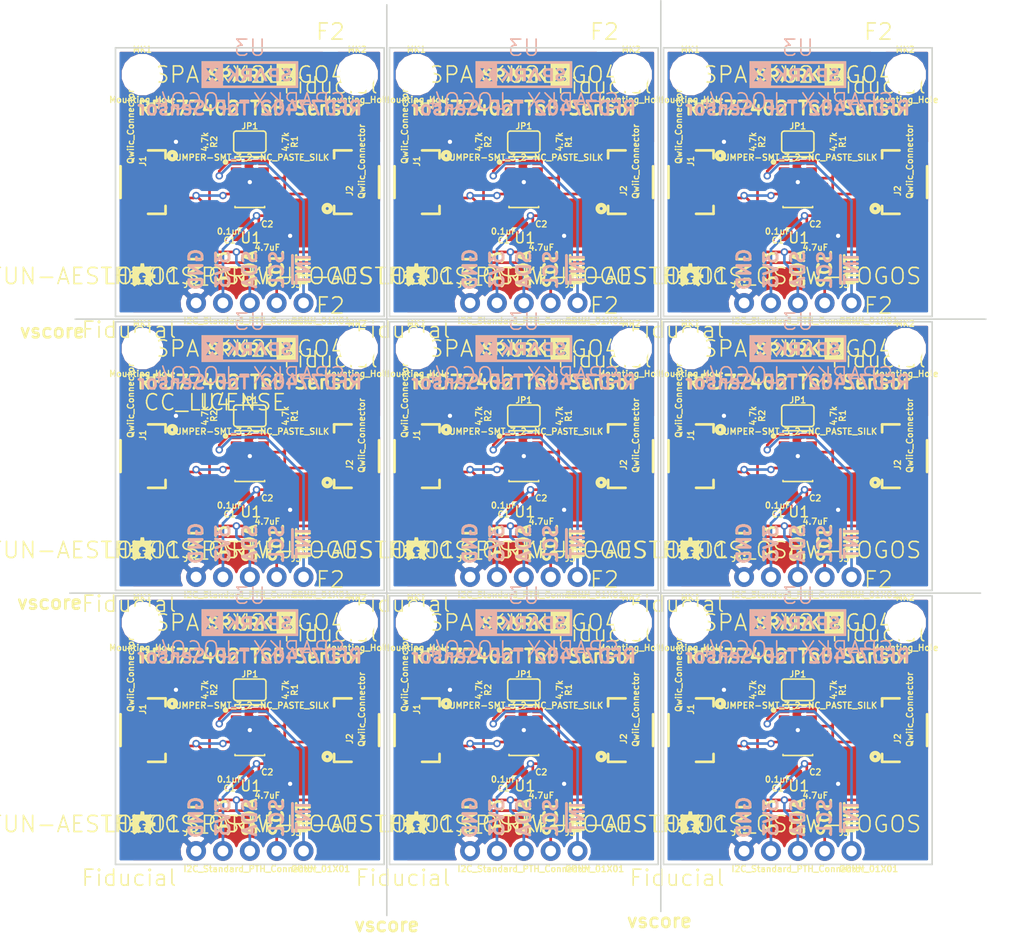
<source format=kicad_pcb>
(kicad_pcb (version 4) (host pcbnew 4.0.6)
  (layers (0 F.Cu signal) (31 B.Cu signal) (34 B.Paste user) (35 F.Paste user) (36 B.SilkS user) (37 F.SilkS user) (38 B.Mask user) (39 F.Mask user) (44 Edge.Cuts user))
  (net 0 "")
  (net 1 GND)
  (net 2 +3V3)
  (net 3 SDA)
  (net 4 SCL)
  (net 5 ~INT)
  (net 6 "Net-(JP1-Pad1)")
  (net 7 "Net-(JP1-Pad3)")
  (module SparkX:SPARKX-MEDIUM (layer B.Cu) (at 201.676 145.796 180)
    (fp_text reference U3 (at 0 2.54 180) (layer B.SilkS) (effects (justify mirror)))
    (fp_text value SPARKX-LOGO4 (at 0 -2.54 180) (layer B.SilkS) (effects (justify mirror)))
  )
  (module SparkX:SPARKX-MEDIUM (layer B.Cu) (at 175.768 145.796 180)
    (fp_text reference U3 (at 0 2.54 180) (layer B.SilkS) (effects (justify mirror)))
    (fp_text value SPARKX-LOGO4 (at 0 -2.54 180) (layer B.SilkS) (effects (justify mirror)))
  )
  (module SparkX:SPARKX-MEDIUM (layer B.Cu) (at 149.86 145.796 180)
    (fp_text reference U3 (at 0 2.54 180) (layer B.SilkS) (effects (justify mirror)))
    (fp_text value SPARKX-LOGO4 (at 0 -2.54 180) (layer B.SilkS) (effects (justify mirror)))
  )
  (module SparkX:SPARKX-MEDIUM (layer B.Cu) (at 201.676 119.888 180)
    (fp_text reference U3 (at 0 2.54 180) (layer B.SilkS) (effects (justify mirror)))
    (fp_text value SPARKX-LOGO4 (at 0 -2.54 180) (layer B.SilkS) (effects (justify mirror)))
  )
  (module SparkX:SPARKX-MEDIUM (layer B.Cu) (at 175.768 119.888 180)
    (fp_text reference U3 (at 0 2.54 180) (layer B.SilkS) (effects (justify mirror)))
    (fp_text value SPARKX-LOGO4 (at 0 -2.54 180) (layer B.SilkS) (effects (justify mirror)))
  )
  (module SparkX:SPARKX-MEDIUM (layer B.Cu) (at 149.86 119.888 180)
    (fp_text reference U3 (at 0 2.54 180) (layer B.SilkS) (effects (justify mirror)))
    (fp_text value SPARKX-LOGO4 (at 0 -2.54 180) (layer B.SilkS) (effects (justify mirror)))
  )
  (module SparkX:SPARKX-MEDIUM (layer B.Cu) (at 201.676 93.98 180)
    (fp_text reference U3 (at 0 2.54 180) (layer B.SilkS) (effects (justify mirror)))
    (fp_text value SPARKX-LOGO4 (at 0 -2.54 180) (layer B.SilkS) (effects (justify mirror)))
  )
  (module SparkX:SPARKX-MEDIUM (layer B.Cu) (at 175.768 93.98 180)
    (fp_text reference U3 (at 0 2.54 180) (layer B.SilkS) (effects (justify mirror)))
    (fp_text value SPARKX-LOGO4 (at 0 -2.54 180) (layer B.SilkS) (effects (justify mirror)))
  )
  (module SparkFun-Hardware:STAND-OFF (layer F.Cu) (at 191.516 145.796)
    (fp_text reference MK1 (at 0 -2.032) (layer F.SilkS) (effects (font (size 0.57912 0.57912) (thickness 0.12192)) (justify bottom)))
    (fp_text value Mounting_Hole (at 0 2.032) (layer F.SilkS) (effects (font (size 0.57912 0.57912) (thickness 0.12192)) (justify top)))
    (pad "" np_thru_hole circle (at 0 0) (size 3.302 3.302) (drill 3.302) (layers *.Cu))
  )
  (module SparkFun-Hardware:STAND-OFF (layer F.Cu) (at 165.608 145.796)
    (fp_text reference MK1 (at 0 -2.032) (layer F.SilkS) (effects (font (size 0.57912 0.57912) (thickness 0.12192)) (justify bottom)))
    (fp_text value Mounting_Hole (at 0 2.032) (layer F.SilkS) (effects (font (size 0.57912 0.57912) (thickness 0.12192)) (justify top)))
    (pad "" np_thru_hole circle (at 0 0) (size 3.302 3.302) (drill 3.302) (layers *.Cu))
  )
  (module SparkFun-Hardware:STAND-OFF (layer F.Cu) (at 139.7 145.796)
    (fp_text reference MK1 (at 0 -2.032) (layer F.SilkS) (effects (font (size 0.57912 0.57912) (thickness 0.12192)) (justify bottom)))
    (fp_text value Mounting_Hole (at 0 2.032) (layer F.SilkS) (effects (font (size 0.57912 0.57912) (thickness 0.12192)) (justify top)))
    (pad "" np_thru_hole circle (at 0 0) (size 3.302 3.302) (drill 3.302) (layers *.Cu))
  )
  (module SparkFun-Hardware:STAND-OFF (layer F.Cu) (at 191.516 119.888)
    (fp_text reference MK1 (at 0 -2.032) (layer F.SilkS) (effects (font (size 0.57912 0.57912) (thickness 0.12192)) (justify bottom)))
    (fp_text value Mounting_Hole (at 0 2.032) (layer F.SilkS) (effects (font (size 0.57912 0.57912) (thickness 0.12192)) (justify top)))
    (pad "" np_thru_hole circle (at 0 0) (size 3.302 3.302) (drill 3.302) (layers *.Cu))
  )
  (module SparkFun-Hardware:STAND-OFF (layer F.Cu) (at 165.608 119.888)
    (fp_text reference MK1 (at 0 -2.032) (layer F.SilkS) (effects (font (size 0.57912 0.57912) (thickness 0.12192)) (justify bottom)))
    (fp_text value Mounting_Hole (at 0 2.032) (layer F.SilkS) (effects (font (size 0.57912 0.57912) (thickness 0.12192)) (justify top)))
    (pad "" np_thru_hole circle (at 0 0) (size 3.302 3.302) (drill 3.302) (layers *.Cu))
  )
  (module SparkFun-Hardware:STAND-OFF (layer F.Cu) (at 139.7 119.888)
    (fp_text reference MK1 (at 0 -2.032) (layer F.SilkS) (effects (font (size 0.57912 0.57912) (thickness 0.12192)) (justify bottom)))
    (fp_text value Mounting_Hole (at 0 2.032) (layer F.SilkS) (effects (font (size 0.57912 0.57912) (thickness 0.12192)) (justify top)))
    (pad "" np_thru_hole circle (at 0 0) (size 3.302 3.302) (drill 3.302) (layers *.Cu))
  )
  (module SparkFun-Hardware:STAND-OFF (layer F.Cu) (at 191.516 93.98)
    (fp_text reference MK1 (at 0 -2.032) (layer F.SilkS) (effects (font (size 0.57912 0.57912) (thickness 0.12192)) (justify bottom)))
    (fp_text value Mounting_Hole (at 0 2.032) (layer F.SilkS) (effects (font (size 0.57912 0.57912) (thickness 0.12192)) (justify top)))
    (pad "" np_thru_hole circle (at 0 0) (size 3.302 3.302) (drill 3.302) (layers *.Cu))
  )
  (module SparkFun-Hardware:STAND-OFF (layer F.Cu) (at 165.608 93.98)
    (fp_text reference MK1 (at 0 -2.032) (layer F.SilkS) (effects (font (size 0.57912 0.57912) (thickness 0.12192)) (justify bottom)))
    (fp_text value Mounting_Hole (at 0 2.032) (layer F.SilkS) (effects (font (size 0.57912 0.57912) (thickness 0.12192)) (justify top)))
    (pad "" np_thru_hole circle (at 0 0) (size 3.302 3.302) (drill 3.302) (layers *.Cu))
  )
  (module SparkX:1X04_1MM_RA (layer F.Cu) (at 194.056 155.956 270)
    (fp_text reference J1 (at -1.397 2.159 270) (layer F.SilkS) (effects (font (size 0.57912 0.57912) (thickness 0.12192)) (justify left bottom)))
    (fp_text value Qwiic_Connector (at -1.651 3.302 270) (layer F.SilkS) (effects (font (size 0.57912 0.57912) (thickness 0.12192)) (justify left bottom)))
    (pad NC2 smd rect (at -2.8 3.675 270) (size 1.2 2) (layers F.Cu F.Paste F.Mask))
    (pad NC1 smd rect (at 2.8 3.675 270) (size 1.2 2) (layers F.Cu F.Paste F.Mask))
    (pad 1 smd rect (at -1.5 0 270) (size 0.6 1.35) (layers F.Cu F.Paste F.Mask) (net 1 GND))
    (pad 2 smd rect (at -0.5 0 270) (size 0.6 1.35) (layers F.Cu F.Paste F.Mask) (net 2 +3V3))
    (pad 3 smd rect (at 0.5 0 270) (size 0.6 1.35) (layers F.Cu F.Paste F.Mask) (net 3 SDA))
    (pad 4 smd rect (at 1.5 0 270) (size 0.6 1.35) (layers F.Cu F.Paste F.Mask) (net 4 SCL))
  )
  (module SparkX:1X04_1MM_RA (layer F.Cu) (at 168.148 155.956 270)
    (fp_text reference J1 (at -1.397 2.159 270) (layer F.SilkS) (effects (font (size 0.57912 0.57912) (thickness 0.12192)) (justify left bottom)))
    (fp_text value Qwiic_Connector (at -1.651 3.302 270) (layer F.SilkS) (effects (font (size 0.57912 0.57912) (thickness 0.12192)) (justify left bottom)))
    (pad NC2 smd rect (at -2.8 3.675 270) (size 1.2 2) (layers F.Cu F.Paste F.Mask))
    (pad NC1 smd rect (at 2.8 3.675 270) (size 1.2 2) (layers F.Cu F.Paste F.Mask))
    (pad 1 smd rect (at -1.5 0 270) (size 0.6 1.35) (layers F.Cu F.Paste F.Mask) (net 1 GND))
    (pad 2 smd rect (at -0.5 0 270) (size 0.6 1.35) (layers F.Cu F.Paste F.Mask) (net 2 +3V3))
    (pad 3 smd rect (at 0.5 0 270) (size 0.6 1.35) (layers F.Cu F.Paste F.Mask) (net 3 SDA))
    (pad 4 smd rect (at 1.5 0 270) (size 0.6 1.35) (layers F.Cu F.Paste F.Mask) (net 4 SCL))
  )
  (module SparkX:1X04_1MM_RA (layer F.Cu) (at 142.24 155.956 270)
    (fp_text reference J1 (at -1.397 2.159 270) (layer F.SilkS) (effects (font (size 0.57912 0.57912) (thickness 0.12192)) (justify left bottom)))
    (fp_text value Qwiic_Connector (at -1.651 3.302 270) (layer F.SilkS) (effects (font (size 0.57912 0.57912) (thickness 0.12192)) (justify left bottom)))
    (pad NC2 smd rect (at -2.8 3.675 270) (size 1.2 2) (layers F.Cu F.Paste F.Mask))
    (pad NC1 smd rect (at 2.8 3.675 270) (size 1.2 2) (layers F.Cu F.Paste F.Mask))
    (pad 1 smd rect (at -1.5 0 270) (size 0.6 1.35) (layers F.Cu F.Paste F.Mask) (net 1 GND))
    (pad 2 smd rect (at -0.5 0 270) (size 0.6 1.35) (layers F.Cu F.Paste F.Mask) (net 2 +3V3))
    (pad 3 smd rect (at 0.5 0 270) (size 0.6 1.35) (layers F.Cu F.Paste F.Mask) (net 3 SDA))
    (pad 4 smd rect (at 1.5 0 270) (size 0.6 1.35) (layers F.Cu F.Paste F.Mask) (net 4 SCL))
  )
  (module SparkX:1X04_1MM_RA (layer F.Cu) (at 194.056 130.048 270)
    (fp_text reference J1 (at -1.397 2.159 270) (layer F.SilkS) (effects (font (size 0.57912 0.57912) (thickness 0.12192)) (justify left bottom)))
    (fp_text value Qwiic_Connector (at -1.651 3.302 270) (layer F.SilkS) (effects (font (size 0.57912 0.57912) (thickness 0.12192)) (justify left bottom)))
    (pad NC2 smd rect (at -2.8 3.675 270) (size 1.2 2) (layers F.Cu F.Paste F.Mask))
    (pad NC1 smd rect (at 2.8 3.675 270) (size 1.2 2) (layers F.Cu F.Paste F.Mask))
    (pad 1 smd rect (at -1.5 0 270) (size 0.6 1.35) (layers F.Cu F.Paste F.Mask) (net 1 GND))
    (pad 2 smd rect (at -0.5 0 270) (size 0.6 1.35) (layers F.Cu F.Paste F.Mask) (net 2 +3V3))
    (pad 3 smd rect (at 0.5 0 270) (size 0.6 1.35) (layers F.Cu F.Paste F.Mask) (net 3 SDA))
    (pad 4 smd rect (at 1.5 0 270) (size 0.6 1.35) (layers F.Cu F.Paste F.Mask) (net 4 SCL))
  )
  (module SparkX:1X04_1MM_RA (layer F.Cu) (at 168.148 130.048 270)
    (fp_text reference J1 (at -1.397 2.159 270) (layer F.SilkS) (effects (font (size 0.57912 0.57912) (thickness 0.12192)) (justify left bottom)))
    (fp_text value Qwiic_Connector (at -1.651 3.302 270) (layer F.SilkS) (effects (font (size 0.57912 0.57912) (thickness 0.12192)) (justify left bottom)))
    (pad NC2 smd rect (at -2.8 3.675 270) (size 1.2 2) (layers F.Cu F.Paste F.Mask))
    (pad NC1 smd rect (at 2.8 3.675 270) (size 1.2 2) (layers F.Cu F.Paste F.Mask))
    (pad 1 smd rect (at -1.5 0 270) (size 0.6 1.35) (layers F.Cu F.Paste F.Mask) (net 1 GND))
    (pad 2 smd rect (at -0.5 0 270) (size 0.6 1.35) (layers F.Cu F.Paste F.Mask) (net 2 +3V3))
    (pad 3 smd rect (at 0.5 0 270) (size 0.6 1.35) (layers F.Cu F.Paste F.Mask) (net 3 SDA))
    (pad 4 smd rect (at 1.5 0 270) (size 0.6 1.35) (layers F.Cu F.Paste F.Mask) (net 4 SCL))
  )
  (module SparkX:1X04_1MM_RA (layer F.Cu) (at 142.24 130.048 270)
    (fp_text reference J1 (at -1.397 2.159 270) (layer F.SilkS) (effects (font (size 0.57912 0.57912) (thickness 0.12192)) (justify left bottom)))
    (fp_text value Qwiic_Connector (at -1.651 3.302 270) (layer F.SilkS) (effects (font (size 0.57912 0.57912) (thickness 0.12192)) (justify left bottom)))
    (pad NC2 smd rect (at -2.8 3.675 270) (size 1.2 2) (layers F.Cu F.Paste F.Mask))
    (pad NC1 smd rect (at 2.8 3.675 270) (size 1.2 2) (layers F.Cu F.Paste F.Mask))
    (pad 1 smd rect (at -1.5 0 270) (size 0.6 1.35) (layers F.Cu F.Paste F.Mask) (net 1 GND))
    (pad 2 smd rect (at -0.5 0 270) (size 0.6 1.35) (layers F.Cu F.Paste F.Mask) (net 2 +3V3))
    (pad 3 smd rect (at 0.5 0 270) (size 0.6 1.35) (layers F.Cu F.Paste F.Mask) (net 3 SDA))
    (pad 4 smd rect (at 1.5 0 270) (size 0.6 1.35) (layers F.Cu F.Paste F.Mask) (net 4 SCL))
  )
  (module SparkX:1X04_1MM_RA (layer F.Cu) (at 194.056 104.14 270)
    (fp_text reference J1 (at -1.397 2.159 270) (layer F.SilkS) (effects (font (size 0.57912 0.57912) (thickness 0.12192)) (justify left bottom)))
    (fp_text value Qwiic_Connector (at -1.651 3.302 270) (layer F.SilkS) (effects (font (size 0.57912 0.57912) (thickness 0.12192)) (justify left bottom)))
    (pad NC2 smd rect (at -2.8 3.675 270) (size 1.2 2) (layers F.Cu F.Paste F.Mask))
    (pad NC1 smd rect (at 2.8 3.675 270) (size 1.2 2) (layers F.Cu F.Paste F.Mask))
    (pad 1 smd rect (at -1.5 0 270) (size 0.6 1.35) (layers F.Cu F.Paste F.Mask) (net 1 GND))
    (pad 2 smd rect (at -0.5 0 270) (size 0.6 1.35) (layers F.Cu F.Paste F.Mask) (net 2 +3V3))
    (pad 3 smd rect (at 0.5 0 270) (size 0.6 1.35) (layers F.Cu F.Paste F.Mask) (net 3 SDA))
    (pad 4 smd rect (at 1.5 0 270) (size 0.6 1.35) (layers F.Cu F.Paste F.Mask) (net 4 SCL))
  )
  (module SparkX:1X04_1MM_RA (layer F.Cu) (at 168.148 104.14 270)
    (fp_text reference J1 (at -1.397 2.159 270) (layer F.SilkS) (effects (font (size 0.57912 0.57912) (thickness 0.12192)) (justify left bottom)))
    (fp_text value Qwiic_Connector (at -1.651 3.302 270) (layer F.SilkS) (effects (font (size 0.57912 0.57912) (thickness 0.12192)) (justify left bottom)))
    (pad NC2 smd rect (at -2.8 3.675 270) (size 1.2 2) (layers F.Cu F.Paste F.Mask))
    (pad NC1 smd rect (at 2.8 3.675 270) (size 1.2 2) (layers F.Cu F.Paste F.Mask))
    (pad 1 smd rect (at -1.5 0 270) (size 0.6 1.35) (layers F.Cu F.Paste F.Mask) (net 1 GND))
    (pad 2 smd rect (at -0.5 0 270) (size 0.6 1.35) (layers F.Cu F.Paste F.Mask) (net 2 +3V3))
    (pad 3 smd rect (at 0.5 0 270) (size 0.6 1.35) (layers F.Cu F.Paste F.Mask) (net 3 SDA))
    (pad 4 smd rect (at 1.5 0 270) (size 0.6 1.35) (layers F.Cu F.Paste F.Mask) (net 4 SCL))
  )
  (module SparkFun-Capacitors:0603 (layer F.Cu) (at 199.771 161.036 180)
    (fp_text reference C1 (at 0 -0.762 180) (layer F.SilkS) (effects (font (size 0.57912 0.57912) (thickness 0.12192)) (justify bottom)))
    (fp_text value 0.1uF (at 0 0.762 180) (layer F.SilkS) (effects (font (size 0.57912 0.57912) (thickness 0.12192)) (justify top)))
    (pad 1 smd rect (at -0.85 0 180) (size 1.1 1) (layers F.Cu F.Paste F.Mask) (net 2 +3V3))
    (pad 2 smd rect (at 0.85 0 180) (size 1.1 1) (layers F.Cu F.Paste F.Mask) (net 1 GND))
  )
  (module SparkFun-Capacitors:0603 (layer F.Cu) (at 173.863 161.036 180)
    (fp_text reference C1 (at 0 -0.762 180) (layer F.SilkS) (effects (font (size 0.57912 0.57912) (thickness 0.12192)) (justify bottom)))
    (fp_text value 0.1uF (at 0 0.762 180) (layer F.SilkS) (effects (font (size 0.57912 0.57912) (thickness 0.12192)) (justify top)))
    (pad 1 smd rect (at -0.85 0 180) (size 1.1 1) (layers F.Cu F.Paste F.Mask) (net 2 +3V3))
    (pad 2 smd rect (at 0.85 0 180) (size 1.1 1) (layers F.Cu F.Paste F.Mask) (net 1 GND))
  )
  (module SparkFun-Capacitors:0603 (layer F.Cu) (at 147.955 161.036 180)
    (fp_text reference C1 (at 0 -0.762 180) (layer F.SilkS) (effects (font (size 0.57912 0.57912) (thickness 0.12192)) (justify bottom)))
    (fp_text value 0.1uF (at 0 0.762 180) (layer F.SilkS) (effects (font (size 0.57912 0.57912) (thickness 0.12192)) (justify top)))
    (pad 1 smd rect (at -0.85 0 180) (size 1.1 1) (layers F.Cu F.Paste F.Mask) (net 2 +3V3))
    (pad 2 smd rect (at 0.85 0 180) (size 1.1 1) (layers F.Cu F.Paste F.Mask) (net 1 GND))
  )
  (module SparkFun-Capacitors:0603 (layer F.Cu) (at 199.771 135.128 180)
    (fp_text reference C1 (at 0 -0.762 180) (layer F.SilkS) (effects (font (size 0.57912 0.57912) (thickness 0.12192)) (justify bottom)))
    (fp_text value 0.1uF (at 0 0.762 180) (layer F.SilkS) (effects (font (size 0.57912 0.57912) (thickness 0.12192)) (justify top)))
    (pad 1 smd rect (at -0.85 0 180) (size 1.1 1) (layers F.Cu F.Paste F.Mask) (net 2 +3V3))
    (pad 2 smd rect (at 0.85 0 180) (size 1.1 1) (layers F.Cu F.Paste F.Mask) (net 1 GND))
  )
  (module SparkFun-Capacitors:0603 (layer F.Cu) (at 173.863 135.128 180)
    (fp_text reference C1 (at 0 -0.762 180) (layer F.SilkS) (effects (font (size 0.57912 0.57912) (thickness 0.12192)) (justify bottom)))
    (fp_text value 0.1uF (at 0 0.762 180) (layer F.SilkS) (effects (font (size 0.57912 0.57912) (thickness 0.12192)) (justify top)))
    (pad 1 smd rect (at -0.85 0 180) (size 1.1 1) (layers F.Cu F.Paste F.Mask) (net 2 +3V3))
    (pad 2 smd rect (at 0.85 0 180) (size 1.1 1) (layers F.Cu F.Paste F.Mask) (net 1 GND))
  )
  (module SparkFun-Capacitors:0603 (layer F.Cu) (at 147.955 135.128 180)
    (fp_text reference C1 (at 0 -0.762 180) (layer F.SilkS) (effects (font (size 0.57912 0.57912) (thickness 0.12192)) (justify bottom)))
    (fp_text value 0.1uF (at 0 0.762 180) (layer F.SilkS) (effects (font (size 0.57912 0.57912) (thickness 0.12192)) (justify top)))
    (pad 1 smd rect (at -0.85 0 180) (size 1.1 1) (layers F.Cu F.Paste F.Mask) (net 2 +3V3))
    (pad 2 smd rect (at 0.85 0 180) (size 1.1 1) (layers F.Cu F.Paste F.Mask) (net 1 GND))
  )
  (module SparkFun-Capacitors:0603 (layer F.Cu) (at 199.771 109.22 180)
    (fp_text reference C1 (at 0 -0.762 180) (layer F.SilkS) (effects (font (size 0.57912 0.57912) (thickness 0.12192)) (justify bottom)))
    (fp_text value 0.1uF (at 0 0.762 180) (layer F.SilkS) (effects (font (size 0.57912 0.57912) (thickness 0.12192)) (justify top)))
    (pad 1 smd rect (at -0.85 0 180) (size 1.1 1) (layers F.Cu F.Paste F.Mask) (net 2 +3V3))
    (pad 2 smd rect (at 0.85 0 180) (size 1.1 1) (layers F.Cu F.Paste F.Mask) (net 1 GND))
  )
  (module SparkFun-Capacitors:0603 (layer F.Cu) (at 173.863 109.22 180)
    (fp_text reference C1 (at 0 -0.762 180) (layer F.SilkS) (effects (font (size 0.57912 0.57912) (thickness 0.12192)) (justify bottom)))
    (fp_text value 0.1uF (at 0 0.762 180) (layer F.SilkS) (effects (font (size 0.57912 0.57912) (thickness 0.12192)) (justify top)))
    (pad 1 smd rect (at -0.85 0 180) (size 1.1 1) (layers F.Cu F.Paste F.Mask) (net 2 +3V3))
    (pad 2 smd rect (at 0.85 0 180) (size 1.1 1) (layers F.Cu F.Paste F.Mask) (net 1 GND))
  )
  (module SparkFun_Kicad-Sensors:RFD77402 (layer F.Cu) (at 201.676 155.956)
    (fp_text reference U1 (at 0.1 5.28) (layer F.SilkS))
    (fp_text value RFD77402)
    (pad 1 smd rect (at -1.3 -1.875 270) (size 0.55 1) (layers F.Cu F.Paste F.Mask) (net 5 ~INT))
    (pad 2 smd rect (at -1.3 -1.125 270) (size 0.55 1) (layers F.Cu F.Paste F.Mask))
    (pad 3 smd rect (at -1.3 -0.375 270) (size 0.55 1) (layers F.Cu F.Paste F.Mask))
    (pad 4 smd rect (at -1.3 0.375 270) (size 0.55 1) (layers F.Cu F.Paste F.Mask))
    (pad 5 smd rect (at -1.3 1.125 270) (size 0.55 1) (layers F.Cu F.Paste F.Mask) (net 4 SCL))
    (pad 6 smd rect (at -1.3 1.875 270) (size 0.55 1) (layers F.Cu F.Paste F.Mask) (net 3 SDA))
    (pad 7 smd rect (at 1.3 1.875 270) (size 0.55 1) (layers F.Cu F.Paste F.Mask))
    (pad 8 smd rect (at 1.3 1.125 270) (size 0.55 1) (layers F.Cu F.Paste F.Mask) (net 2 +3V3))
    (pad 9 smd rect (at 1.3 0.375 270) (size 0.55 1) (layers F.Cu F.Paste F.Mask) (net 1 GND))
    (pad 10 smd rect (at 1.3 -0.375 270) (size 0.55 1) (layers F.Cu F.Paste F.Mask) (net 2 +3V3))
    (pad 11 smd rect (at 1.3 -1.125 270) (size 0.55 1) (layers F.Cu F.Paste F.Mask))
    (pad 12 smd rect (at 1.3 -1.875 270) (size 0.55 1) (layers F.Cu F.Paste F.Mask) (net 1 GND))
  )
  (module SparkFun_Kicad-Sensors:RFD77402 (layer F.Cu) (at 175.768 155.956)
    (fp_text reference U1 (at 0.1 5.28) (layer F.SilkS))
    (fp_text value RFD77402)
    (pad 1 smd rect (at -1.3 -1.875 270) (size 0.55 1) (layers F.Cu F.Paste F.Mask) (net 5 ~INT))
    (pad 2 smd rect (at -1.3 -1.125 270) (size 0.55 1) (layers F.Cu F.Paste F.Mask))
    (pad 3 smd rect (at -1.3 -0.375 270) (size 0.55 1) (layers F.Cu F.Paste F.Mask))
    (pad 4 smd rect (at -1.3 0.375 270) (size 0.55 1) (layers F.Cu F.Paste F.Mask))
    (pad 5 smd rect (at -1.3 1.125 270) (size 0.55 1) (layers F.Cu F.Paste F.Mask) (net 4 SCL))
    (pad 6 smd rect (at -1.3 1.875 270) (size 0.55 1) (layers F.Cu F.Paste F.Mask) (net 3 SDA))
    (pad 7 smd rect (at 1.3 1.875 270) (size 0.55 1) (layers F.Cu F.Paste F.Mask))
    (pad 8 smd rect (at 1.3 1.125 270) (size 0.55 1) (layers F.Cu F.Paste F.Mask) (net 2 +3V3))
    (pad 9 smd rect (at 1.3 0.375 270) (size 0.55 1) (layers F.Cu F.Paste F.Mask) (net 1 GND))
    (pad 10 smd rect (at 1.3 -0.375 270) (size 0.55 1) (layers F.Cu F.Paste F.Mask) (net 2 +3V3))
    (pad 11 smd rect (at 1.3 -1.125 270) (size 0.55 1) (layers F.Cu F.Paste F.Mask))
    (pad 12 smd rect (at 1.3 -1.875 270) (size 0.55 1) (layers F.Cu F.Paste F.Mask) (net 1 GND))
  )
  (module SparkFun_Kicad-Sensors:RFD77402 (layer F.Cu) (at 149.86 155.956)
    (fp_text reference U1 (at 0.1 5.28) (layer F.SilkS))
    (fp_text value RFD77402)
    (pad 1 smd rect (at -1.3 -1.875 270) (size 0.55 1) (layers F.Cu F.Paste F.Mask) (net 5 ~INT))
    (pad 2 smd rect (at -1.3 -1.125 270) (size 0.55 1) (layers F.Cu F.Paste F.Mask))
    (pad 3 smd rect (at -1.3 -0.375 270) (size 0.55 1) (layers F.Cu F.Paste F.Mask))
    (pad 4 smd rect (at -1.3 0.375 270) (size 0.55 1) (layers F.Cu F.Paste F.Mask))
    (pad 5 smd rect (at -1.3 1.125 270) (size 0.55 1) (layers F.Cu F.Paste F.Mask) (net 4 SCL))
    (pad 6 smd rect (at -1.3 1.875 270) (size 0.55 1) (layers F.Cu F.Paste F.Mask) (net 3 SDA))
    (pad 7 smd rect (at 1.3 1.875 270) (size 0.55 1) (layers F.Cu F.Paste F.Mask))
    (pad 8 smd rect (at 1.3 1.125 270) (size 0.55 1) (layers F.Cu F.Paste F.Mask) (net 2 +3V3))
    (pad 9 smd rect (at 1.3 0.375 270) (size 0.55 1) (layers F.Cu F.Paste F.Mask) (net 1 GND))
    (pad 10 smd rect (at 1.3 -0.375 270) (size 0.55 1) (layers F.Cu F.Paste F.Mask) (net 2 +3V3))
    (pad 11 smd rect (at 1.3 -1.125 270) (size 0.55 1) (layers F.Cu F.Paste F.Mask))
    (pad 12 smd rect (at 1.3 -1.875 270) (size 0.55 1) (layers F.Cu F.Paste F.Mask) (net 1 GND))
  )
  (module SparkFun_Kicad-Sensors:RFD77402 (layer F.Cu) (at 201.676 130.048)
    (fp_text reference U1 (at 0.1 5.28) (layer F.SilkS))
    (fp_text value RFD77402)
    (pad 1 smd rect (at -1.3 -1.875 270) (size 0.55 1) (layers F.Cu F.Paste F.Mask) (net 5 ~INT))
    (pad 2 smd rect (at -1.3 -1.125 270) (size 0.55 1) (layers F.Cu F.Paste F.Mask))
    (pad 3 smd rect (at -1.3 -0.375 270) (size 0.55 1) (layers F.Cu F.Paste F.Mask))
    (pad 4 smd rect (at -1.3 0.375 270) (size 0.55 1) (layers F.Cu F.Paste F.Mask))
    (pad 5 smd rect (at -1.3 1.125 270) (size 0.55 1) (layers F.Cu F.Paste F.Mask) (net 4 SCL))
    (pad 6 smd rect (at -1.3 1.875 270) (size 0.55 1) (layers F.Cu F.Paste F.Mask) (net 3 SDA))
    (pad 7 smd rect (at 1.3 1.875 270) (size 0.55 1) (layers F.Cu F.Paste F.Mask))
    (pad 8 smd rect (at 1.3 1.125 270) (size 0.55 1) (layers F.Cu F.Paste F.Mask) (net 2 +3V3))
    (pad 9 smd rect (at 1.3 0.375 270) (size 0.55 1) (layers F.Cu F.Paste F.Mask) (net 1 GND))
    (pad 10 smd rect (at 1.3 -0.375 270) (size 0.55 1) (layers F.Cu F.Paste F.Mask) (net 2 +3V3))
    (pad 11 smd rect (at 1.3 -1.125 270) (size 0.55 1) (layers F.Cu F.Paste F.Mask))
    (pad 12 smd rect (at 1.3 -1.875 270) (size 0.55 1) (layers F.Cu F.Paste F.Mask) (net 1 GND))
  )
  (module SparkFun_Kicad-Sensors:RFD77402 (layer F.Cu) (at 175.768 130.048)
    (fp_text reference U1 (at 0.1 5.28) (layer F.SilkS))
    (fp_text value RFD77402)
    (pad 1 smd rect (at -1.3 -1.875 270) (size 0.55 1) (layers F.Cu F.Paste F.Mask) (net 5 ~INT))
    (pad 2 smd rect (at -1.3 -1.125 270) (size 0.55 1) (layers F.Cu F.Paste F.Mask))
    (pad 3 smd rect (at -1.3 -0.375 270) (size 0.55 1) (layers F.Cu F.Paste F.Mask))
    (pad 4 smd rect (at -1.3 0.375 270) (size 0.55 1) (layers F.Cu F.Paste F.Mask))
    (pad 5 smd rect (at -1.3 1.125 270) (size 0.55 1) (layers F.Cu F.Paste F.Mask) (net 4 SCL))
    (pad 6 smd rect (at -1.3 1.875 270) (size 0.55 1) (layers F.Cu F.Paste F.Mask) (net 3 SDA))
    (pad 7 smd rect (at 1.3 1.875 270) (size 0.55 1) (layers F.Cu F.Paste F.Mask))
    (pad 8 smd rect (at 1.3 1.125 270) (size 0.55 1) (layers F.Cu F.Paste F.Mask) (net 2 +3V3))
    (pad 9 smd rect (at 1.3 0.375 270) (size 0.55 1) (layers F.Cu F.Paste F.Mask) (net 1 GND))
    (pad 10 smd rect (at 1.3 -0.375 270) (size 0.55 1) (layers F.Cu F.Paste F.Mask) (net 2 +3V3))
    (pad 11 smd rect (at 1.3 -1.125 270) (size 0.55 1) (layers F.Cu F.Paste F.Mask))
    (pad 12 smd rect (at 1.3 -1.875 270) (size 0.55 1) (layers F.Cu F.Paste F.Mask) (net 1 GND))
  )
  (module SparkFun_Kicad-Sensors:RFD77402 (layer F.Cu) (at 149.86 130.048)
    (fp_text reference U1 (at 0.1 5.28) (layer F.SilkS))
    (fp_text value RFD77402)
    (pad 1 smd rect (at -1.3 -1.875 270) (size 0.55 1) (layers F.Cu F.Paste F.Mask) (net 5 ~INT))
    (pad 2 smd rect (at -1.3 -1.125 270) (size 0.55 1) (layers F.Cu F.Paste F.Mask))
    (pad 3 smd rect (at -1.3 -0.375 270) (size 0.55 1) (layers F.Cu F.Paste F.Mask))
    (pad 4 smd rect (at -1.3 0.375 270) (size 0.55 1) (layers F.Cu F.Paste F.Mask))
    (pad 5 smd rect (at -1.3 1.125 270) (size 0.55 1) (layers F.Cu F.Paste F.Mask) (net 4 SCL))
    (pad 6 smd rect (at -1.3 1.875 270) (size 0.55 1) (layers F.Cu F.Paste F.Mask) (net 3 SDA))
    (pad 7 smd rect (at 1.3 1.875 270) (size 0.55 1) (layers F.Cu F.Paste F.Mask))
    (pad 8 smd rect (at 1.3 1.125 270) (size 0.55 1) (layers F.Cu F.Paste F.Mask) (net 2 +3V3))
    (pad 9 smd rect (at 1.3 0.375 270) (size 0.55 1) (layers F.Cu F.Paste F.Mask) (net 1 GND))
    (pad 10 smd rect (at 1.3 -0.375 270) (size 0.55 1) (layers F.Cu F.Paste F.Mask) (net 2 +3V3))
    (pad 11 smd rect (at 1.3 -1.125 270) (size 0.55 1) (layers F.Cu F.Paste F.Mask))
    (pad 12 smd rect (at 1.3 -1.875 270) (size 0.55 1) (layers F.Cu F.Paste F.Mask) (net 1 GND))
  )
  (module SparkFun_Kicad-Sensors:RFD77402 (layer F.Cu) (at 201.676 104.14)
    (fp_text reference U1 (at 0.1 5.28) (layer F.SilkS))
    (fp_text value RFD77402)
    (pad 1 smd rect (at -1.3 -1.875 270) (size 0.55 1) (layers F.Cu F.Paste F.Mask) (net 5 ~INT))
    (pad 2 smd rect (at -1.3 -1.125 270) (size 0.55 1) (layers F.Cu F.Paste F.Mask))
    (pad 3 smd rect (at -1.3 -0.375 270) (size 0.55 1) (layers F.Cu F.Paste F.Mask))
    (pad 4 smd rect (at -1.3 0.375 270) (size 0.55 1) (layers F.Cu F.Paste F.Mask))
    (pad 5 smd rect (at -1.3 1.125 270) (size 0.55 1) (layers F.Cu F.Paste F.Mask) (net 4 SCL))
    (pad 6 smd rect (at -1.3 1.875 270) (size 0.55 1) (layers F.Cu F.Paste F.Mask) (net 3 SDA))
    (pad 7 smd rect (at 1.3 1.875 270) (size 0.55 1) (layers F.Cu F.Paste F.Mask))
    (pad 8 smd rect (at 1.3 1.125 270) (size 0.55 1) (layers F.Cu F.Paste F.Mask) (net 2 +3V3))
    (pad 9 smd rect (at 1.3 0.375 270) (size 0.55 1) (layers F.Cu F.Paste F.Mask) (net 1 GND))
    (pad 10 smd rect (at 1.3 -0.375 270) (size 0.55 1) (layers F.Cu F.Paste F.Mask) (net 2 +3V3))
    (pad 11 smd rect (at 1.3 -1.125 270) (size 0.55 1) (layers F.Cu F.Paste F.Mask))
    (pad 12 smd rect (at 1.3 -1.875 270) (size 0.55 1) (layers F.Cu F.Paste F.Mask) (net 1 GND))
  )
  (module SparkFun_Kicad-Sensors:RFD77402 (layer F.Cu) (at 175.768 104.14)
    (fp_text reference U1 (at 0.1 5.28) (layer F.SilkS))
    (fp_text value RFD77402)
    (pad 1 smd rect (at -1.3 -1.875 270) (size 0.55 1) (layers F.Cu F.Paste F.Mask) (net 5 ~INT))
    (pad 2 smd rect (at -1.3 -1.125 270) (size 0.55 1) (layers F.Cu F.Paste F.Mask))
    (pad 3 smd rect (at -1.3 -0.375 270) (size 0.55 1) (layers F.Cu F.Paste F.Mask))
    (pad 4 smd rect (at -1.3 0.375 270) (size 0.55 1) (layers F.Cu F.Paste F.Mask))
    (pad 5 smd rect (at -1.3 1.125 270) (size 0.55 1) (layers F.Cu F.Paste F.Mask) (net 4 SCL))
    (pad 6 smd rect (at -1.3 1.875 270) (size 0.55 1) (layers F.Cu F.Paste F.Mask) (net 3 SDA))
    (pad 7 smd rect (at 1.3 1.875 270) (size 0.55 1) (layers F.Cu F.Paste F.Mask))
    (pad 8 smd rect (at 1.3 1.125 270) (size 0.55 1) (layers F.Cu F.Paste F.Mask) (net 2 +3V3))
    (pad 9 smd rect (at 1.3 0.375 270) (size 0.55 1) (layers F.Cu F.Paste F.Mask) (net 1 GND))
    (pad 10 smd rect (at 1.3 -0.375 270) (size 0.55 1) (layers F.Cu F.Paste F.Mask) (net 2 +3V3))
    (pad 11 smd rect (at 1.3 -1.125 270) (size 0.55 1) (layers F.Cu F.Paste F.Mask))
    (pad 12 smd rect (at 1.3 -1.875 270) (size 0.55 1) (layers F.Cu F.Paste F.Mask) (net 1 GND))
  )
  (module SparkFun-Capacitors:0603 (layer F.Cu) (at 203.326 161.036)
    (fp_text reference C2 (at 0 -0.762) (layer F.SilkS) (effects (font (size 0.57912 0.57912) (thickness 0.12192)) (justify bottom)))
    (fp_text value 4.7uF (at 0 0.762) (layer F.SilkS) (effects (font (size 0.57912 0.57912) (thickness 0.12192)) (justify top)))
    (pad 1 smd rect (at -0.85 0) (size 1.1 1) (layers F.Cu F.Paste F.Mask) (net 2 +3V3))
    (pad 2 smd rect (at 0.85 0) (size 1.1 1) (layers F.Cu F.Paste F.Mask) (net 1 GND))
  )
  (module SparkFun-Capacitors:0603 (layer F.Cu) (at 177.418 161.036)
    (fp_text reference C2 (at 0 -0.762) (layer F.SilkS) (effects (font (size 0.57912 0.57912) (thickness 0.12192)) (justify bottom)))
    (fp_text value 4.7uF (at 0 0.762) (layer F.SilkS) (effects (font (size 0.57912 0.57912) (thickness 0.12192)) (justify top)))
    (pad 1 smd rect (at -0.85 0) (size 1.1 1) (layers F.Cu F.Paste F.Mask) (net 2 +3V3))
    (pad 2 smd rect (at 0.85 0) (size 1.1 1) (layers F.Cu F.Paste F.Mask) (net 1 GND))
  )
  (module SparkFun-Capacitors:0603 (layer F.Cu) (at 151.51 161.036)
    (fp_text reference C2 (at 0 -0.762) (layer F.SilkS) (effects (font (size 0.57912 0.57912) (thickness 0.12192)) (justify bottom)))
    (fp_text value 4.7uF (at 0 0.762) (layer F.SilkS) (effects (font (size 0.57912 0.57912) (thickness 0.12192)) (justify top)))
    (pad 1 smd rect (at -0.85 0) (size 1.1 1) (layers F.Cu F.Paste F.Mask) (net 2 +3V3))
    (pad 2 smd rect (at 0.85 0) (size 1.1 1) (layers F.Cu F.Paste F.Mask) (net 1 GND))
  )
  (module SparkFun-Capacitors:0603 (layer F.Cu) (at 203.326 135.128)
    (fp_text reference C2 (at 0 -0.762) (layer F.SilkS) (effects (font (size 0.57912 0.57912) (thickness 0.12192)) (justify bottom)))
    (fp_text value 4.7uF (at 0 0.762) (layer F.SilkS) (effects (font (size 0.57912 0.57912) (thickness 0.12192)) (justify top)))
    (pad 1 smd rect (at -0.85 0) (size 1.1 1) (layers F.Cu F.Paste F.Mask) (net 2 +3V3))
    (pad 2 smd rect (at 0.85 0) (size 1.1 1) (layers F.Cu F.Paste F.Mask) (net 1 GND))
  )
  (module SparkFun-Capacitors:0603 (layer F.Cu) (at 177.418 135.128)
    (fp_text reference C2 (at 0 -0.762) (layer F.SilkS) (effects (font (size 0.57912 0.57912) (thickness 0.12192)) (justify bottom)))
    (fp_text value 4.7uF (at 0 0.762) (layer F.SilkS) (effects (font (size 0.57912 0.57912) (thickness 0.12192)) (justify top)))
    (pad 1 smd rect (at -0.85 0) (size 1.1 1) (layers F.Cu F.Paste F.Mask) (net 2 +3V3))
    (pad 2 smd rect (at 0.85 0) (size 1.1 1) (layers F.Cu F.Paste F.Mask) (net 1 GND))
  )
  (module SparkFun-Capacitors:0603 (layer F.Cu) (at 151.51 135.128)
    (fp_text reference C2 (at 0 -0.762) (layer F.SilkS) (effects (font (size 0.57912 0.57912) (thickness 0.12192)) (justify bottom)))
    (fp_text value 4.7uF (at 0 0.762) (layer F.SilkS) (effects (font (size 0.57912 0.57912) (thickness 0.12192)) (justify top)))
    (pad 1 smd rect (at -0.85 0) (size 1.1 1) (layers F.Cu F.Paste F.Mask) (net 2 +3V3))
    (pad 2 smd rect (at 0.85 0) (size 1.1 1) (layers F.Cu F.Paste F.Mask) (net 1 GND))
  )
  (module SparkFun-Capacitors:0603 (layer F.Cu) (at 203.326 109.22)
    (fp_text reference C2 (at 0 -0.762) (layer F.SilkS) (effects (font (size 0.57912 0.57912) (thickness 0.12192)) (justify bottom)))
    (fp_text value 4.7uF (at 0 0.762) (layer F.SilkS) (effects (font (size 0.57912 0.57912) (thickness 0.12192)) (justify top)))
    (pad 1 smd rect (at -0.85 0) (size 1.1 1) (layers F.Cu F.Paste F.Mask) (net 2 +3V3))
    (pad 2 smd rect (at 0.85 0) (size 1.1 1) (layers F.Cu F.Paste F.Mask) (net 1 GND))
  )
  (module SparkFun-Capacitors:0603 (layer F.Cu) (at 177.418 109.22)
    (fp_text reference C2 (at 0 -0.762) (layer F.SilkS) (effects (font (size 0.57912 0.57912) (thickness 0.12192)) (justify bottom)))
    (fp_text value 4.7uF (at 0 0.762) (layer F.SilkS) (effects (font (size 0.57912 0.57912) (thickness 0.12192)) (justify top)))
    (pad 1 smd rect (at -0.85 0) (size 1.1 1) (layers F.Cu F.Paste F.Mask) (net 2 +3V3))
    (pad 2 smd rect (at 0.85 0) (size 1.1 1) (layers F.Cu F.Paste F.Mask) (net 1 GND))
  )
  (module SparkX:1X04_1MM_RA (layer F.Cu) (at 209.296 155.956 90)
    (fp_text reference J2 (at -1.397 2.159 90) (layer F.SilkS) (effects (font (size 0.57912 0.57912) (thickness 0.12192)) (justify left bottom)))
    (fp_text value Qwiic_Connector (at -1.651 3.302 90) (layer F.SilkS) (effects (font (size 0.57912 0.57912) (thickness 0.12192)) (justify left bottom)))
    (pad NC2 smd rect (at -2.8 3.675 90) (size 1.2 2) (layers F.Cu F.Paste F.Mask))
    (pad NC1 smd rect (at 2.8 3.675 90) (size 1.2 2) (layers F.Cu F.Paste F.Mask))
    (pad 1 smd rect (at -1.5 0 90) (size 0.6 1.35) (layers F.Cu F.Paste F.Mask) (net 1 GND))
    (pad 2 smd rect (at -0.5 0 90) (size 0.6 1.35) (layers F.Cu F.Paste F.Mask) (net 2 +3V3))
    (pad 3 smd rect (at 0.5 0 90) (size 0.6 1.35) (layers F.Cu F.Paste F.Mask) (net 3 SDA))
    (pad 4 smd rect (at 1.5 0 90) (size 0.6 1.35) (layers F.Cu F.Paste F.Mask) (net 4 SCL))
  )
  (module SparkX:1X04_1MM_RA (layer F.Cu) (at 183.388 155.956 90)
    (fp_text reference J2 (at -1.397 2.159 90) (layer F.SilkS) (effects (font (size 0.57912 0.57912) (thickness 0.12192)) (justify left bottom)))
    (fp_text value Qwiic_Connector (at -1.651 3.302 90) (layer F.SilkS) (effects (font (size 0.57912 0.57912) (thickness 0.12192)) (justify left bottom)))
    (pad NC2 smd rect (at -2.8 3.675 90) (size 1.2 2) (layers F.Cu F.Paste F.Mask))
    (pad NC1 smd rect (at 2.8 3.675 90) (size 1.2 2) (layers F.Cu F.Paste F.Mask))
    (pad 1 smd rect (at -1.5 0 90) (size 0.6 1.35) (layers F.Cu F.Paste F.Mask) (net 1 GND))
    (pad 2 smd rect (at -0.5 0 90) (size 0.6 1.35) (layers F.Cu F.Paste F.Mask) (net 2 +3V3))
    (pad 3 smd rect (at 0.5 0 90) (size 0.6 1.35) (layers F.Cu F.Paste F.Mask) (net 3 SDA))
    (pad 4 smd rect (at 1.5 0 90) (size 0.6 1.35) (layers F.Cu F.Paste F.Mask) (net 4 SCL))
  )
  (module SparkX:1X04_1MM_RA (layer F.Cu) (at 157.48 155.956 90)
    (fp_text reference J2 (at -1.397 2.159 90) (layer F.SilkS) (effects (font (size 0.57912 0.57912) (thickness 0.12192)) (justify left bottom)))
    (fp_text value Qwiic_Connector (at -1.651 3.302 90) (layer F.SilkS) (effects (font (size 0.57912 0.57912) (thickness 0.12192)) (justify left bottom)))
    (pad NC2 smd rect (at -2.8 3.675 90) (size 1.2 2) (layers F.Cu F.Paste F.Mask))
    (pad NC1 smd rect (at 2.8 3.675 90) (size 1.2 2) (layers F.Cu F.Paste F.Mask))
    (pad 1 smd rect (at -1.5 0 90) (size 0.6 1.35) (layers F.Cu F.Paste F.Mask) (net 1 GND))
    (pad 2 smd rect (at -0.5 0 90) (size 0.6 1.35) (layers F.Cu F.Paste F.Mask) (net 2 +3V3))
    (pad 3 smd rect (at 0.5 0 90) (size 0.6 1.35) (layers F.Cu F.Paste F.Mask) (net 3 SDA))
    (pad 4 smd rect (at 1.5 0 90) (size 0.6 1.35) (layers F.Cu F.Paste F.Mask) (net 4 SCL))
  )
  (module SparkX:1X04_1MM_RA (layer F.Cu) (at 209.296 130.048 90)
    (fp_text reference J2 (at -1.397 2.159 90) (layer F.SilkS) (effects (font (size 0.57912 0.57912) (thickness 0.12192)) (justify left bottom)))
    (fp_text value Qwiic_Connector (at -1.651 3.302 90) (layer F.SilkS) (effects (font (size 0.57912 0.57912) (thickness 0.12192)) (justify left bottom)))
    (pad NC2 smd rect (at -2.8 3.675 90) (size 1.2 2) (layers F.Cu F.Paste F.Mask))
    (pad NC1 smd rect (at 2.8 3.675 90) (size 1.2 2) (layers F.Cu F.Paste F.Mask))
    (pad 1 smd rect (at -1.5 0 90) (size 0.6 1.35) (layers F.Cu F.Paste F.Mask) (net 1 GND))
    (pad 2 smd rect (at -0.5 0 90) (size 0.6 1.35) (layers F.Cu F.Paste F.Mask) (net 2 +3V3))
    (pad 3 smd rect (at 0.5 0 90) (size 0.6 1.35) (layers F.Cu F.Paste F.Mask) (net 3 SDA))
    (pad 4 smd rect (at 1.5 0 90) (size 0.6 1.35) (layers F.Cu F.Paste F.Mask) (net 4 SCL))
  )
  (module SparkX:1X04_1MM_RA (layer F.Cu) (at 183.388 130.048 90)
    (fp_text reference J2 (at -1.397 2.159 90) (layer F.SilkS) (effects (font (size 0.57912 0.57912) (thickness 0.12192)) (justify left bottom)))
    (fp_text value Qwiic_Connector (at -1.651 3.302 90) (layer F.SilkS) (effects (font (size 0.57912 0.57912) (thickness 0.12192)) (justify left bottom)))
    (pad NC2 smd rect (at -2.8 3.675 90) (size 1.2 2) (layers F.Cu F.Paste F.Mask))
    (pad NC1 smd rect (at 2.8 3.675 90) (size 1.2 2) (layers F.Cu F.Paste F.Mask))
    (pad 1 smd rect (at -1.5 0 90) (size 0.6 1.35) (layers F.Cu F.Paste F.Mask) (net 1 GND))
    (pad 2 smd rect (at -0.5 0 90) (size 0.6 1.35) (layers F.Cu F.Paste F.Mask) (net 2 +3V3))
    (pad 3 smd rect (at 0.5 0 90) (size 0.6 1.35) (layers F.Cu F.Paste F.Mask) (net 3 SDA))
    (pad 4 smd rect (at 1.5 0 90) (size 0.6 1.35) (layers F.Cu F.Paste F.Mask) (net 4 SCL))
  )
  (module SparkX:1X04_1MM_RA (layer F.Cu) (at 157.48 130.048 90)
    (fp_text reference J2 (at -1.397 2.159 90) (layer F.SilkS) (effects (font (size 0.57912 0.57912) (thickness 0.12192)) (justify left bottom)))
    (fp_text value Qwiic_Connector (at -1.651 3.302 90) (layer F.SilkS) (effects (font (size 0.57912 0.57912) (thickness 0.12192)) (justify left bottom)))
    (pad NC2 smd rect (at -2.8 3.675 90) (size 1.2 2) (layers F.Cu F.Paste F.Mask))
    (pad NC1 smd rect (at 2.8 3.675 90) (size 1.2 2) (layers F.Cu F.Paste F.Mask))
    (pad 1 smd rect (at -1.5 0 90) (size 0.6 1.35) (layers F.Cu F.Paste F.Mask) (net 1 GND))
    (pad 2 smd rect (at -0.5 0 90) (size 0.6 1.35) (layers F.Cu F.Paste F.Mask) (net 2 +3V3))
    (pad 3 smd rect (at 0.5 0 90) (size 0.6 1.35) (layers F.Cu F.Paste F.Mask) (net 3 SDA))
    (pad 4 smd rect (at 1.5 0 90) (size 0.6 1.35) (layers F.Cu F.Paste F.Mask) (net 4 SCL))
  )
  (module SparkX:1X04_1MM_RA (layer F.Cu) (at 209.296 104.14 90)
    (fp_text reference J2 (at -1.397 2.159 90) (layer F.SilkS) (effects (font (size 0.57912 0.57912) (thickness 0.12192)) (justify left bottom)))
    (fp_text value Qwiic_Connector (at -1.651 3.302 90) (layer F.SilkS) (effects (font (size 0.57912 0.57912) (thickness 0.12192)) (justify left bottom)))
    (pad NC2 smd rect (at -2.8 3.675 90) (size 1.2 2) (layers F.Cu F.Paste F.Mask))
    (pad NC1 smd rect (at 2.8 3.675 90) (size 1.2 2) (layers F.Cu F.Paste F.Mask))
    (pad 1 smd rect (at -1.5 0 90) (size 0.6 1.35) (layers F.Cu F.Paste F.Mask) (net 1 GND))
    (pad 2 smd rect (at -0.5 0 90) (size 0.6 1.35) (layers F.Cu F.Paste F.Mask) (net 2 +3V3))
    (pad 3 smd rect (at 0.5 0 90) (size 0.6 1.35) (layers F.Cu F.Paste F.Mask) (net 3 SDA))
    (pad 4 smd rect (at 1.5 0 90) (size 0.6 1.35) (layers F.Cu F.Paste F.Mask) (net 4 SCL))
  )
  (module SparkX:1X04_1MM_RA (layer F.Cu) (at 183.388 104.14 90)
    (fp_text reference J2 (at -1.397 2.159 90) (layer F.SilkS) (effects (font (size 0.57912 0.57912) (thickness 0.12192)) (justify left bottom)))
    (fp_text value Qwiic_Connector (at -1.651 3.302 90) (layer F.SilkS) (effects (font (size 0.57912 0.57912) (thickness 0.12192)) (justify left bottom)))
    (pad NC2 smd rect (at -2.8 3.675 90) (size 1.2 2) (layers F.Cu F.Paste F.Mask))
    (pad NC1 smd rect (at 2.8 3.675 90) (size 1.2 2) (layers F.Cu F.Paste F.Mask))
    (pad 1 smd rect (at -1.5 0 90) (size 0.6 1.35) (layers F.Cu F.Paste F.Mask) (net 1 GND))
    (pad 2 smd rect (at -0.5 0 90) (size 0.6 1.35) (layers F.Cu F.Paste F.Mask) (net 2 +3V3))
    (pad 3 smd rect (at 0.5 0 90) (size 0.6 1.35) (layers F.Cu F.Paste F.Mask) (net 3 SDA))
    (pad 4 smd rect (at 1.5 0 90) (size 0.6 1.35) (layers F.Cu F.Paste F.Mask) (net 4 SCL))
  )
  (module SparkFun-Resistors:0603 (layer F.Cu) (at 197.866 152.146 270)
    (fp_text reference R2 (at 0 -0.762 270) (layer F.SilkS) (effects (font (size 0.57912 0.57912) (thickness 0.12192)) (justify bottom)))
    (fp_text value 4.7k (at 0 0.762 270) (layer F.SilkS) (effects (font (size 0.57912 0.57912) (thickness 0.12192)) (justify top)))
    (pad 1 smd rect (at -0.85 0 270) (size 1.1 1) (layers F.Cu F.Paste F.Mask) (net 6 "Net-(JP1-Pad1)"))
    (pad 2 smd rect (at 0.85 0 270) (size 1.1 1) (layers F.Cu F.Paste F.Mask) (net 3 SDA))
  )
  (module SparkFun-Resistors:0603 (layer F.Cu) (at 171.958 152.146 270)
    (fp_text reference R2 (at 0 -0.762 270) (layer F.SilkS) (effects (font (size 0.57912 0.57912) (thickness 0.12192)) (justify bottom)))
    (fp_text value 4.7k (at 0 0.762 270) (layer F.SilkS) (effects (font (size 0.57912 0.57912) (thickness 0.12192)) (justify top)))
    (pad 1 smd rect (at -0.85 0 270) (size 1.1 1) (layers F.Cu F.Paste F.Mask) (net 6 "Net-(JP1-Pad1)"))
    (pad 2 smd rect (at 0.85 0 270) (size 1.1 1) (layers F.Cu F.Paste F.Mask) (net 3 SDA))
  )
  (module SparkFun-Resistors:0603 (layer F.Cu) (at 146.05 152.146 270)
    (fp_text reference R2 (at 0 -0.762 270) (layer F.SilkS) (effects (font (size 0.57912 0.57912) (thickness 0.12192)) (justify bottom)))
    (fp_text value 4.7k (at 0 0.762 270) (layer F.SilkS) (effects (font (size 0.57912 0.57912) (thickness 0.12192)) (justify top)))
    (pad 1 smd rect (at -0.85 0 270) (size 1.1 1) (layers F.Cu F.Paste F.Mask) (net 6 "Net-(JP1-Pad1)"))
    (pad 2 smd rect (at 0.85 0 270) (size 1.1 1) (layers F.Cu F.Paste F.Mask) (net 3 SDA))
  )
  (module SparkFun-Resistors:0603 (layer F.Cu) (at 197.866 126.238 270)
    (fp_text reference R2 (at 0 -0.762 270) (layer F.SilkS) (effects (font (size 0.57912 0.57912) (thickness 0.12192)) (justify bottom)))
    (fp_text value 4.7k (at 0 0.762 270) (layer F.SilkS) (effects (font (size 0.57912 0.57912) (thickness 0.12192)) (justify top)))
    (pad 1 smd rect (at -0.85 0 270) (size 1.1 1) (layers F.Cu F.Paste F.Mask) (net 6 "Net-(JP1-Pad1)"))
    (pad 2 smd rect (at 0.85 0 270) (size 1.1 1) (layers F.Cu F.Paste F.Mask) (net 3 SDA))
  )
  (module SparkFun-Resistors:0603 (layer F.Cu) (at 171.958 126.238 270)
    (fp_text reference R2 (at 0 -0.762 270) (layer F.SilkS) (effects (font (size 0.57912 0.57912) (thickness 0.12192)) (justify bottom)))
    (fp_text value 4.7k (at 0 0.762 270) (layer F.SilkS) (effects (font (size 0.57912 0.57912) (thickness 0.12192)) (justify top)))
    (pad 1 smd rect (at -0.85 0 270) (size 1.1 1) (layers F.Cu F.Paste F.Mask) (net 6 "Net-(JP1-Pad1)"))
    (pad 2 smd rect (at 0.85 0 270) (size 1.1 1) (layers F.Cu F.Paste F.Mask) (net 3 SDA))
  )
  (module SparkFun-Resistors:0603 (layer F.Cu) (at 146.05 126.238 270)
    (fp_text reference R2 (at 0 -0.762 270) (layer F.SilkS) (effects (font (size 0.57912 0.57912) (thickness 0.12192)) (justify bottom)))
    (fp_text value 4.7k (at 0 0.762 270) (layer F.SilkS) (effects (font (size 0.57912 0.57912) (thickness 0.12192)) (justify top)))
    (pad 1 smd rect (at -0.85 0 270) (size 1.1 1) (layers F.Cu F.Paste F.Mask) (net 6 "Net-(JP1-Pad1)"))
    (pad 2 smd rect (at 0.85 0 270) (size 1.1 1) (layers F.Cu F.Paste F.Mask) (net 3 SDA))
  )
  (module SparkFun-Resistors:0603 (layer F.Cu) (at 197.866 100.33 270)
    (fp_text reference R2 (at 0 -0.762 270) (layer F.SilkS) (effects (font (size 0.57912 0.57912) (thickness 0.12192)) (justify bottom)))
    (fp_text value 4.7k (at 0 0.762 270) (layer F.SilkS) (effects (font (size 0.57912 0.57912) (thickness 0.12192)) (justify top)))
    (pad 1 smd rect (at -0.85 0 270) (size 1.1 1) (layers F.Cu F.Paste F.Mask) (net 6 "Net-(JP1-Pad1)"))
    (pad 2 smd rect (at 0.85 0 270) (size 1.1 1) (layers F.Cu F.Paste F.Mask) (net 3 SDA))
  )
  (module SparkFun-Resistors:0603 (layer F.Cu) (at 171.958 100.33 270)
    (fp_text reference R2 (at 0 -0.762 270) (layer F.SilkS) (effects (font (size 0.57912 0.57912) (thickness 0.12192)) (justify bottom)))
    (fp_text value 4.7k (at 0 0.762 270) (layer F.SilkS) (effects (font (size 0.57912 0.57912) (thickness 0.12192)) (justify top)))
    (pad 1 smd rect (at -0.85 0 270) (size 1.1 1) (layers F.Cu F.Paste F.Mask) (net 6 "Net-(JP1-Pad1)"))
    (pad 2 smd rect (at 0.85 0 270) (size 1.1 1) (layers F.Cu F.Paste F.Mask) (net 3 SDA))
  )
  (module SparkFun-KiCad-Aesthetics:FIDUCIAL-1X2 (layer F.Cu) (at 209.296 144.272)
    (fp_text reference F2 (at 0 -2.54) (layer F.SilkS))
    (fp_text value Fiducial (at 0 2.54) (layer F.SilkS))
    (pad 1 smd circle (at 0 0) (size 1 1) (layers F.Cu F.Mask))
  )
  (module SparkFun-KiCad-Aesthetics:FIDUCIAL-1X2 (layer F.Cu) (at 183.388 144.272)
    (fp_text reference F2 (at 0 -2.54) (layer F.SilkS))
    (fp_text value Fiducial (at 0 2.54) (layer F.SilkS))
    (pad 1 smd circle (at 0 0) (size 1 1) (layers F.Cu F.Mask))
  )
  (module SparkFun-KiCad-Aesthetics:FIDUCIAL-1X2 (layer F.Cu) (at 157.48 144.272)
    (fp_text reference F2 (at 0 -2.54) (layer F.SilkS))
    (fp_text value Fiducial (at 0 2.54) (layer F.SilkS))
    (pad 1 smd circle (at 0 0) (size 1 1) (layers F.Cu F.Mask))
  )
  (module SparkFun-KiCad-Aesthetics:FIDUCIAL-1X2 (layer F.Cu) (at 209.296 118.364)
    (fp_text reference F2 (at 0 -2.54) (layer F.SilkS))
    (fp_text value Fiducial (at 0 2.54) (layer F.SilkS))
    (pad 1 smd circle (at 0 0) (size 1 1) (layers F.Cu F.Mask))
  )
  (module SparkFun-KiCad-Aesthetics:FIDUCIAL-1X2 (layer F.Cu) (at 183.388 118.364)
    (fp_text reference F2 (at 0 -2.54) (layer F.SilkS))
    (fp_text value Fiducial (at 0 2.54) (layer F.SilkS))
    (pad 1 smd circle (at 0 0) (size 1 1) (layers F.Cu F.Mask))
  )
  (module SparkFun-KiCad-Aesthetics:FIDUCIAL-1X2 (layer F.Cu) (at 157.48 118.364)
    (fp_text reference F2 (at 0 -2.54) (layer F.SilkS))
    (fp_text value Fiducial (at 0 2.54) (layer F.SilkS))
    (pad 1 smd circle (at 0 0) (size 1 1) (layers F.Cu F.Mask))
  )
  (module SparkFun-KiCad-Aesthetics:FIDUCIAL-1X2 (layer F.Cu) (at 209.296 92.456)
    (fp_text reference F2 (at 0 -2.54) (layer F.SilkS))
    (fp_text value Fiducial (at 0 2.54) (layer F.SilkS))
    (pad 1 smd circle (at 0 0) (size 1 1) (layers F.Cu F.Mask))
  )
  (module SparkFun-KiCad-Aesthetics:FIDUCIAL-1X2 (layer F.Cu) (at 183.388 92.456)
    (fp_text reference F2 (at 0 -2.54) (layer F.SilkS))
    (fp_text value Fiducial (at 0 2.54) (layer F.SilkS))
    (pad 1 smd circle (at 0 0) (size 1 1) (layers F.Cu F.Mask))
  )
  (module SparkFun-Resistors:0603 (layer F.Cu) (at 205.486 152.146 270)
    (fp_text reference R1 (at 0 -0.762 270) (layer F.SilkS) (effects (font (size 0.57912 0.57912) (thickness 0.12192)) (justify bottom)))
    (fp_text value 4.7k (at 0 0.762 270) (layer F.SilkS) (effects (font (size 0.57912 0.57912) (thickness 0.12192)) (justify top)))
    (pad 1 smd rect (at -0.85 0 270) (size 1.1 1) (layers F.Cu F.Paste F.Mask) (net 7 "Net-(JP1-Pad3)"))
    (pad 2 smd rect (at 0.85 0 270) (size 1.1 1) (layers F.Cu F.Paste F.Mask) (net 4 SCL))
  )
  (module SparkFun-Resistors:0603 (layer F.Cu) (at 179.578 152.146 270)
    (fp_text reference R1 (at 0 -0.762 270) (layer F.SilkS) (effects (font (size 0.57912 0.57912) (thickness 0.12192)) (justify bottom)))
    (fp_text value 4.7k (at 0 0.762 270) (layer F.SilkS) (effects (font (size 0.57912 0.57912) (thickness 0.12192)) (justify top)))
    (pad 1 smd rect (at -0.85 0 270) (size 1.1 1) (layers F.Cu F.Paste F.Mask) (net 7 "Net-(JP1-Pad3)"))
    (pad 2 smd rect (at 0.85 0 270) (size 1.1 1) (layers F.Cu F.Paste F.Mask) (net 4 SCL))
  )
  (module SparkFun-Resistors:0603 (layer F.Cu) (at 153.67 152.146 270)
    (fp_text reference R1 (at 0 -0.762 270) (layer F.SilkS) (effects (font (size 0.57912 0.57912) (thickness 0.12192)) (justify bottom)))
    (fp_text value 4.7k (at 0 0.762 270) (layer F.SilkS) (effects (font (size 0.57912 0.57912) (thickness 0.12192)) (justify top)))
    (pad 1 smd rect (at -0.85 0 270) (size 1.1 1) (layers F.Cu F.Paste F.Mask) (net 7 "Net-(JP1-Pad3)"))
    (pad 2 smd rect (at 0.85 0 270) (size 1.1 1) (layers F.Cu F.Paste F.Mask) (net 4 SCL))
  )
  (module SparkFun-Resistors:0603 (layer F.Cu) (at 205.486 126.238 270)
    (fp_text reference R1 (at 0 -0.762 270) (layer F.SilkS) (effects (font (size 0.57912 0.57912) (thickness 0.12192)) (justify bottom)))
    (fp_text value 4.7k (at 0 0.762 270) (layer F.SilkS) (effects (font (size 0.57912 0.57912) (thickness 0.12192)) (justify top)))
    (pad 1 smd rect (at -0.85 0 270) (size 1.1 1) (layers F.Cu F.Paste F.Mask) (net 7 "Net-(JP1-Pad3)"))
    (pad 2 smd rect (at 0.85 0 270) (size 1.1 1) (layers F.Cu F.Paste F.Mask) (net 4 SCL))
  )
  (module SparkFun-Resistors:0603 (layer F.Cu) (at 179.578 126.238 270)
    (fp_text reference R1 (at 0 -0.762 270) (layer F.SilkS) (effects (font (size 0.57912 0.57912) (thickness 0.12192)) (justify bottom)))
    (fp_text value 4.7k (at 0 0.762 270) (layer F.SilkS) (effects (font (size 0.57912 0.57912) (thickness 0.12192)) (justify top)))
    (pad 1 smd rect (at -0.85 0 270) (size 1.1 1) (layers F.Cu F.Paste F.Mask) (net 7 "Net-(JP1-Pad3)"))
    (pad 2 smd rect (at 0.85 0 270) (size 1.1 1) (layers F.Cu F.Paste F.Mask) (net 4 SCL))
  )
  (module SparkFun-Resistors:0603 (layer F.Cu) (at 153.67 126.238 270)
    (fp_text reference R1 (at 0 -0.762 270) (layer F.SilkS) (effects (font (size 0.57912 0.57912) (thickness 0.12192)) (justify bottom)))
    (fp_text value 4.7k (at 0 0.762 270) (layer F.SilkS) (effects (font (size 0.57912 0.57912) (thickness 0.12192)) (justify top)))
    (pad 1 smd rect (at -0.85 0 270) (size 1.1 1) (layers F.Cu F.Paste F.Mask) (net 7 "Net-(JP1-Pad3)"))
    (pad 2 smd rect (at 0.85 0 270) (size 1.1 1) (layers F.Cu F.Paste F.Mask) (net 4 SCL))
  )
  (module SparkFun-Resistors:0603 (layer F.Cu) (at 205.486 100.33 270)
    (fp_text reference R1 (at 0 -0.762 270) (layer F.SilkS) (effects (font (size 0.57912 0.57912) (thickness 0.12192)) (justify bottom)))
    (fp_text value 4.7k (at 0 0.762 270) (layer F.SilkS) (effects (font (size 0.57912 0.57912) (thickness 0.12192)) (justify top)))
    (pad 1 smd rect (at -0.85 0 270) (size 1.1 1) (layers F.Cu F.Paste F.Mask) (net 7 "Net-(JP1-Pad3)"))
    (pad 2 smd rect (at 0.85 0 270) (size 1.1 1) (layers F.Cu F.Paste F.Mask) (net 4 SCL))
  )
  (module SparkFun-Resistors:0603 (layer F.Cu) (at 179.578 100.33 270)
    (fp_text reference R1 (at 0 -0.762 270) (layer F.SilkS) (effects (font (size 0.57912 0.57912) (thickness 0.12192)) (justify bottom)))
    (fp_text value 4.7k (at 0 0.762 270) (layer F.SilkS) (effects (font (size 0.57912 0.57912) (thickness 0.12192)) (justify top)))
    (pad 1 smd rect (at -0.85 0 270) (size 1.1 1) (layers F.Cu F.Paste F.Mask) (net 7 "Net-(JP1-Pad3)"))
    (pad 2 smd rect (at 0.85 0 270) (size 1.1 1) (layers F.Cu F.Paste F.Mask) (net 4 SCL))
  )
  (module SparkX:SPARKX-MEDIUM (layer F.Cu) (at 201.676 145.796)
    (fp_text reference U2 (at 0 0) (layer F.SilkS))
    (fp_text value SPARKX-LOGO4 (at 0 0) (layer F.SilkS))
  )
  (module SparkX:SPARKX-MEDIUM (layer F.Cu) (at 175.768 145.796)
    (fp_text reference U2 (at 0 0) (layer F.SilkS))
    (fp_text value SPARKX-LOGO4 (at 0 0) (layer F.SilkS))
  )
  (module SparkX:SPARKX-MEDIUM (layer F.Cu) (at 149.86 145.796)
    (fp_text reference U2 (at 0 0) (layer F.SilkS))
    (fp_text value SPARKX-LOGO4 (at 0 0) (layer F.SilkS))
  )
  (module SparkX:SPARKX-MEDIUM (layer F.Cu) (at 201.676 119.888)
    (fp_text reference U2 (at 0 0) (layer F.SilkS))
    (fp_text value SPARKX-LOGO4 (at 0 0) (layer F.SilkS))
  )
  (module SparkX:SPARKX-MEDIUM (layer F.Cu) (at 175.768 119.888)
    (fp_text reference U2 (at 0 0) (layer F.SilkS))
    (fp_text value SPARKX-LOGO4 (at 0 0) (layer F.SilkS))
  )
  (module SparkX:SPARKX-MEDIUM (layer F.Cu) (at 149.86 119.888)
    (fp_text reference U2 (at 0 0) (layer F.SilkS))
    (fp_text value SPARKX-LOGO4 (at 0 0) (layer F.SilkS))
  )
  (module SparkX:SPARKX-MEDIUM (layer F.Cu) (at 201.676 93.98)
    (fp_text reference U2 (at 0 0) (layer F.SilkS))
    (fp_text value SPARKX-LOGO4 (at 0 0) (layer F.SilkS))
  )
  (module SparkX:SPARKX-MEDIUM (layer F.Cu) (at 175.768 93.98)
    (fp_text reference U2 (at 0 0) (layer F.SilkS))
    (fp_text value SPARKX-LOGO4 (at 0 0) (layer F.SilkS))
  )
  (module SparkFun-Hardware:STAND-OFF (layer F.Cu) (at 211.836 145.796)
    (fp_text reference MK2 (at 0 -2.032) (layer F.SilkS) (effects (font (size 0.57912 0.57912) (thickness 0.12192)) (justify bottom)))
    (fp_text value Mounting_Hole (at 0 2.032) (layer F.SilkS) (effects (font (size 0.57912 0.57912) (thickness 0.12192)) (justify top)))
    (pad "" np_thru_hole circle (at 0 0) (size 3.302 3.302) (drill 3.302) (layers *.Cu))
  )
  (module SparkFun-Hardware:STAND-OFF (layer F.Cu) (at 185.928 145.796)
    (fp_text reference MK2 (at 0 -2.032) (layer F.SilkS) (effects (font (size 0.57912 0.57912) (thickness 0.12192)) (justify bottom)))
    (fp_text value Mounting_Hole (at 0 2.032) (layer F.SilkS) (effects (font (size 0.57912 0.57912) (thickness 0.12192)) (justify top)))
    (pad "" np_thru_hole circle (at 0 0) (size 3.302 3.302) (drill 3.302) (layers *.Cu))
  )
  (module SparkFun-Hardware:STAND-OFF (layer F.Cu) (at 160.02 145.796)
    (fp_text reference MK2 (at 0 -2.032) (layer F.SilkS) (effects (font (size 0.57912 0.57912) (thickness 0.12192)) (justify bottom)))
    (fp_text value Mounting_Hole (at 0 2.032) (layer F.SilkS) (effects (font (size 0.57912 0.57912) (thickness 0.12192)) (justify top)))
    (pad "" np_thru_hole circle (at 0 0) (size 3.302 3.302) (drill 3.302) (layers *.Cu))
  )
  (module SparkFun-Hardware:STAND-OFF (layer F.Cu) (at 211.836 119.888)
    (fp_text reference MK2 (at 0 -2.032) (layer F.SilkS) (effects (font (size 0.57912 0.57912) (thickness 0.12192)) (justify bottom)))
    (fp_text value Mounting_Hole (at 0 2.032) (layer F.SilkS) (effects (font (size 0.57912 0.57912) (thickness 0.12192)) (justify top)))
    (pad "" np_thru_hole circle (at 0 0) (size 3.302 3.302) (drill 3.302) (layers *.Cu))
  )
  (module SparkFun-Hardware:STAND-OFF (layer F.Cu) (at 185.928 119.888)
    (fp_text reference MK2 (at 0 -2.032) (layer F.SilkS) (effects (font (size 0.57912 0.57912) (thickness 0.12192)) (justify bottom)))
    (fp_text value Mounting_Hole (at 0 2.032) (layer F.SilkS) (effects (font (size 0.57912 0.57912) (thickness 0.12192)) (justify top)))
    (pad "" np_thru_hole circle (at 0 0) (size 3.302 3.302) (drill 3.302) (layers *.Cu))
  )
  (module SparkFun-Hardware:STAND-OFF (layer F.Cu) (at 160.02 119.888)
    (fp_text reference MK2 (at 0 -2.032) (layer F.SilkS) (effects (font (size 0.57912 0.57912) (thickness 0.12192)) (justify bottom)))
    (fp_text value Mounting_Hole (at 0 2.032) (layer F.SilkS) (effects (font (size 0.57912 0.57912) (thickness 0.12192)) (justify top)))
    (pad "" np_thru_hole circle (at 0 0) (size 3.302 3.302) (drill 3.302) (layers *.Cu))
  )
  (module SparkFun-Hardware:STAND-OFF (layer F.Cu) (at 211.836 93.98)
    (fp_text reference MK2 (at 0 -2.032) (layer F.SilkS) (effects (font (size 0.57912 0.57912) (thickness 0.12192)) (justify bottom)))
    (fp_text value Mounting_Hole (at 0 2.032) (layer F.SilkS) (effects (font (size 0.57912 0.57912) (thickness 0.12192)) (justify top)))
    (pad "" np_thru_hole circle (at 0 0) (size 3.302 3.302) (drill 3.302) (layers *.Cu))
  )
  (module SparkFun-Hardware:STAND-OFF (layer F.Cu) (at 185.928 93.98)
    (fp_text reference MK2 (at 0 -2.032) (layer F.SilkS) (effects (font (size 0.57912 0.57912) (thickness 0.12192)) (justify bottom)))
    (fp_text value Mounting_Hole (at 0 2.032) (layer F.SilkS) (effects (font (size 0.57912 0.57912) (thickness 0.12192)) (justify top)))
    (pad "" np_thru_hole circle (at 0 0) (size 3.302 3.302) (drill 3.302) (layers *.Cu))
  )
  (module SparkFun-Jumpers:SMT-JUMPER_3_2-NC_PASTE_SILK (layer F.Cu) (at 201.676 152.146)
    (fp_text reference JP1 (at 0 -1.143) (layer F.SilkS) (effects (font (size 0.57912 0.57912) (thickness 0.12192)) (justify bottom)))
    (fp_text value JUMPER-SMT_3_2-NC_PASTE_SILK (at 0 1.143) (layer F.SilkS) (effects (font (size 0.57912 0.57912) (thickness 0.12192)) (justify top)))
    (pad 1 smd rect (at -0.8128 0) (size 0.635 1.27) (layers F.Cu F.Paste F.Mask) (net 6 "Net-(JP1-Pad1)"))
    (pad 2 smd rect (at 0 0) (size 0.635 1.27) (layers F.Cu F.Paste F.Mask) (net 2 +3V3))
    (pad 3 smd rect (at 0.8128 0) (size 0.635 1.27) (layers F.Cu F.Paste F.Mask) (net 7 "Net-(JP1-Pad3)"))
  )
  (module SparkFun-Jumpers:SMT-JUMPER_3_2-NC_PASTE_SILK (layer F.Cu) (at 175.768 152.146)
    (fp_text reference JP1 (at 0 -1.143) (layer F.SilkS) (effects (font (size 0.57912 0.57912) (thickness 0.12192)) (justify bottom)))
    (fp_text value JUMPER-SMT_3_2-NC_PASTE_SILK (at 0 1.143) (layer F.SilkS) (effects (font (size 0.57912 0.57912) (thickness 0.12192)) (justify top)))
    (pad 1 smd rect (at -0.8128 0) (size 0.635 1.27) (layers F.Cu F.Paste F.Mask) (net 6 "Net-(JP1-Pad1)"))
    (pad 2 smd rect (at 0 0) (size 0.635 1.27) (layers F.Cu F.Paste F.Mask) (net 2 +3V3))
    (pad 3 smd rect (at 0.8128 0) (size 0.635 1.27) (layers F.Cu F.Paste F.Mask) (net 7 "Net-(JP1-Pad3)"))
  )
  (module SparkFun-Jumpers:SMT-JUMPER_3_2-NC_PASTE_SILK (layer F.Cu) (at 149.86 152.146)
    (fp_text reference JP1 (at 0 -1.143) (layer F.SilkS) (effects (font (size 0.57912 0.57912) (thickness 0.12192)) (justify bottom)))
    (fp_text value JUMPER-SMT_3_2-NC_PASTE_SILK (at 0 1.143) (layer F.SilkS) (effects (font (size 0.57912 0.57912) (thickness 0.12192)) (justify top)))
    (pad 1 smd rect (at -0.8128 0) (size 0.635 1.27) (layers F.Cu F.Paste F.Mask) (net 6 "Net-(JP1-Pad1)"))
    (pad 2 smd rect (at 0 0) (size 0.635 1.27) (layers F.Cu F.Paste F.Mask) (net 2 +3V3))
    (pad 3 smd rect (at 0.8128 0) (size 0.635 1.27) (layers F.Cu F.Paste F.Mask) (net 7 "Net-(JP1-Pad3)"))
  )
  (module SparkFun-Jumpers:SMT-JUMPER_3_2-NC_PASTE_SILK (layer F.Cu) (at 201.676 126.238)
    (fp_text reference JP1 (at 0 -1.143) (layer F.SilkS) (effects (font (size 0.57912 0.57912) (thickness 0.12192)) (justify bottom)))
    (fp_text value JUMPER-SMT_3_2-NC_PASTE_SILK (at 0 1.143) (layer F.SilkS) (effects (font (size 0.57912 0.57912) (thickness 0.12192)) (justify top)))
    (pad 1 smd rect (at -0.8128 0) (size 0.635 1.27) (layers F.Cu F.Paste F.Mask) (net 6 "Net-(JP1-Pad1)"))
    (pad 2 smd rect (at 0 0) (size 0.635 1.27) (layers F.Cu F.Paste F.Mask) (net 2 +3V3))
    (pad 3 smd rect (at 0.8128 0) (size 0.635 1.27) (layers F.Cu F.Paste F.Mask) (net 7 "Net-(JP1-Pad3)"))
  )
  (module SparkFun-Jumpers:SMT-JUMPER_3_2-NC_PASTE_SILK (layer F.Cu) (at 175.768 126.238)
    (fp_text reference JP1 (at 0 -1.143) (layer F.SilkS) (effects (font (size 0.57912 0.57912) (thickness 0.12192)) (justify bottom)))
    (fp_text value JUMPER-SMT_3_2-NC_PASTE_SILK (at 0 1.143) (layer F.SilkS) (effects (font (size 0.57912 0.57912) (thickness 0.12192)) (justify top)))
    (pad 1 smd rect (at -0.8128 0) (size 0.635 1.27) (layers F.Cu F.Paste F.Mask) (net 6 "Net-(JP1-Pad1)"))
    (pad 2 smd rect (at 0 0) (size 0.635 1.27) (layers F.Cu F.Paste F.Mask) (net 2 +3V3))
    (pad 3 smd rect (at 0.8128 0) (size 0.635 1.27) (layers F.Cu F.Paste F.Mask) (net 7 "Net-(JP1-Pad3)"))
  )
  (module SparkFun-Jumpers:SMT-JUMPER_3_2-NC_PASTE_SILK (layer F.Cu) (at 149.86 126.238)
    (fp_text reference JP1 (at 0 -1.143) (layer F.SilkS) (effects (font (size 0.57912 0.57912) (thickness 0.12192)) (justify bottom)))
    (fp_text value JUMPER-SMT_3_2-NC_PASTE_SILK (at 0 1.143) (layer F.SilkS) (effects (font (size 0.57912 0.57912) (thickness 0.12192)) (justify top)))
    (pad 1 smd rect (at -0.8128 0) (size 0.635 1.27) (layers F.Cu F.Paste F.Mask) (net 6 "Net-(JP1-Pad1)"))
    (pad 2 smd rect (at 0 0) (size 0.635 1.27) (layers F.Cu F.Paste F.Mask) (net 2 +3V3))
    (pad 3 smd rect (at 0.8128 0) (size 0.635 1.27) (layers F.Cu F.Paste F.Mask) (net 7 "Net-(JP1-Pad3)"))
  )
  (module SparkFun-Jumpers:SMT-JUMPER_3_2-NC_PASTE_SILK (layer F.Cu) (at 201.676 100.33)
    (fp_text reference JP1 (at 0 -1.143) (layer F.SilkS) (effects (font (size 0.57912 0.57912) (thickness 0.12192)) (justify bottom)))
    (fp_text value JUMPER-SMT_3_2-NC_PASTE_SILK (at 0 1.143) (layer F.SilkS) (effects (font (size 0.57912 0.57912) (thickness 0.12192)) (justify top)))
    (pad 1 smd rect (at -0.8128 0) (size 0.635 1.27) (layers F.Cu F.Paste F.Mask) (net 6 "Net-(JP1-Pad1)"))
    (pad 2 smd rect (at 0 0) (size 0.635 1.27) (layers F.Cu F.Paste F.Mask) (net 2 +3V3))
    (pad 3 smd rect (at 0.8128 0) (size 0.635 1.27) (layers F.Cu F.Paste F.Mask) (net 7 "Net-(JP1-Pad3)"))
  )
  (module SparkFun-Jumpers:SMT-JUMPER_3_2-NC_PASTE_SILK (layer F.Cu) (at 175.768 100.33)
    (fp_text reference JP1 (at 0 -1.143) (layer F.SilkS) (effects (font (size 0.57912 0.57912) (thickness 0.12192)) (justify bottom)))
    (fp_text value JUMPER-SMT_3_2-NC_PASTE_SILK (at 0 1.143) (layer F.SilkS) (effects (font (size 0.57912 0.57912) (thickness 0.12192)) (justify top)))
    (pad 1 smd rect (at -0.8128 0) (size 0.635 1.27) (layers F.Cu F.Paste F.Mask) (net 6 "Net-(JP1-Pad1)"))
    (pad 2 smd rect (at 0 0) (size 0.635 1.27) (layers F.Cu F.Paste F.Mask) (net 2 +3V3))
    (pad 3 smd rect (at 0.8128 0) (size 0.635 1.27) (layers F.Cu F.Paste F.Mask) (net 7 "Net-(JP1-Pad3)"))
  )
  (module SparkX:1X01_NO_SILK (layer F.Cu) (at 206.756 167.386)
    (fp_text reference J3 (at -1.27 -1.397) (layer F.SilkS) (effects (font (size 0.57912 0.57912) (thickness 0.12192)) (justify left bottom)))
    (fp_text value CONN_01X01 (at -1.27 2.032) (layer F.SilkS) (effects (font (size 0.57912 0.57912) (thickness 0.12192)) (justify left bottom)))
    (pad 1 thru_hole circle (at 0 0 90) (size 1.8796 1.8796) (drill 1.016) (layers *.Cu *.Mask) (net 5 ~INT))
  )
  (module SparkX:1X01_NO_SILK (layer F.Cu) (at 180.848 167.386)
    (fp_text reference J3 (at -1.27 -1.397) (layer F.SilkS) (effects (font (size 0.57912 0.57912) (thickness 0.12192)) (justify left bottom)))
    (fp_text value CONN_01X01 (at -1.27 2.032) (layer F.SilkS) (effects (font (size 0.57912 0.57912) (thickness 0.12192)) (justify left bottom)))
    (pad 1 thru_hole circle (at 0 0 90) (size 1.8796 1.8796) (drill 1.016) (layers *.Cu *.Mask) (net 5 ~INT))
  )
  (module SparkX:1X01_NO_SILK (layer F.Cu) (at 154.94 167.386)
    (fp_text reference J3 (at -1.27 -1.397) (layer F.SilkS) (effects (font (size 0.57912 0.57912) (thickness 0.12192)) (justify left bottom)))
    (fp_text value CONN_01X01 (at -1.27 2.032) (layer F.SilkS) (effects (font (size 0.57912 0.57912) (thickness 0.12192)) (justify left bottom)))
    (pad 1 thru_hole circle (at 0 0 90) (size 1.8796 1.8796) (drill 1.016) (layers *.Cu *.Mask) (net 5 ~INT))
  )
  (module SparkX:1X01_NO_SILK (layer F.Cu) (at 206.756 141.478)
    (fp_text reference J3 (at -1.27 -1.397) (layer F.SilkS) (effects (font (size 0.57912 0.57912) (thickness 0.12192)) (justify left bottom)))
    (fp_text value CONN_01X01 (at -1.27 2.032) (layer F.SilkS) (effects (font (size 0.57912 0.57912) (thickness 0.12192)) (justify left bottom)))
    (pad 1 thru_hole circle (at 0 0 90) (size 1.8796 1.8796) (drill 1.016) (layers *.Cu *.Mask) (net 5 ~INT))
  )
  (module SparkX:1X01_NO_SILK (layer F.Cu) (at 180.848 141.478)
    (fp_text reference J3 (at -1.27 -1.397) (layer F.SilkS) (effects (font (size 0.57912 0.57912) (thickness 0.12192)) (justify left bottom)))
    (fp_text value CONN_01X01 (at -1.27 2.032) (layer F.SilkS) (effects (font (size 0.57912 0.57912) (thickness 0.12192)) (justify left bottom)))
    (pad 1 thru_hole circle (at 0 0 90) (size 1.8796 1.8796) (drill 1.016) (layers *.Cu *.Mask) (net 5 ~INT))
  )
  (module SparkX:1X01_NO_SILK (layer F.Cu) (at 154.94 141.478)
    (fp_text reference J3 (at -1.27 -1.397) (layer F.SilkS) (effects (font (size 0.57912 0.57912) (thickness 0.12192)) (justify left bottom)))
    (fp_text value CONN_01X01 (at -1.27 2.032) (layer F.SilkS) (effects (font (size 0.57912 0.57912) (thickness 0.12192)) (justify left bottom)))
    (pad 1 thru_hole circle (at 0 0 90) (size 1.8796 1.8796) (drill 1.016) (layers *.Cu *.Mask) (net 5 ~INT))
  )
  (module SparkX:1X01_NO_SILK (layer F.Cu) (at 206.756 115.57)
    (fp_text reference J3 (at -1.27 -1.397) (layer F.SilkS) (effects (font (size 0.57912 0.57912) (thickness 0.12192)) (justify left bottom)))
    (fp_text value CONN_01X01 (at -1.27 2.032) (layer F.SilkS) (effects (font (size 0.57912 0.57912) (thickness 0.12192)) (justify left bottom)))
    (pad 1 thru_hole circle (at 0 0 90) (size 1.8796 1.8796) (drill 1.016) (layers *.Cu *.Mask) (net 5 ~INT))
  )
  (module SparkX:1X01_NO_SILK (layer F.Cu) (at 180.848 115.57)
    (fp_text reference J3 (at -1.27 -1.397) (layer F.SilkS) (effects (font (size 0.57912 0.57912) (thickness 0.12192)) (justify left bottom)))
    (fp_text value CONN_01X01 (at -1.27 2.032) (layer F.SilkS) (effects (font (size 0.57912 0.57912) (thickness 0.12192)) (justify left bottom)))
    (pad 1 thru_hole circle (at 0 0 90) (size 1.8796 1.8796) (drill 1.016) (layers *.Cu *.Mask) (net 5 ~INT))
  )
  (module SparkFun-KiCad-Aesthetics:FIDUCIAL-1X2 (layer F.Cu) (at 190.246 167.386)
    (fp_text reference F1 (at 0 -2.54) (layer F.SilkS))
    (fp_text value Fiducial (at 0 2.54) (layer F.SilkS))
    (pad 1 smd circle (at 0 0) (size 1 1) (layers F.Cu F.Mask))
  )
  (module SparkFun-KiCad-Aesthetics:FIDUCIAL-1X2 (layer F.Cu) (at 164.338 167.386)
    (fp_text reference F1 (at 0 -2.54) (layer F.SilkS))
    (fp_text value Fiducial (at 0 2.54) (layer F.SilkS))
    (pad 1 smd circle (at 0 0) (size 1 1) (layers F.Cu F.Mask))
  )
  (module SparkFun-KiCad-Aesthetics:FIDUCIAL-1X2 (layer F.Cu) (at 138.43 167.386)
    (fp_text reference F1 (at 0 -2.54) (layer F.SilkS))
    (fp_text value Fiducial (at 0 2.54) (layer F.SilkS))
    (pad 1 smd circle (at 0 0) (size 1 1) (layers F.Cu F.Mask))
  )
  (module SparkFun-KiCad-Aesthetics:FIDUCIAL-1X2 (layer F.Cu) (at 190.246 141.478)
    (fp_text reference F1 (at 0 -2.54) (layer F.SilkS))
    (fp_text value Fiducial (at 0 2.54) (layer F.SilkS))
    (pad 1 smd circle (at 0 0) (size 1 1) (layers F.Cu F.Mask))
  )
  (module SparkFun-KiCad-Aesthetics:FIDUCIAL-1X2 (layer F.Cu) (at 164.338 141.478)
    (fp_text reference F1 (at 0 -2.54) (layer F.SilkS))
    (fp_text value Fiducial (at 0 2.54) (layer F.SilkS))
    (pad 1 smd circle (at 0 0) (size 1 1) (layers F.Cu F.Mask))
  )
  (module SparkFun-KiCad-Aesthetics:FIDUCIAL-1X2 (layer F.Cu) (at 138.43 141.478)
    (fp_text reference F1 (at 0 -2.54) (layer F.SilkS))
    (fp_text value Fiducial (at 0 2.54) (layer F.SilkS))
    (pad 1 smd circle (at 0 0) (size 1 1) (layers F.Cu F.Mask))
  )
  (module SparkFun-KiCad-Aesthetics:FIDUCIAL-1X2 (layer F.Cu) (at 190.246 115.57)
    (fp_text reference F1 (at 0 -2.54) (layer F.SilkS))
    (fp_text value Fiducial (at 0 2.54) (layer F.SilkS))
    (pad 1 smd circle (at 0 0) (size 1 1) (layers F.Cu F.Mask))
  )
  (module SparkFun-KiCad-Aesthetics:FIDUCIAL-1X2 (layer F.Cu) (at 164.338 115.57)
    (fp_text reference F1 (at 0 -2.54) (layer F.SilkS))
    (fp_text value Fiducial (at 0 2.54) (layer F.SilkS))
    (pad 1 smd circle (at 0 0) (size 1 1) (layers F.Cu F.Mask))
  )
  (module SparkX:1X04_NO_SILK (layer F.Cu) (at 196.596 167.386)
    (fp_text reference J4 (at -1.27 -1.397) (layer F.SilkS) (effects (font (size 0.57912 0.57912) (thickness 0.12192)) (justify left bottom)))
    (fp_text value I2C_Standard_PTH_Connector (at -1.27 2.032) (layer F.SilkS) (effects (font (size 0.57912 0.57912) (thickness 0.12192)) (justify left bottom)))
    (pad 1 thru_hole circle (at 0 0 90) (size 1.8796 1.8796) (drill 1.016) (layers *.Cu *.Mask) (net 1 GND))
    (pad 2 thru_hole circle (at 2.54 0 90) (size 1.8796 1.8796) (drill 1.016) (layers *.Cu *.Mask) (net 2 +3V3))
    (pad 3 thru_hole circle (at 5.08 0 90) (size 1.8796 1.8796) (drill 1.016) (layers *.Cu *.Mask) (net 3 SDA))
    (pad 4 thru_hole circle (at 7.62 0 90) (size 1.8796 1.8796) (drill 1.016) (layers *.Cu *.Mask) (net 4 SCL))
  )
  (module SparkX:1X04_NO_SILK (layer F.Cu) (at 170.688 167.386)
    (fp_text reference J4 (at -1.27 -1.397) (layer F.SilkS) (effects (font (size 0.57912 0.57912) (thickness 0.12192)) (justify left bottom)))
    (fp_text value I2C_Standard_PTH_Connector (at -1.27 2.032) (layer F.SilkS) (effects (font (size 0.57912 0.57912) (thickness 0.12192)) (justify left bottom)))
    (pad 1 thru_hole circle (at 0 0 90) (size 1.8796 1.8796) (drill 1.016) (layers *.Cu *.Mask) (net 1 GND))
    (pad 2 thru_hole circle (at 2.54 0 90) (size 1.8796 1.8796) (drill 1.016) (layers *.Cu *.Mask) (net 2 +3V3))
    (pad 3 thru_hole circle (at 5.08 0 90) (size 1.8796 1.8796) (drill 1.016) (layers *.Cu *.Mask) (net 3 SDA))
    (pad 4 thru_hole circle (at 7.62 0 90) (size 1.8796 1.8796) (drill 1.016) (layers *.Cu *.Mask) (net 4 SCL))
  )
  (module SparkX:1X04_NO_SILK (layer F.Cu) (at 144.78 167.386)
    (fp_text reference J4 (at -1.27 -1.397) (layer F.SilkS) (effects (font (size 0.57912 0.57912) (thickness 0.12192)) (justify left bottom)))
    (fp_text value I2C_Standard_PTH_Connector (at -1.27 2.032) (layer F.SilkS) (effects (font (size 0.57912 0.57912) (thickness 0.12192)) (justify left bottom)))
    (pad 1 thru_hole circle (at 0 0 90) (size 1.8796 1.8796) (drill 1.016) (layers *.Cu *.Mask) (net 1 GND))
    (pad 2 thru_hole circle (at 2.54 0 90) (size 1.8796 1.8796) (drill 1.016) (layers *.Cu *.Mask) (net 2 +3V3))
    (pad 3 thru_hole circle (at 5.08 0 90) (size 1.8796 1.8796) (drill 1.016) (layers *.Cu *.Mask) (net 3 SDA))
    (pad 4 thru_hole circle (at 7.62 0 90) (size 1.8796 1.8796) (drill 1.016) (layers *.Cu *.Mask) (net 4 SCL))
  )
  (module SparkX:1X04_NO_SILK (layer F.Cu) (at 196.596 141.478)
    (fp_text reference J4 (at -1.27 -1.397) (layer F.SilkS) (effects (font (size 0.57912 0.57912) (thickness 0.12192)) (justify left bottom)))
    (fp_text value I2C_Standard_PTH_Connector (at -1.27 2.032) (layer F.SilkS) (effects (font (size 0.57912 0.57912) (thickness 0.12192)) (justify left bottom)))
    (pad 1 thru_hole circle (at 0 0 90) (size 1.8796 1.8796) (drill 1.016) (layers *.Cu *.Mask) (net 1 GND))
    (pad 2 thru_hole circle (at 2.54 0 90) (size 1.8796 1.8796) (drill 1.016) (layers *.Cu *.Mask) (net 2 +3V3))
    (pad 3 thru_hole circle (at 5.08 0 90) (size 1.8796 1.8796) (drill 1.016) (layers *.Cu *.Mask) (net 3 SDA))
    (pad 4 thru_hole circle (at 7.62 0 90) (size 1.8796 1.8796) (drill 1.016) (layers *.Cu *.Mask) (net 4 SCL))
  )
  (module SparkX:1X04_NO_SILK (layer F.Cu) (at 170.688 141.478)
    (fp_text reference J4 (at -1.27 -1.397) (layer F.SilkS) (effects (font (size 0.57912 0.57912) (thickness 0.12192)) (justify left bottom)))
    (fp_text value I2C_Standard_PTH_Connector (at -1.27 2.032) (layer F.SilkS) (effects (font (size 0.57912 0.57912) (thickness 0.12192)) (justify left bottom)))
    (pad 1 thru_hole circle (at 0 0 90) (size 1.8796 1.8796) (drill 1.016) (layers *.Cu *.Mask) (net 1 GND))
    (pad 2 thru_hole circle (at 2.54 0 90) (size 1.8796 1.8796) (drill 1.016) (layers *.Cu *.Mask) (net 2 +3V3))
    (pad 3 thru_hole circle (at 5.08 0 90) (size 1.8796 1.8796) (drill 1.016) (layers *.Cu *.Mask) (net 3 SDA))
    (pad 4 thru_hole circle (at 7.62 0 90) (size 1.8796 1.8796) (drill 1.016) (layers *.Cu *.Mask) (net 4 SCL))
  )
  (module SparkX:1X04_NO_SILK (layer F.Cu) (at 144.78 141.478)
    (fp_text reference J4 (at -1.27 -1.397) (layer F.SilkS) (effects (font (size 0.57912 0.57912) (thickness 0.12192)) (justify left bottom)))
    (fp_text value I2C_Standard_PTH_Connector (at -1.27 2.032) (layer F.SilkS) (effects (font (size 0.57912 0.57912) (thickness 0.12192)) (justify left bottom)))
    (pad 1 thru_hole circle (at 0 0 90) (size 1.8796 1.8796) (drill 1.016) (layers *.Cu *.Mask) (net 1 GND))
    (pad 2 thru_hole circle (at 2.54 0 90) (size 1.8796 1.8796) (drill 1.016) (layers *.Cu *.Mask) (net 2 +3V3))
    (pad 3 thru_hole circle (at 5.08 0 90) (size 1.8796 1.8796) (drill 1.016) (layers *.Cu *.Mask) (net 3 SDA))
    (pad 4 thru_hole circle (at 7.62 0 90) (size 1.8796 1.8796) (drill 1.016) (layers *.Cu *.Mask) (net 4 SCL))
  )
  (module SparkX:1X04_NO_SILK (layer F.Cu) (at 196.596 115.57)
    (fp_text reference J4 (at -1.27 -1.397) (layer F.SilkS) (effects (font (size 0.57912 0.57912) (thickness 0.12192)) (justify left bottom)))
    (fp_text value I2C_Standard_PTH_Connector (at -1.27 2.032) (layer F.SilkS) (effects (font (size 0.57912 0.57912) (thickness 0.12192)) (justify left bottom)))
    (pad 1 thru_hole circle (at 0 0 90) (size 1.8796 1.8796) (drill 1.016) (layers *.Cu *.Mask) (net 1 GND))
    (pad 2 thru_hole circle (at 2.54 0 90) (size 1.8796 1.8796) (drill 1.016) (layers *.Cu *.Mask) (net 2 +3V3))
    (pad 3 thru_hole circle (at 5.08 0 90) (size 1.8796 1.8796) (drill 1.016) (layers *.Cu *.Mask) (net 3 SDA))
    (pad 4 thru_hole circle (at 7.62 0 90) (size 1.8796 1.8796) (drill 1.016) (layers *.Cu *.Mask) (net 4 SCL))
  )
  (module SparkX:1X04_NO_SILK (layer F.Cu) (at 170.688 115.57)
    (fp_text reference J4 (at -1.27 -1.397) (layer F.SilkS) (effects (font (size 0.57912 0.57912) (thickness 0.12192)) (justify left bottom)))
    (fp_text value I2C_Standard_PTH_Connector (at -1.27 2.032) (layer F.SilkS) (effects (font (size 0.57912 0.57912) (thickness 0.12192)) (justify left bottom)))
    (pad 1 thru_hole circle (at 0 0 90) (size 1.8796 1.8796) (drill 1.016) (layers *.Cu *.Mask) (net 1 GND))
    (pad 2 thru_hole circle (at 2.54 0 90) (size 1.8796 1.8796) (drill 1.016) (layers *.Cu *.Mask) (net 2 +3V3))
    (pad 3 thru_hole circle (at 5.08 0 90) (size 1.8796 1.8796) (drill 1.016) (layers *.Cu *.Mask) (net 3 SDA))
    (pad 4 thru_hole circle (at 7.62 0 90) (size 1.8796 1.8796) (drill 1.016) (layers *.Cu *.Mask) (net 4 SCL))
  )
  (module SparkFun-Aesthetics:OSHW-LOGO-MINI (layer F.Cu) (at 191.516 164.846)
    (fp_text reference LOGO1 (at 0 0) (layer F.SilkS))
    (fp_text value SPARKFUN-AESTHETICS_OSHW-LOGOS (at 0 0) (layer F.SilkS))
  )
  (module SparkFun-Aesthetics:OSHW-LOGO-MINI (layer F.Cu) (at 165.608 164.846)
    (fp_text reference LOGO1 (at 0 0) (layer F.SilkS))
    (fp_text value SPARKFUN-AESTHETICS_OSHW-LOGOS (at 0 0) (layer F.SilkS))
  )
  (module SparkFun-Aesthetics:OSHW-LOGO-MINI (layer F.Cu) (at 139.7 164.846)
    (fp_text reference LOGO1 (at 0 0) (layer F.SilkS))
    (fp_text value SPARKFUN-AESTHETICS_OSHW-LOGOS (at 0 0) (layer F.SilkS))
  )
  (module SparkFun-Aesthetics:OSHW-LOGO-MINI (layer F.Cu) (at 191.516 138.938)
    (fp_text reference LOGO1 (at 0 0) (layer F.SilkS))
    (fp_text value SPARKFUN-AESTHETICS_OSHW-LOGOS (at 0 0) (layer F.SilkS))
  )
  (module SparkFun-Aesthetics:OSHW-LOGO-MINI (layer F.Cu) (at 165.608 138.938)
    (fp_text reference LOGO1 (at 0 0) (layer F.SilkS))
    (fp_text value SPARKFUN-AESTHETICS_OSHW-LOGOS (at 0 0) (layer F.SilkS))
  )
  (module SparkFun-Aesthetics:OSHW-LOGO-MINI (layer F.Cu) (at 139.7 138.938)
    (fp_text reference LOGO1 (at 0 0) (layer F.SilkS))
    (fp_text value SPARKFUN-AESTHETICS_OSHW-LOGOS (at 0 0) (layer F.SilkS))
  )
  (module SparkFun-Aesthetics:OSHW-LOGO-MINI (layer F.Cu) (at 191.516 113.03)
    (fp_text reference LOGO1 (at 0 0) (layer F.SilkS))
    (fp_text value SPARKFUN-AESTHETICS_OSHW-LOGOS (at 0 0) (layer F.SilkS))
  )
  (module SparkFun-Aesthetics:OSHW-LOGO-MINI (layer F.Cu) (at 165.608 113.03)
    (fp_text reference LOGO1 (at 0 0) (layer F.SilkS))
    (fp_text value SPARKFUN-AESTHETICS_OSHW-LOGOS (at 0 0) (layer F.SilkS))
  )
  (module SparkFun-Jumpers:SMT-JUMPER_3_2-NC_PASTE_SILK (layer F.Cu) (at 149.86 100.33)
    (fp_text reference JP1 (at 0 -1.143) (layer F.SilkS) (effects (font (size 0.57912 0.57912) (thickness 0.12192)) (justify bottom)))
    (fp_text value JUMPER-SMT_3_2-NC_PASTE_SILK (at 0 1.143) (layer F.SilkS) (effects (font (size 0.57912 0.57912) (thickness 0.12192)) (justify top)))
    (pad 1 smd rect (at -0.8128 0) (size 0.635 1.27) (layers F.Cu F.Paste F.Mask) (net 6 "Net-(JP1-Pad1)"))
    (pad 2 smd rect (at 0 0) (size 0.635 1.27) (layers F.Cu F.Paste F.Mask) (net 2 +3V3))
    (pad 3 smd rect (at 0.8128 0) (size 0.635 1.27) (layers F.Cu F.Paste F.Mask) (net 7 "Net-(JP1-Pad3)"))
  )
  (module SparkX:1X04_1MM_RA (layer F.Cu) (at 142.24 104.14 270)
    (fp_text reference J1 (at -1.397 2.159 270) (layer F.SilkS) (effects (font (size 0.57912 0.57912) (thickness 0.12192)) (justify left bottom)))
    (fp_text value Qwiic_Connector (at -1.651 3.302 270) (layer F.SilkS) (effects (font (size 0.57912 0.57912) (thickness 0.12192)) (justify left bottom)))
    (pad NC2 smd rect (at -2.8 3.675 270) (size 1.2 2) (layers F.Cu F.Paste F.Mask))
    (pad NC1 smd rect (at 2.8 3.675 270) (size 1.2 2) (layers F.Cu F.Paste F.Mask))
    (pad 1 smd rect (at -1.5 0 270) (size 0.6 1.35) (layers F.Cu F.Paste F.Mask) (net 1 GND))
    (pad 2 smd rect (at -0.5 0 270) (size 0.6 1.35) (layers F.Cu F.Paste F.Mask) (net 2 +3V3))
    (pad 3 smd rect (at 0.5 0 270) (size 0.6 1.35) (layers F.Cu F.Paste F.Mask) (net 3 SDA))
    (pad 4 smd rect (at 1.5 0 270) (size 0.6 1.35) (layers F.Cu F.Paste F.Mask) (net 4 SCL))
  )
  (module SparkX:1X04_1MM_RA (layer F.Cu) (at 157.48 104.14 90)
    (fp_text reference J2 (at -1.397 2.159 90) (layer F.SilkS) (effects (font (size 0.57912 0.57912) (thickness 0.12192)) (justify left bottom)))
    (fp_text value Qwiic_Connector (at -1.651 3.302 90) (layer F.SilkS) (effects (font (size 0.57912 0.57912) (thickness 0.12192)) (justify left bottom)))
    (pad NC2 smd rect (at -2.8 3.675 90) (size 1.2 2) (layers F.Cu F.Paste F.Mask))
    (pad NC1 smd rect (at 2.8 3.675 90) (size 1.2 2) (layers F.Cu F.Paste F.Mask))
    (pad 1 smd rect (at -1.5 0 90) (size 0.6 1.35) (layers F.Cu F.Paste F.Mask) (net 1 GND))
    (pad 2 smd rect (at -0.5 0 90) (size 0.6 1.35) (layers F.Cu F.Paste F.Mask) (net 2 +3V3))
    (pad 3 smd rect (at 0.5 0 90) (size 0.6 1.35) (layers F.Cu F.Paste F.Mask) (net 3 SDA))
    (pad 4 smd rect (at 1.5 0 90) (size 0.6 1.35) (layers F.Cu F.Paste F.Mask) (net 4 SCL))
  )
  (module SparkX:1X01_NO_SILK (layer F.Cu) (at 154.94 115.57)
    (fp_text reference J3 (at -1.27 -1.397) (layer F.SilkS) (effects (font (size 0.57912 0.57912) (thickness 0.12192)) (justify left bottom)))
    (fp_text value CONN_01X01 (at -1.27 2.032) (layer F.SilkS) (effects (font (size 0.57912 0.57912) (thickness 0.12192)) (justify left bottom)))
    (pad 1 thru_hole circle (at 0 0 90) (size 1.8796 1.8796) (drill 1.016) (layers *.Cu *.Mask) (net 5 ~INT))
  )
  (module SparkX:1X04_NO_SILK (layer F.Cu) (at 144.78 115.57)
    (fp_text reference J4 (at -1.27 -1.397) (layer F.SilkS) (effects (font (size 0.57912 0.57912) (thickness 0.12192)) (justify left bottom)))
    (fp_text value I2C_Standard_PTH_Connector (at -1.27 2.032) (layer F.SilkS) (effects (font (size 0.57912 0.57912) (thickness 0.12192)) (justify left bottom)))
    (pad 1 thru_hole circle (at 0 0 90) (size 1.8796 1.8796) (drill 1.016) (layers *.Cu *.Mask) (net 1 GND))
    (pad 2 thru_hole circle (at 2.54 0 90) (size 1.8796 1.8796) (drill 1.016) (layers *.Cu *.Mask) (net 2 +3V3))
    (pad 3 thru_hole circle (at 5.08 0 90) (size 1.8796 1.8796) (drill 1.016) (layers *.Cu *.Mask) (net 3 SDA))
    (pad 4 thru_hole circle (at 7.62 0 90) (size 1.8796 1.8796) (drill 1.016) (layers *.Cu *.Mask) (net 4 SCL))
  )
  (module SparkX:SPARKX-MEDIUM (layer B.Cu) (at 149.86 93.98 180)
    (fp_text reference U3 (at 0 2.54 180) (layer B.SilkS) (effects (justify mirror)))
    (fp_text value SPARKX-LOGO4 (at 0 -2.54 180) (layer B.SilkS) (effects (justify mirror)))
  )
  (module SparkFun-Capacitors:0603 (layer F.Cu) (at 147.955 109.22 180)
    (fp_text reference C1 (at 0 -0.762 180) (layer F.SilkS) (effects (font (size 0.57912 0.57912) (thickness 0.12192)) (justify bottom)))
    (fp_text value 0.1uF (at 0 0.762 180) (layer F.SilkS) (effects (font (size 0.57912 0.57912) (thickness 0.12192)) (justify top)))
    (pad 1 smd rect (at -0.85 0 180) (size 1.1 1) (layers F.Cu F.Paste F.Mask) (net 2 +3V3))
    (pad 2 smd rect (at 0.85 0 180) (size 1.1 1) (layers F.Cu F.Paste F.Mask) (net 1 GND))
  )
  (module SparkFun-Aesthetics:OSHW-LOGO-MINI (layer F.Cu) (at 139.7 113.03)
    (fp_text reference LOGO1 (at 0 0) (layer F.SilkS))
    (fp_text value SPARKFUN-AESTHETICS_OSHW-LOGOS (at 0 0) (layer F.SilkS))
  )
  (module SparkFun-Hardware:STAND-OFF (layer F.Cu) (at 139.7 93.98)
    (fp_text reference MK1 (at 0 -2.032) (layer F.SilkS) (effects (font (size 0.57912 0.57912) (thickness 0.12192)) (justify bottom)))
    (fp_text value Mounting_Hole (at 0 2.032) (layer F.SilkS) (effects (font (size 0.57912 0.57912) (thickness 0.12192)) (justify top)))
    (pad "" np_thru_hole circle (at 0 0) (size 3.302 3.302) (drill 3.302) (layers *.Cu))
  )
  (module SparkFun-Hardware:STAND-OFF (layer F.Cu) (at 160.02 93.98)
    (fp_text reference MK2 (at 0 -2.032) (layer F.SilkS) (effects (font (size 0.57912 0.57912) (thickness 0.12192)) (justify bottom)))
    (fp_text value Mounting_Hole (at 0 2.032) (layer F.SilkS) (effects (font (size 0.57912 0.57912) (thickness 0.12192)) (justify top)))
    (pad "" np_thru_hole circle (at 0 0) (size 3.302 3.302) (drill 3.302) (layers *.Cu))
  )
  (module SparkFun-Resistors:0603 (layer F.Cu) (at 153.67 100.33 270)
    (fp_text reference R1 (at 0 -0.762 270) (layer F.SilkS) (effects (font (size 0.57912 0.57912) (thickness 0.12192)) (justify bottom)))
    (fp_text value 4.7k (at 0 0.762 270) (layer F.SilkS) (effects (font (size 0.57912 0.57912) (thickness 0.12192)) (justify top)))
    (pad 1 smd rect (at -0.85 0 270) (size 1.1 1) (layers F.Cu F.Paste F.Mask) (net 7 "Net-(JP1-Pad3)"))
    (pad 2 smd rect (at 0.85 0 270) (size 1.1 1) (layers F.Cu F.Paste F.Mask) (net 4 SCL))
  )
  (module SparkFun-Resistors:0603 (layer F.Cu) (at 146.05 100.33 270)
    (fp_text reference R2 (at 0 -0.762 270) (layer F.SilkS) (effects (font (size 0.57912 0.57912) (thickness 0.12192)) (justify bottom)))
    (fp_text value 4.7k (at 0 0.762 270) (layer F.SilkS) (effects (font (size 0.57912 0.57912) (thickness 0.12192)) (justify top)))
    (pad 1 smd rect (at -0.85 0 270) (size 1.1 1) (layers F.Cu F.Paste F.Mask) (net 6 "Net-(JP1-Pad1)"))
    (pad 2 smd rect (at 0.85 0 270) (size 1.1 1) (layers F.Cu F.Paste F.Mask) (net 3 SDA))
  )
  (module SparkFun_Kicad-Sensors:RFD77402 (layer F.Cu) (at 149.86 104.14)
    (fp_text reference U1 (at 0.1 5.28) (layer F.SilkS))
    (fp_text value RFD77402)
    (pad 1 smd rect (at -1.3 -1.875 270) (size 0.55 1) (layers F.Cu F.Paste F.Mask) (net 5 ~INT))
    (pad 2 smd rect (at -1.3 -1.125 270) (size 0.55 1) (layers F.Cu F.Paste F.Mask))
    (pad 3 smd rect (at -1.3 -0.375 270) (size 0.55 1) (layers F.Cu F.Paste F.Mask))
    (pad 4 smd rect (at -1.3 0.375 270) (size 0.55 1) (layers F.Cu F.Paste F.Mask))
    (pad 5 smd rect (at -1.3 1.125 270) (size 0.55 1) (layers F.Cu F.Paste F.Mask) (net 4 SCL))
    (pad 6 smd rect (at -1.3 1.875 270) (size 0.55 1) (layers F.Cu F.Paste F.Mask) (net 3 SDA))
    (pad 7 smd rect (at 1.3 1.875 270) (size 0.55 1) (layers F.Cu F.Paste F.Mask))
    (pad 8 smd rect (at 1.3 1.125 270) (size 0.55 1) (layers F.Cu F.Paste F.Mask) (net 2 +3V3))
    (pad 9 smd rect (at 1.3 0.375 270) (size 0.55 1) (layers F.Cu F.Paste F.Mask) (net 1 GND))
    (pad 10 smd rect (at 1.3 -0.375 270) (size 0.55 1) (layers F.Cu F.Paste F.Mask) (net 2 +3V3))
    (pad 11 smd rect (at 1.3 -1.125 270) (size 0.55 1) (layers F.Cu F.Paste F.Mask))
    (pad 12 smd rect (at 1.3 -1.875 270) (size 0.55 1) (layers F.Cu F.Paste F.Mask) (net 1 GND))
  )
  (module SparkFun-Aesthetics:CREATIVE_COMMONS (layer F.Cu) (at 146.558 124.968)
    (fp_text reference U4 (at 0 0) (layer F.SilkS))
    (fp_text value CC_LICENSE (at 0 0) (layer F.SilkS))
  )
  (module SparkFun-Capacitors:0603 (layer F.Cu) (at 151.51 109.22)
    (fp_text reference C2 (at 0 -0.762) (layer F.SilkS) (effects (font (size 0.57912 0.57912) (thickness 0.12192)) (justify bottom)))
    (fp_text value 4.7uF (at 0 0.762) (layer F.SilkS) (effects (font (size 0.57912 0.57912) (thickness 0.12192)) (justify top)))
    (pad 1 smd rect (at -0.85 0) (size 1.1 1) (layers F.Cu F.Paste F.Mask) (net 2 +3V3))
    (pad 2 smd rect (at 0.85 0) (size 1.1 1) (layers F.Cu F.Paste F.Mask) (net 1 GND))
  )
  (module SparkX:SPARKX-MEDIUM (layer F.Cu) (at 149.86 93.98)
    (fp_text reference U2 (at 0 0) (layer F.SilkS))
    (fp_text value SPARKX-LOGO4 (at 0 0) (layer F.SilkS))
  )
  (module SparkFun-KiCad-Aesthetics:FIDUCIAL-1X2 (layer F.Cu) (at 138.43 115.57)
    (fp_text reference F1 (at 0 -2.54) (layer F.SilkS))
    (fp_text value Fiducial (at 0 2.54) (layer F.SilkS))
    (pad 1 smd circle (at 0 0) (size 1 1) (layers F.Cu F.Mask))
  )
  (module SparkFun-KiCad-Aesthetics:FIDUCIAL-1X2 (layer F.Cu) (at 157.48 92.456)
    (fp_text reference F2 (at 0 -2.54) (layer F.SilkS))
    (fp_text value Fiducial (at 0 2.54) (layer F.SilkS))
    (pad 1 smd circle (at 0 0) (size 1 1) (layers F.Cu F.Mask))
  )
  (gr_text vscore (at 188.595 173.99) (layer F.SilkS) (effects (font (size 1.27 1.27) (thickness 0.254))))
  (gr_text vscore (at 162.814 174.371) (layer F.SilkS) (effects (font (size 1.27 1.27) (thickness 0.254))))
  (gr_text vscore (at 130.937 143.891) (layer F.SilkS) (effects (font (size 1.27 1.27) (thickness 0.254))))
  (gr_text vscore (at 131.191 118.237) (layer F.SilkS) (effects (font (size 1.27 1.27) (thickness 0.254))))
  (gr_line (start 219.456 117.094) (end 133.35 117.094) (layer Edge.Cuts) (width 0.15))
  (gr_line (start 218.948 143.002) (end 132.842 143.002) (layer Edge.Cuts) (width 0.15))
  (gr_line (start 162.814 87.376) (end 162.814 173.482) (layer Edge.Cuts) (width 0.15))
  (gr_line (start 188.722 86.995) (end 188.722 173.101) (layer Edge.Cuts) (width 0.15))
  (gr_text "RFD77402 ToF Sensor" (at 201.676 148.971) (layer B.SilkS) (effects (font (size 1.27 1.27) (thickness 0.254)) (justify mirror)))
  (gr_text "RFD77402 ToF Sensor" (at 175.768 148.971) (layer B.SilkS) (effects (font (size 1.27 1.27) (thickness 0.254)) (justify mirror)))
  (gr_text "RFD77402 ToF Sensor" (at 149.86 148.971) (layer B.SilkS) (effects (font (size 1.27 1.27) (thickness 0.254)) (justify mirror)))
  (gr_text "RFD77402 ToF Sensor" (at 201.676 123.063) (layer B.SilkS) (effects (font (size 1.27 1.27) (thickness 0.254)) (justify mirror)))
  (gr_text "RFD77402 ToF Sensor" (at 175.768 123.063) (layer B.SilkS) (effects (font (size 1.27 1.27) (thickness 0.254)) (justify mirror)))
  (gr_text "RFD77402 ToF Sensor" (at 149.86 123.063) (layer B.SilkS) (effects (font (size 1.27 1.27) (thickness 0.254)) (justify mirror)))
  (gr_text "RFD77402 ToF Sensor" (at 201.676 97.155) (layer B.SilkS) (effects (font (size 1.27 1.27) (thickness 0.254)) (justify mirror)))
  (gr_text "RFD77402 ToF Sensor" (at 175.768 97.155) (layer B.SilkS) (effects (font (size 1.27 1.27) (thickness 0.254)) (justify mirror)))
  (gr_text 3V3 (at 199.136 164.211 90) (layer B.SilkS) (effects (font (size 1.27 1.27) (thickness 0.254)) (justify mirror)))
  (gr_text 3V3 (at 173.228 164.211 90) (layer B.SilkS) (effects (font (size 1.27 1.27) (thickness 0.254)) (justify mirror)))
  (gr_text 3V3 (at 147.32 164.211 90) (layer B.SilkS) (effects (font (size 1.27 1.27) (thickness 0.254)) (justify mirror)))
  (gr_text 3V3 (at 199.136 138.303 90) (layer B.SilkS) (effects (font (size 1.27 1.27) (thickness 0.254)) (justify mirror)))
  (gr_text 3V3 (at 173.228 138.303 90) (layer B.SilkS) (effects (font (size 1.27 1.27) (thickness 0.254)) (justify mirror)))
  (gr_text 3V3 (at 147.32 138.303 90) (layer B.SilkS) (effects (font (size 1.27 1.27) (thickness 0.254)) (justify mirror)))
  (gr_text 3V3 (at 199.136 112.395 90) (layer B.SilkS) (effects (font (size 1.27 1.27) (thickness 0.254)) (justify mirror)))
  (gr_text 3V3 (at 173.228 112.395 90) (layer B.SilkS) (effects (font (size 1.27 1.27) (thickness 0.254)) (justify mirror)))
  (gr_text SDA (at 201.676 164.211 90) (layer B.SilkS) (effects (font (size 1.27 1.27) (thickness 0.254)) (justify mirror)))
  (gr_text SDA (at 175.768 164.211 90) (layer B.SilkS) (effects (font (size 1.27 1.27) (thickness 0.254)) (justify mirror)))
  (gr_text SDA (at 149.86 164.211 90) (layer B.SilkS) (effects (font (size 1.27 1.27) (thickness 0.254)) (justify mirror)))
  (gr_text SDA (at 201.676 138.303 90) (layer B.SilkS) (effects (font (size 1.27 1.27) (thickness 0.254)) (justify mirror)))
  (gr_text SDA (at 175.768 138.303 90) (layer B.SilkS) (effects (font (size 1.27 1.27) (thickness 0.254)) (justify mirror)))
  (gr_text SDA (at 149.86 138.303 90) (layer B.SilkS) (effects (font (size 1.27 1.27) (thickness 0.254)) (justify mirror)))
  (gr_text SDA (at 201.676 112.395 90) (layer B.SilkS) (effects (font (size 1.27 1.27) (thickness 0.254)) (justify mirror)))
  (gr_text SDA (at 175.768 112.395 90) (layer B.SilkS) (effects (font (size 1.27 1.27) (thickness 0.254)) (justify mirror)))
  (gr_text SCL (at 204.216 164.211 90) (layer B.SilkS) (effects (font (size 1.27 1.27) (thickness 0.254)) (justify mirror)))
  (gr_text SCL (at 178.308 164.211 90) (layer B.SilkS) (effects (font (size 1.27 1.27) (thickness 0.254)) (justify mirror)))
  (gr_text SCL (at 152.4 164.211 90) (layer B.SilkS) (effects (font (size 1.27 1.27) (thickness 0.254)) (justify mirror)))
  (gr_text SCL (at 204.216 138.303 90) (layer B.SilkS) (effects (font (size 1.27 1.27) (thickness 0.254)) (justify mirror)))
  (gr_text SCL (at 178.308 138.303 90) (layer B.SilkS) (effects (font (size 1.27 1.27) (thickness 0.254)) (justify mirror)))
  (gr_text SCL (at 152.4 138.303 90) (layer B.SilkS) (effects (font (size 1.27 1.27) (thickness 0.254)) (justify mirror)))
  (gr_text SCL (at 204.216 112.395 90) (layer B.SilkS) (effects (font (size 1.27 1.27) (thickness 0.254)) (justify mirror)))
  (gr_text SCL (at 178.308 112.395 90) (layer B.SilkS) (effects (font (size 1.27 1.27) (thickness 0.254)) (justify mirror)))
  (gr_text GND (at 196.596 164.211 90) (layer B.SilkS) (effects (font (size 1.27 1.27) (thickness 0.254)) (justify mirror)))
  (gr_text GND (at 170.688 164.211 90) (layer B.SilkS) (effects (font (size 1.27 1.27) (thickness 0.254)) (justify mirror)))
  (gr_text GND (at 144.78 164.211 90) (layer B.SilkS) (effects (font (size 1.27 1.27) (thickness 0.254)) (justify mirror)))
  (gr_text GND (at 196.596 138.303 90) (layer B.SilkS) (effects (font (size 1.27 1.27) (thickness 0.254)) (justify mirror)))
  (gr_text GND (at 170.688 138.303 90) (layer B.SilkS) (effects (font (size 1.27 1.27) (thickness 0.254)) (justify mirror)))
  (gr_text GND (at 144.78 138.303 90) (layer B.SilkS) (effects (font (size 1.27 1.27) (thickness 0.254)) (justify mirror)))
  (gr_text GND (at 196.596 112.395 90) (layer B.SilkS) (effects (font (size 1.27 1.27) (thickness 0.254)) (justify mirror)))
  (gr_text GND (at 170.688 112.395 90) (layer B.SilkS) (effects (font (size 1.27 1.27) (thickness 0.254)) (justify mirror)))
  (gr_text ~INT (at 206.756 164.211 90) (layer B.SilkS) (effects (font (size 1.27 1.27) (thickness 0.254)) (justify mirror)))
  (gr_text ~INT (at 180.848 164.211 90) (layer B.SilkS) (effects (font (size 1.27 1.27) (thickness 0.254)) (justify mirror)))
  (gr_text ~INT (at 154.94 164.211 90) (layer B.SilkS) (effects (font (size 1.27 1.27) (thickness 0.254)) (justify mirror)))
  (gr_text ~INT (at 206.756 138.303 90) (layer B.SilkS) (effects (font (size 1.27 1.27) (thickness 0.254)) (justify mirror)))
  (gr_text ~INT (at 180.848 138.303 90) (layer B.SilkS) (effects (font (size 1.27 1.27) (thickness 0.254)) (justify mirror)))
  (gr_text ~INT (at 154.94 138.303 90) (layer B.SilkS) (effects (font (size 1.27 1.27) (thickness 0.254)) (justify mirror)))
  (gr_text ~INT (at 206.756 112.395 90) (layer B.SilkS) (effects (font (size 1.27 1.27) (thickness 0.254)) (justify mirror)))
  (gr_text ~INT (at 180.848 112.395 90) (layer B.SilkS) (effects (font (size 1.27 1.27) (thickness 0.254)) (justify mirror)))
  (gr_line (start 188.976 168.656) (end 188.976 143.256) (angle 90) (layer Edge.Cuts) (width 0.15))
  (gr_line (start 163.068 168.656) (end 163.068 143.256) (angle 90) (layer Edge.Cuts) (width 0.15))
  (gr_line (start 137.16 168.656) (end 137.16 143.256) (angle 90) (layer Edge.Cuts) (width 0.15))
  (gr_line (start 188.976 142.748) (end 188.976 117.348) (angle 90) (layer Edge.Cuts) (width 0.15))
  (gr_line (start 163.068 142.748) (end 163.068 117.348) (angle 90) (layer Edge.Cuts) (width 0.15))
  (gr_line (start 137.16 142.748) (end 137.16 117.348) (angle 90) (layer Edge.Cuts) (width 0.15))
  (gr_line (start 188.976 116.84) (end 188.976 91.44) (angle 90) (layer Edge.Cuts) (width 0.15))
  (gr_line (start 163.068 116.84) (end 163.068 91.44) (angle 90) (layer Edge.Cuts) (width 0.15))
  (gr_line (start 214.376 143.256) (end 214.376 168.656) (angle 90) (layer Edge.Cuts) (width 0.15))
  (gr_line (start 188.468 143.256) (end 188.468 168.656) (angle 90) (layer Edge.Cuts) (width 0.15))
  (gr_line (start 162.56 143.256) (end 162.56 168.656) (angle 90) (layer Edge.Cuts) (width 0.15))
  (gr_line (start 214.376 117.348) (end 214.376 142.748) (angle 90) (layer Edge.Cuts) (width 0.15))
  (gr_line (start 188.468 117.348) (end 188.468 142.748) (angle 90) (layer Edge.Cuts) (width 0.15))
  (gr_line (start 162.56 117.348) (end 162.56 142.748) (angle 90) (layer Edge.Cuts) (width 0.15))
  (gr_line (start 214.376 91.44) (end 214.376 116.84) (angle 90) (layer Edge.Cuts) (width 0.15))
  (gr_line (start 188.468 91.44) (end 188.468 116.84) (angle 90) (layer Edge.Cuts) (width 0.15))
  (gr_line (start 214.376 168.656) (end 188.976 168.656) (angle 90) (layer Edge.Cuts) (width 0.15))
  (gr_line (start 188.468 168.656) (end 163.068 168.656) (angle 90) (layer Edge.Cuts) (width 0.15))
  (gr_line (start 162.56 168.656) (end 137.16 168.656) (angle 90) (layer Edge.Cuts) (width 0.15))
  (gr_line (start 214.376 142.748) (end 188.976 142.748) (angle 90) (layer Edge.Cuts) (width 0.15))
  (gr_line (start 188.468 142.748) (end 163.068 142.748) (angle 90) (layer Edge.Cuts) (width 0.15))
  (gr_line (start 162.56 142.748) (end 137.16 142.748) (angle 90) (layer Edge.Cuts) (width 0.15))
  (gr_line (start 214.376 116.84) (end 188.976 116.84) (angle 90) (layer Edge.Cuts) (width 0.15))
  (gr_line (start 188.468 116.84) (end 163.068 116.84) (angle 90) (layer Edge.Cuts) (width 0.15))
  (gr_line (start 188.976 143.256) (end 214.376 143.256) (angle 90) (layer Edge.Cuts) (width 0.15))
  (gr_line (start 163.068 143.256) (end 188.468 143.256) (angle 90) (layer Edge.Cuts) (width 0.15))
  (gr_line (start 137.16 143.256) (end 162.56 143.256) (angle 90) (layer Edge.Cuts) (width 0.15))
  (gr_line (start 188.976 117.348) (end 214.376 117.348) (angle 90) (layer Edge.Cuts) (width 0.15))
  (gr_line (start 163.068 117.348) (end 188.468 117.348) (angle 90) (layer Edge.Cuts) (width 0.15))
  (gr_line (start 137.16 117.348) (end 162.56 117.348) (angle 90) (layer Edge.Cuts) (width 0.15))
  (gr_line (start 188.976 91.44) (end 214.376 91.44) (angle 90) (layer Edge.Cuts) (width 0.15))
  (gr_line (start 163.068 91.44) (end 188.468 91.44) (angle 90) (layer Edge.Cuts) (width 0.15))
  (gr_text SDA (at 201.676 164.211 90) (layer F.SilkS) (effects (font (size 1.27 1.27) (thickness 0.254))))
  (gr_text SDA (at 175.768 164.211 90) (layer F.SilkS) (effects (font (size 1.27 1.27) (thickness 0.254))))
  (gr_text SDA (at 149.86 164.211 90) (layer F.SilkS) (effects (font (size 1.27 1.27) (thickness 0.254))))
  (gr_text SDA (at 201.676 138.303 90) (layer F.SilkS) (effects (font (size 1.27 1.27) (thickness 0.254))))
  (gr_text SDA (at 175.768 138.303 90) (layer F.SilkS) (effects (font (size 1.27 1.27) (thickness 0.254))))
  (gr_text SDA (at 149.86 138.303 90) (layer F.SilkS) (effects (font (size 1.27 1.27) (thickness 0.254))))
  (gr_text SDA (at 201.676 112.395 90) (layer F.SilkS) (effects (font (size 1.27 1.27) (thickness 0.254))))
  (gr_text SDA (at 175.768 112.395 90) (layer F.SilkS) (effects (font (size 1.27 1.27) (thickness 0.254))))
  (gr_text 3V3 (at 199.136 164.211 90) (layer F.SilkS) (effects (font (size 1.27 1.27) (thickness 0.254))))
  (gr_text 3V3 (at 173.228 164.211 90) (layer F.SilkS) (effects (font (size 1.27 1.27) (thickness 0.254))))
  (gr_text 3V3 (at 147.32 164.211 90) (layer F.SilkS) (effects (font (size 1.27 1.27) (thickness 0.254))))
  (gr_text 3V3 (at 199.136 138.303 90) (layer F.SilkS) (effects (font (size 1.27 1.27) (thickness 0.254))))
  (gr_text 3V3 (at 173.228 138.303 90) (layer F.SilkS) (effects (font (size 1.27 1.27) (thickness 0.254))))
  (gr_text 3V3 (at 147.32 138.303 90) (layer F.SilkS) (effects (font (size 1.27 1.27) (thickness 0.254))))
  (gr_text 3V3 (at 199.136 112.395 90) (layer F.SilkS) (effects (font (size 1.27 1.27) (thickness 0.254))))
  (gr_text 3V3 (at 173.228 112.395 90) (layer F.SilkS) (effects (font (size 1.27 1.27) (thickness 0.254))))
  (gr_text GND (at 196.596 164.211 90) (layer F.SilkS) (effects (font (size 1.27 1.27) (thickness 0.254))))
  (gr_text GND (at 170.688 164.211 90) (layer F.SilkS) (effects (font (size 1.27 1.27) (thickness 0.254))))
  (gr_text GND (at 144.78 164.211 90) (layer F.SilkS) (effects (font (size 1.27 1.27) (thickness 0.254))))
  (gr_text GND (at 196.596 138.303 90) (layer F.SilkS) (effects (font (size 1.27 1.27) (thickness 0.254))))
  (gr_text GND (at 170.688 138.303 90) (layer F.SilkS) (effects (font (size 1.27 1.27) (thickness 0.254))))
  (gr_text GND (at 144.78 138.303 90) (layer F.SilkS) (effects (font (size 1.27 1.27) (thickness 0.254))))
  (gr_text GND (at 196.596 112.395 90) (layer F.SilkS) (effects (font (size 1.27 1.27) (thickness 0.254))))
  (gr_text GND (at 170.688 112.395 90) (layer F.SilkS) (effects (font (size 1.27 1.27) (thickness 0.254))))
  (gr_text ~INT (at 206.756 164.211 90) (layer F.SilkS) (effects (font (size 1.27 1.27) (thickness 0.254))))
  (gr_text ~INT (at 180.848 164.211 90) (layer F.SilkS) (effects (font (size 1.27 1.27) (thickness 0.254))))
  (gr_text ~INT (at 154.94 164.211 90) (layer F.SilkS) (effects (font (size 1.27 1.27) (thickness 0.254))))
  (gr_text ~INT (at 206.756 138.303 90) (layer F.SilkS) (effects (font (size 1.27 1.27) (thickness 0.254))))
  (gr_text ~INT (at 180.848 138.303 90) (layer F.SilkS) (effects (font (size 1.27 1.27) (thickness 0.254))))
  (gr_text ~INT (at 154.94 138.303 90) (layer F.SilkS) (effects (font (size 1.27 1.27) (thickness 0.254))))
  (gr_text ~INT (at 206.756 112.395 90) (layer F.SilkS) (effects (font (size 1.27 1.27) (thickness 0.254))))
  (gr_text ~INT (at 180.848 112.395 90) (layer F.SilkS) (effects (font (size 1.27 1.27) (thickness 0.254))))
  (gr_text SCL (at 204.216 164.211 90) (layer F.SilkS) (effects (font (size 1.27 1.27) (thickness 0.254))))
  (gr_text SCL (at 178.308 164.211 90) (layer F.SilkS) (effects (font (size 1.27 1.27) (thickness 0.254))))
  (gr_text SCL (at 152.4 164.211 90) (layer F.SilkS) (effects (font (size 1.27 1.27) (thickness 0.254))))
  (gr_text SCL (at 204.216 138.303 90) (layer F.SilkS) (effects (font (size 1.27 1.27) (thickness 0.254))))
  (gr_text SCL (at 178.308 138.303 90) (layer F.SilkS) (effects (font (size 1.27 1.27) (thickness 0.254))))
  (gr_text SCL (at 152.4 138.303 90) (layer F.SilkS) (effects (font (size 1.27 1.27) (thickness 0.254))))
  (gr_text SCL (at 204.216 112.395 90) (layer F.SilkS) (effects (font (size 1.27 1.27) (thickness 0.254))))
  (gr_text SCL (at 178.308 112.395 90) (layer F.SilkS) (effects (font (size 1.27 1.27) (thickness 0.254))))
  (gr_text "RFD77402 ToF Sensor" (at 201.676 148.971) (layer F.SilkS) (effects (font (size 1.27 1.27) (thickness 0.254))))
  (gr_text "RFD77402 ToF Sensor" (at 175.768 148.971) (layer F.SilkS) (effects (font (size 1.27 1.27) (thickness 0.254))))
  (gr_text "RFD77402 ToF Sensor" (at 149.86 148.971) (layer F.SilkS) (effects (font (size 1.27 1.27) (thickness 0.254))))
  (gr_text "RFD77402 ToF Sensor" (at 201.676 123.063) (layer F.SilkS) (effects (font (size 1.27 1.27) (thickness 0.254))))
  (gr_text "RFD77402 ToF Sensor" (at 175.768 123.063) (layer F.SilkS) (effects (font (size 1.27 1.27) (thickness 0.254))))
  (gr_text "RFD77402 ToF Sensor" (at 149.86 123.063) (layer F.SilkS) (effects (font (size 1.27 1.27) (thickness 0.254))))
  (gr_text "RFD77402 ToF Sensor" (at 201.676 97.155) (layer F.SilkS) (effects (font (size 1.27 1.27) (thickness 0.254))))
  (gr_text "RFD77402 ToF Sensor" (at 175.768 97.155) (layer F.SilkS) (effects (font (size 1.27 1.27) (thickness 0.254))))
  (gr_text "RFD77402 ToF Sensor" (at 149.86 97.155) (layer B.SilkS) (effects (font (size 1.27 1.27) (thickness 0.254)) (justify mirror)))
  (gr_text GND (at 144.78 112.395 90) (layer B.SilkS) (effects (font (size 1.27 1.27) (thickness 0.254)) (justify mirror)))
  (gr_text 3V3 (at 147.32 112.395 90) (layer B.SilkS) (effects (font (size 1.27 1.27) (thickness 0.254)) (justify mirror)))
  (gr_text SDA (at 149.86 112.395 90) (layer B.SilkS) (effects (font (size 1.27 1.27) (thickness 0.254)) (justify mirror)))
  (gr_text SCL (at 152.4 112.395 90) (layer B.SilkS) (effects (font (size 1.27 1.27) (thickness 0.254)) (justify mirror)))
  (gr_text ~INT (at 154.94 112.395 90) (layer B.SilkS) (effects (font (size 1.27 1.27) (thickness 0.254)) (justify mirror)))
  (gr_text ~INT (at 154.94 112.395 90) (layer F.SilkS) (effects (font (size 1.27 1.27) (thickness 0.254))))
  (gr_text SCL (at 152.4 112.395 90) (layer F.SilkS) (effects (font (size 1.27 1.27) (thickness 0.254))))
  (gr_text SDA (at 149.86 112.395 90) (layer F.SilkS) (effects (font (size 1.27 1.27) (thickness 0.254))))
  (gr_text 3V3 (at 147.32 112.395 90) (layer F.SilkS) (effects (font (size 1.27 1.27) (thickness 0.254))))
  (gr_text GND (at 144.78 112.395 90) (layer F.SilkS) (effects (font (size 1.27 1.27) (thickness 0.254))))
  (gr_text "RFD77402 ToF Sensor" (at 149.86 97.155) (layer F.SilkS) (effects (font (size 1.27 1.27) (thickness 0.254))))
  (gr_line (start 162.56 116.84) (end 137.16 116.84) (angle 90) (layer Edge.Cuts) (width 0.15))
  (gr_line (start 162.56 91.44) (end 162.56 116.84) (angle 90) (layer Edge.Cuts) (width 0.15))
  (gr_line (start 137.16 91.44) (end 162.56 91.44) (angle 90) (layer Edge.Cuts) (width 0.15))
  (gr_line (start 137.16 116.84) (end 137.16 91.44) (angle 90) (layer Edge.Cuts) (width 0.15))
  (segment (start 202.051 156.331) (end 201.676 155.956) (width 0.25) (layer F.Cu) (net 1))
  (segment (start 176.143 156.331) (end 175.768 155.956) (width 0.25) (layer F.Cu) (net 1))
  (segment (start 150.235 156.331) (end 149.86 155.956) (width 0.25) (layer F.Cu) (net 1))
  (segment (start 202.051 130.423) (end 201.676 130.048) (width 0.25) (layer F.Cu) (net 1))
  (segment (start 176.143 130.423) (end 175.768 130.048) (width 0.25) (layer F.Cu) (net 1))
  (segment (start 150.235 130.423) (end 149.86 130.048) (width 0.25) (layer F.Cu) (net 1))
  (segment (start 202.051 104.515) (end 201.676 104.14) (width 0.25) (layer F.Cu) (net 1))
  (segment (start 176.143 104.515) (end 175.768 104.14) (width 0.25) (layer F.Cu) (net 1))
  (segment (start 202.976 156.331) (end 202.051 156.331) (width 0.25) (layer F.Cu) (net 1))
  (segment (start 177.068 156.331) (end 176.143 156.331) (width 0.25) (layer F.Cu) (net 1))
  (segment (start 151.16 156.331) (end 150.235 156.331) (width 0.25) (layer F.Cu) (net 1))
  (segment (start 202.976 130.423) (end 202.051 130.423) (width 0.25) (layer F.Cu) (net 1))
  (segment (start 177.068 130.423) (end 176.143 130.423) (width 0.25) (layer F.Cu) (net 1))
  (segment (start 151.16 130.423) (end 150.235 130.423) (width 0.25) (layer F.Cu) (net 1))
  (segment (start 202.976 104.515) (end 202.051 104.515) (width 0.25) (layer F.Cu) (net 1))
  (segment (start 177.068 104.515) (end 176.143 104.515) (width 0.25) (layer F.Cu) (net 1))
  (segment (start 208.921 157.456) (end 205.486 160.891) (width 0.25) (layer F.Cu) (net 1))
  (segment (start 183.013 157.456) (end 179.578 160.891) (width 0.25) (layer F.Cu) (net 1))
  (segment (start 157.105 157.456) (end 153.67 160.891) (width 0.25) (layer F.Cu) (net 1))
  (segment (start 208.921 131.548) (end 205.486 134.983) (width 0.25) (layer F.Cu) (net 1))
  (segment (start 183.013 131.548) (end 179.578 134.983) (width 0.25) (layer F.Cu) (net 1))
  (segment (start 157.105 131.548) (end 153.67 134.983) (width 0.25) (layer F.Cu) (net 1))
  (segment (start 208.921 105.64) (end 205.486 109.075) (width 0.25) (layer F.Cu) (net 1))
  (segment (start 183.013 105.64) (end 179.578 109.075) (width 0.25) (layer F.Cu) (net 1))
  (segment (start 205.486 160.891) (end 205.486 161.036) (width 0.25) (layer F.Cu) (net 1))
  (segment (start 179.578 160.891) (end 179.578 161.036) (width 0.25) (layer F.Cu) (net 1))
  (segment (start 153.67 160.891) (end 153.67 161.036) (width 0.25) (layer F.Cu) (net 1))
  (segment (start 205.486 134.983) (end 205.486 135.128) (width 0.25) (layer F.Cu) (net 1))
  (segment (start 179.578 134.983) (end 179.578 135.128) (width 0.25) (layer F.Cu) (net 1))
  (segment (start 153.67 134.983) (end 153.67 135.128) (width 0.25) (layer F.Cu) (net 1))
  (segment (start 205.486 109.075) (end 205.486 109.22) (width 0.25) (layer F.Cu) (net 1))
  (segment (start 179.578 109.075) (end 179.578 109.22) (width 0.25) (layer F.Cu) (net 1))
  (segment (start 209.296 157.456) (end 208.921 157.456) (width 0.25) (layer F.Cu) (net 1))
  (segment (start 183.388 157.456) (end 183.013 157.456) (width 0.25) (layer F.Cu) (net 1))
  (segment (start 157.48 157.456) (end 157.105 157.456) (width 0.25) (layer F.Cu) (net 1))
  (segment (start 209.296 131.548) (end 208.921 131.548) (width 0.25) (layer F.Cu) (net 1))
  (segment (start 183.388 131.548) (end 183.013 131.548) (width 0.25) (layer F.Cu) (net 1))
  (segment (start 157.48 131.548) (end 157.105 131.548) (width 0.25) (layer F.Cu) (net 1))
  (segment (start 209.296 105.64) (end 208.921 105.64) (width 0.25) (layer F.Cu) (net 1))
  (segment (start 183.388 105.64) (end 183.013 105.64) (width 0.25) (layer F.Cu) (net 1))
  (segment (start 194.056 152.781) (end 194.056 154.456) (width 0.25) (layer F.Cu) (net 1))
  (segment (start 168.148 152.781) (end 168.148 154.456) (width 0.25) (layer F.Cu) (net 1))
  (segment (start 142.24 152.781) (end 142.24 154.456) (width 0.25) (layer F.Cu) (net 1))
  (segment (start 194.056 126.873) (end 194.056 128.548) (width 0.25) (layer F.Cu) (net 1))
  (segment (start 168.148 126.873) (end 168.148 128.548) (width 0.25) (layer F.Cu) (net 1))
  (segment (start 142.24 126.873) (end 142.24 128.548) (width 0.25) (layer F.Cu) (net 1))
  (segment (start 194.056 100.965) (end 194.056 102.64) (width 0.25) (layer F.Cu) (net 1))
  (segment (start 168.148 100.965) (end 168.148 102.64) (width 0.25) (layer F.Cu) (net 1))
  (segment (start 194.056 152.781) (end 194.691 152.146) (width 0.25) (layer F.Cu) (net 1))
  (segment (start 168.148 152.781) (end 168.783 152.146) (width 0.25) (layer F.Cu) (net 1))
  (segment (start 142.24 152.781) (end 142.875 152.146) (width 0.25) (layer F.Cu) (net 1))
  (segment (start 194.056 126.873) (end 194.691 126.238) (width 0.25) (layer F.Cu) (net 1))
  (segment (start 168.148 126.873) (end 168.783 126.238) (width 0.25) (layer F.Cu) (net 1))
  (segment (start 142.24 126.873) (end 142.875 126.238) (width 0.25) (layer F.Cu) (net 1))
  (segment (start 194.056 100.965) (end 194.691 100.33) (width 0.25) (layer F.Cu) (net 1))
  (segment (start 168.148 100.965) (end 168.783 100.33) (width 0.25) (layer F.Cu) (net 1))
  (via (at 194.691 152.146) (size 0.7) (drill 0.4) (layers F.Cu B.Cu) (net 1))
  (via (at 168.783 152.146) (size 0.7) (drill 0.4) (layers F.Cu B.Cu) (net 1))
  (via (at 142.875 152.146) (size 0.7) (drill 0.4) (layers F.Cu B.Cu) (net 1))
  (via (at 194.691 126.238) (size 0.7) (drill 0.4) (layers F.Cu B.Cu) (net 1))
  (via (at 168.783 126.238) (size 0.7) (drill 0.4) (layers F.Cu B.Cu) (net 1))
  (via (at 142.875 126.238) (size 0.7) (drill 0.4) (layers F.Cu B.Cu) (net 1))
  (via (at 194.691 100.33) (size 0.7) (drill 0.4) (layers F.Cu B.Cu) (net 1))
  (via (at 168.783 100.33) (size 0.7) (drill 0.4) (layers F.Cu B.Cu) (net 1))
  (via (at 201.676 155.956) (size 0.7) (drill 0.4) (layers F.Cu B.Cu) (net 1))
  (via (at 175.768 155.956) (size 0.7) (drill 0.4) (layers F.Cu B.Cu) (net 1))
  (via (at 149.86 155.956) (size 0.7) (drill 0.4) (layers F.Cu B.Cu) (net 1))
  (via (at 201.676 130.048) (size 0.7) (drill 0.4) (layers F.Cu B.Cu) (net 1))
  (via (at 175.768 130.048) (size 0.7) (drill 0.4) (layers F.Cu B.Cu) (net 1))
  (via (at 149.86 130.048) (size 0.7) (drill 0.4) (layers F.Cu B.Cu) (net 1))
  (via (at 201.676 104.14) (size 0.7) (drill 0.4) (layers F.Cu B.Cu) (net 1))
  (via (at 175.768 104.14) (size 0.7) (drill 0.4) (layers F.Cu B.Cu) (net 1))
  (via (at 205.486 161.036) (size 0.7) (drill 0.4) (layers F.Cu B.Cu) (net 1))
  (via (at 179.578 161.036) (size 0.7) (drill 0.4) (layers F.Cu B.Cu) (net 1))
  (via (at 153.67 161.036) (size 0.7) (drill 0.4) (layers F.Cu B.Cu) (net 1))
  (via (at 205.486 135.128) (size 0.7) (drill 0.4) (layers F.Cu B.Cu) (net 1))
  (via (at 179.578 135.128) (size 0.7) (drill 0.4) (layers F.Cu B.Cu) (net 1))
  (via (at 153.67 135.128) (size 0.7) (drill 0.4) (layers F.Cu B.Cu) (net 1))
  (via (at 205.486 109.22) (size 0.7) (drill 0.4) (layers F.Cu B.Cu) (net 1))
  (via (at 179.578 109.22) (size 0.7) (drill 0.4) (layers F.Cu B.Cu) (net 1))
  (segment (start 153.67 109.075) (end 153.67 109.22) (width 0.25) (layer F.Cu) (net 1))
  (via (at 153.67 109.22) (size 0.7) (drill 0.4) (layers F.Cu B.Cu) (net 1))
  (segment (start 157.105 105.64) (end 153.67 109.075) (width 0.25) (layer F.Cu) (net 1))
  (segment (start 157.48 105.64) (end 157.105 105.64) (width 0.25) (layer F.Cu) (net 1))
  (segment (start 151.16 104.515) (end 150.235 104.515) (width 0.25) (layer F.Cu) (net 1))
  (segment (start 150.235 104.515) (end 149.86 104.14) (width 0.25) (layer F.Cu) (net 1))
  (via (at 149.86 104.14) (size 0.7) (drill 0.4) (layers F.Cu B.Cu) (net 1))
  (segment (start 142.24 100.965) (end 142.24 102.64) (width 0.25) (layer F.Cu) (net 1))
  (via (at 142.875 100.33) (size 0.7) (drill 0.4) (layers F.Cu B.Cu) (net 1))
  (segment (start 142.24 100.965) (end 142.875 100.33) (width 0.25) (layer F.Cu) (net 1))
  (segment (start 199.136 162.306) (end 202.311 159.131) (width 0.25) (layer B.Cu) (net 2))
  (segment (start 173.228 162.306) (end 176.403 159.131) (width 0.25) (layer B.Cu) (net 2))
  (segment (start 147.32 162.306) (end 150.495 159.131) (width 0.25) (layer B.Cu) (net 2))
  (segment (start 199.136 136.398) (end 202.311 133.223) (width 0.25) (layer B.Cu) (net 2))
  (segment (start 173.228 136.398) (end 176.403 133.223) (width 0.25) (layer B.Cu) (net 2))
  (segment (start 147.32 136.398) (end 150.495 133.223) (width 0.25) (layer B.Cu) (net 2))
  (segment (start 199.136 110.49) (end 202.311 107.315) (width 0.25) (layer B.Cu) (net 2))
  (segment (start 173.228 110.49) (end 176.403 107.315) (width 0.25) (layer B.Cu) (net 2))
  (segment (start 199.136 167.386) (end 199.136 162.306) (width 0.25) (layer B.Cu) (net 2))
  (segment (start 173.228 167.386) (end 173.228 162.306) (width 0.25) (layer B.Cu) (net 2))
  (segment (start 147.32 167.386) (end 147.32 162.306) (width 0.25) (layer B.Cu) (net 2))
  (segment (start 199.136 141.478) (end 199.136 136.398) (width 0.25) (layer B.Cu) (net 2))
  (segment (start 173.228 141.478) (end 173.228 136.398) (width 0.25) (layer B.Cu) (net 2))
  (segment (start 147.32 141.478) (end 147.32 136.398) (width 0.25) (layer B.Cu) (net 2))
  (segment (start 199.136 115.57) (end 199.136 110.49) (width 0.25) (layer B.Cu) (net 2))
  (segment (start 173.228 115.57) (end 173.228 110.49) (width 0.25) (layer B.Cu) (net 2))
  (segment (start 200.621 161.036) (end 202.476 161.036) (width 0.25) (layer F.Cu) (net 2))
  (segment (start 174.713 161.036) (end 176.568 161.036) (width 0.25) (layer F.Cu) (net 2))
  (segment (start 148.805 161.036) (end 150.66 161.036) (width 0.25) (layer F.Cu) (net 2))
  (segment (start 200.621 135.128) (end 202.476 135.128) (width 0.25) (layer F.Cu) (net 2))
  (segment (start 174.713 135.128) (end 176.568 135.128) (width 0.25) (layer F.Cu) (net 2))
  (segment (start 148.805 135.128) (end 150.66 135.128) (width 0.25) (layer F.Cu) (net 2))
  (segment (start 200.621 109.22) (end 202.476 109.22) (width 0.25) (layer F.Cu) (net 2))
  (segment (start 174.713 109.22) (end 176.568 109.22) (width 0.25) (layer F.Cu) (net 2))
  (segment (start 202.311 159.131) (end 204.343 159.131) (width 0.25) (layer F.Cu) (net 2))
  (segment (start 176.403 159.131) (end 178.435 159.131) (width 0.25) (layer F.Cu) (net 2))
  (segment (start 150.495 159.131) (end 152.527 159.131) (width 0.25) (layer F.Cu) (net 2))
  (segment (start 202.311 133.223) (end 204.343 133.223) (width 0.25) (layer F.Cu) (net 2))
  (segment (start 176.403 133.223) (end 178.435 133.223) (width 0.25) (layer F.Cu) (net 2))
  (segment (start 150.495 133.223) (end 152.527 133.223) (width 0.25) (layer F.Cu) (net 2))
  (segment (start 202.311 107.315) (end 204.343 107.315) (width 0.25) (layer F.Cu) (net 2))
  (segment (start 176.403 107.315) (end 178.435 107.315) (width 0.25) (layer F.Cu) (net 2))
  (segment (start 204.343 159.131) (end 204.978 158.496) (width 0.25) (layer F.Cu) (net 2))
  (segment (start 178.435 159.131) (end 179.07 158.496) (width 0.25) (layer F.Cu) (net 2))
  (segment (start 152.527 159.131) (end 153.162 158.496) (width 0.25) (layer F.Cu) (net 2))
  (segment (start 204.343 133.223) (end 204.978 132.588) (width 0.25) (layer F.Cu) (net 2))
  (segment (start 178.435 133.223) (end 179.07 132.588) (width 0.25) (layer F.Cu) (net 2))
  (segment (start 152.527 133.223) (end 153.162 132.588) (width 0.25) (layer F.Cu) (net 2))
  (segment (start 204.343 107.315) (end 204.978 106.68) (width 0.25) (layer F.Cu) (net 2))
  (segment (start 178.435 107.315) (end 179.07 106.68) (width 0.25) (layer F.Cu) (net 2))
  (segment (start 202.526 159.346) (end 202.311 159.131) (width 0.25) (layer F.Cu) (net 2))
  (segment (start 176.618 159.346) (end 176.403 159.131) (width 0.25) (layer F.Cu) (net 2))
  (segment (start 150.71 159.346) (end 150.495 159.131) (width 0.25) (layer F.Cu) (net 2))
  (segment (start 202.526 133.438) (end 202.311 133.223) (width 0.25) (layer F.Cu) (net 2))
  (segment (start 176.618 133.438) (end 176.403 133.223) (width 0.25) (layer F.Cu) (net 2))
  (segment (start 150.71 133.438) (end 150.495 133.223) (width 0.25) (layer F.Cu) (net 2))
  (segment (start 202.526 107.53) (end 202.311 107.315) (width 0.25) (layer F.Cu) (net 2))
  (segment (start 176.618 107.53) (end 176.403 107.315) (width 0.25) (layer F.Cu) (net 2))
  (segment (start 202.526 161.036) (end 202.526 159.346) (width 0.25) (layer F.Cu) (net 2))
  (segment (start 176.618 161.036) (end 176.618 159.346) (width 0.25) (layer F.Cu) (net 2))
  (segment (start 150.71 161.036) (end 150.71 159.346) (width 0.25) (layer F.Cu) (net 2))
  (segment (start 202.526 135.128) (end 202.526 133.438) (width 0.25) (layer F.Cu) (net 2))
  (segment (start 176.618 135.128) (end 176.618 133.438) (width 0.25) (layer F.Cu) (net 2))
  (segment (start 150.71 135.128) (end 150.71 133.438) (width 0.25) (layer F.Cu) (net 2))
  (segment (start 202.526 109.22) (end 202.526 107.53) (width 0.25) (layer F.Cu) (net 2))
  (segment (start 176.618 109.22) (end 176.618 107.53) (width 0.25) (layer F.Cu) (net 2))
  (segment (start 206.901 157.081) (end 207.526 156.456) (width 0.25) (layer F.Cu) (net 2))
  (segment (start 180.993 157.081) (end 181.618 156.456) (width 0.25) (layer F.Cu) (net 2))
  (segment (start 155.085 157.081) (end 155.71 156.456) (width 0.25) (layer F.Cu) (net 2))
  (segment (start 206.901 131.173) (end 207.526 130.548) (width 0.25) (layer F.Cu) (net 2))
  (segment (start 180.993 131.173) (end 181.618 130.548) (width 0.25) (layer F.Cu) (net 2))
  (segment (start 155.085 131.173) (end 155.71 130.548) (width 0.25) (layer F.Cu) (net 2))
  (segment (start 206.901 105.265) (end 207.526 104.64) (width 0.25) (layer F.Cu) (net 2))
  (segment (start 180.993 105.265) (end 181.618 104.64) (width 0.25) (layer F.Cu) (net 2))
  (segment (start 207.526 156.456) (end 209.296 156.456) (width 0.25) (layer F.Cu) (net 2))
  (segment (start 181.618 156.456) (end 183.388 156.456) (width 0.25) (layer F.Cu) (net 2))
  (segment (start 155.71 156.456) (end 157.48 156.456) (width 0.25) (layer F.Cu) (net 2))
  (segment (start 207.526 130.548) (end 209.296 130.548) (width 0.25) (layer F.Cu) (net 2))
  (segment (start 181.618 130.548) (end 183.388 130.548) (width 0.25) (layer F.Cu) (net 2))
  (segment (start 155.71 130.548) (end 157.48 130.548) (width 0.25) (layer F.Cu) (net 2))
  (segment (start 207.526 104.64) (end 209.296 104.64) (width 0.25) (layer F.Cu) (net 2))
  (segment (start 181.618 104.64) (end 183.388 104.64) (width 0.25) (layer F.Cu) (net 2))
  (segment (start 204.978 158.496) (end 204.978 157.081) (width 0.25) (layer F.Cu) (net 2))
  (segment (start 179.07 158.496) (end 179.07 157.081) (width 0.25) (layer F.Cu) (net 2))
  (segment (start 153.162 158.496) (end 153.162 157.081) (width 0.25) (layer F.Cu) (net 2))
  (segment (start 204.978 132.588) (end 204.978 131.173) (width 0.25) (layer F.Cu) (net 2))
  (segment (start 179.07 132.588) (end 179.07 131.173) (width 0.25) (layer F.Cu) (net 2))
  (segment (start 153.162 132.588) (end 153.162 131.173) (width 0.25) (layer F.Cu) (net 2))
  (segment (start 204.978 106.68) (end 204.978 105.265) (width 0.25) (layer F.Cu) (net 2))
  (segment (start 179.07 106.68) (end 179.07 105.265) (width 0.25) (layer F.Cu) (net 2))
  (segment (start 204.978 157.081) (end 206.901 157.081) (width 0.25) (layer F.Cu) (net 2))
  (segment (start 179.07 157.081) (end 180.993 157.081) (width 0.25) (layer F.Cu) (net 2))
  (segment (start 153.162 157.081) (end 155.085 157.081) (width 0.25) (layer F.Cu) (net 2))
  (segment (start 204.978 131.173) (end 206.901 131.173) (width 0.25) (layer F.Cu) (net 2))
  (segment (start 179.07 131.173) (end 180.993 131.173) (width 0.25) (layer F.Cu) (net 2))
  (segment (start 153.162 131.173) (end 155.085 131.173) (width 0.25) (layer F.Cu) (net 2))
  (segment (start 204.978 105.265) (end 206.901 105.265) (width 0.25) (layer F.Cu) (net 2))
  (segment (start 179.07 105.265) (end 180.993 105.265) (width 0.25) (layer F.Cu) (net 2))
  (segment (start 196.596 154.686) (end 195.826 155.456) (width 0.25) (layer F.Cu) (net 2))
  (segment (start 170.688 154.686) (end 169.918 155.456) (width 0.25) (layer F.Cu) (net 2))
  (segment (start 144.78 154.686) (end 144.01 155.456) (width 0.25) (layer F.Cu) (net 2))
  (segment (start 196.596 128.778) (end 195.826 129.548) (width 0.25) (layer F.Cu) (net 2))
  (segment (start 170.688 128.778) (end 169.918 129.548) (width 0.25) (layer F.Cu) (net 2))
  (segment (start 144.78 128.778) (end 144.01 129.548) (width 0.25) (layer F.Cu) (net 2))
  (segment (start 196.596 102.87) (end 195.826 103.64) (width 0.25) (layer F.Cu) (net 2))
  (segment (start 170.688 102.87) (end 169.918 103.64) (width 0.25) (layer F.Cu) (net 2))
  (segment (start 195.826 155.456) (end 194.056 155.456) (width 0.25) (layer F.Cu) (net 2))
  (segment (start 169.918 155.456) (end 168.148 155.456) (width 0.25) (layer F.Cu) (net 2))
  (segment (start 144.01 155.456) (end 142.24 155.456) (width 0.25) (layer F.Cu) (net 2))
  (segment (start 195.826 129.548) (end 194.056 129.548) (width 0.25) (layer F.Cu) (net 2))
  (segment (start 169.918 129.548) (end 168.148 129.548) (width 0.25) (layer F.Cu) (net 2))
  (segment (start 144.01 129.548) (end 142.24 129.548) (width 0.25) (layer F.Cu) (net 2))
  (segment (start 195.826 103.64) (end 194.056 103.64) (width 0.25) (layer F.Cu) (net 2))
  (segment (start 169.918 103.64) (end 168.148 103.64) (width 0.25) (layer F.Cu) (net 2))
  (segment (start 201.676 150.241) (end 201.041 149.606) (width 0.25) (layer F.Cu) (net 2))
  (segment (start 175.768 150.241) (end 175.133 149.606) (width 0.25) (layer F.Cu) (net 2))
  (segment (start 149.86 150.241) (end 149.225 149.606) (width 0.25) (layer F.Cu) (net 2))
  (segment (start 201.676 124.333) (end 201.041 123.698) (width 0.25) (layer F.Cu) (net 2))
  (segment (start 175.768 124.333) (end 175.133 123.698) (width 0.25) (layer F.Cu) (net 2))
  (segment (start 149.86 124.333) (end 149.225 123.698) (width 0.25) (layer F.Cu) (net 2))
  (segment (start 201.676 98.425) (end 201.041 97.79) (width 0.25) (layer F.Cu) (net 2))
  (segment (start 175.768 98.425) (end 175.133 97.79) (width 0.25) (layer F.Cu) (net 2))
  (segment (start 201.676 152.146) (end 201.676 150.241) (width 0.25) (layer F.Cu) (net 2))
  (segment (start 175.768 152.146) (end 175.768 150.241) (width 0.25) (layer F.Cu) (net 2))
  (segment (start 149.86 152.146) (end 149.86 150.241) (width 0.25) (layer F.Cu) (net 2))
  (segment (start 201.676 126.238) (end 201.676 124.333) (width 0.25) (layer F.Cu) (net 2))
  (segment (start 175.768 126.238) (end 175.768 124.333) (width 0.25) (layer F.Cu) (net 2))
  (segment (start 149.86 126.238) (end 149.86 124.333) (width 0.25) (layer F.Cu) (net 2))
  (segment (start 201.676 100.33) (end 201.676 98.425) (width 0.25) (layer F.Cu) (net 2))
  (segment (start 175.768 100.33) (end 175.768 98.425) (width 0.25) (layer F.Cu) (net 2))
  (segment (start 201.041 149.606) (end 197.231 149.606) (width 0.25) (layer F.Cu) (net 2))
  (segment (start 175.133 149.606) (end 171.323 149.606) (width 0.25) (layer F.Cu) (net 2))
  (segment (start 149.225 149.606) (end 145.415 149.606) (width 0.25) (layer F.Cu) (net 2))
  (segment (start 201.041 123.698) (end 197.231 123.698) (width 0.25) (layer F.Cu) (net 2))
  (segment (start 175.133 123.698) (end 171.323 123.698) (width 0.25) (layer F.Cu) (net 2))
  (segment (start 149.225 123.698) (end 145.415 123.698) (width 0.25) (layer F.Cu) (net 2))
  (segment (start 201.041 97.79) (end 197.231 97.79) (width 0.25) (layer F.Cu) (net 2))
  (segment (start 175.133 97.79) (end 171.323 97.79) (width 0.25) (layer F.Cu) (net 2))
  (segment (start 202.976 157.081) (end 204.978 157.081) (width 0.25) (layer F.Cu) (net 2))
  (segment (start 177.068 157.081) (end 179.07 157.081) (width 0.25) (layer F.Cu) (net 2))
  (segment (start 151.16 157.081) (end 153.162 157.081) (width 0.25) (layer F.Cu) (net 2))
  (segment (start 202.976 131.173) (end 204.978 131.173) (width 0.25) (layer F.Cu) (net 2))
  (segment (start 177.068 131.173) (end 179.07 131.173) (width 0.25) (layer F.Cu) (net 2))
  (segment (start 151.16 131.173) (end 153.162 131.173) (width 0.25) (layer F.Cu) (net 2))
  (segment (start 202.976 105.265) (end 204.978 105.265) (width 0.25) (layer F.Cu) (net 2))
  (segment (start 177.068 105.265) (end 179.07 105.265) (width 0.25) (layer F.Cu) (net 2))
  (segment (start 196.596 150.241) (end 196.596 154.686) (width 0.25) (layer F.Cu) (net 2))
  (segment (start 170.688 150.241) (end 170.688 154.686) (width 0.25) (layer F.Cu) (net 2))
  (segment (start 144.78 150.241) (end 144.78 154.686) (width 0.25) (layer F.Cu) (net 2))
  (segment (start 196.596 124.333) (end 196.596 128.778) (width 0.25) (layer F.Cu) (net 2))
  (segment (start 170.688 124.333) (end 170.688 128.778) (width 0.25) (layer F.Cu) (net 2))
  (segment (start 144.78 124.333) (end 144.78 128.778) (width 0.25) (layer F.Cu) (net 2))
  (segment (start 196.596 98.425) (end 196.596 102.87) (width 0.25) (layer F.Cu) (net 2))
  (segment (start 170.688 98.425) (end 170.688 102.87) (width 0.25) (layer F.Cu) (net 2))
  (segment (start 197.231 149.606) (end 196.596 150.241) (width 0.25) (layer F.Cu) (net 2))
  (segment (start 171.323 149.606) (end 170.688 150.241) (width 0.25) (layer F.Cu) (net 2))
  (segment (start 145.415 149.606) (end 144.78 150.241) (width 0.25) (layer F.Cu) (net 2))
  (segment (start 197.231 123.698) (end 196.596 124.333) (width 0.25) (layer F.Cu) (net 2))
  (segment (start 171.323 123.698) (end 170.688 124.333) (width 0.25) (layer F.Cu) (net 2))
  (segment (start 145.415 123.698) (end 144.78 124.333) (width 0.25) (layer F.Cu) (net 2))
  (segment (start 197.231 97.79) (end 196.596 98.425) (width 0.25) (layer F.Cu) (net 2))
  (segment (start 171.323 97.79) (end 170.688 98.425) (width 0.25) (layer F.Cu) (net 2))
  (segment (start 202.976 155.581) (end 204.857 155.581) (width 0.25) (layer F.Cu) (net 2))
  (segment (start 177.068 155.581) (end 178.949 155.581) (width 0.25) (layer F.Cu) (net 2))
  (segment (start 151.16 155.581) (end 153.041 155.581) (width 0.25) (layer F.Cu) (net 2))
  (segment (start 202.976 129.673) (end 204.857 129.673) (width 0.25) (layer F.Cu) (net 2))
  (segment (start 177.068 129.673) (end 178.949 129.673) (width 0.25) (layer F.Cu) (net 2))
  (segment (start 151.16 129.673) (end 153.041 129.673) (width 0.25) (layer F.Cu) (net 2))
  (segment (start 202.976 103.765) (end 204.857 103.765) (width 0.25) (layer F.Cu) (net 2))
  (segment (start 177.068 103.765) (end 178.949 103.765) (width 0.25) (layer F.Cu) (net 2))
  (segment (start 204.978 157.081) (end 204.978 155.702) (width 0.25) (layer F.Cu) (net 2))
  (segment (start 179.07 157.081) (end 179.07 155.702) (width 0.25) (layer F.Cu) (net 2))
  (segment (start 153.162 157.081) (end 153.162 155.702) (width 0.25) (layer F.Cu) (net 2))
  (segment (start 204.978 131.173) (end 204.978 129.794) (width 0.25) (layer F.Cu) (net 2))
  (segment (start 179.07 131.173) (end 179.07 129.794) (width 0.25) (layer F.Cu) (net 2))
  (segment (start 153.162 131.173) (end 153.162 129.794) (width 0.25) (layer F.Cu) (net 2))
  (segment (start 204.978 105.265) (end 204.978 103.886) (width 0.25) (layer F.Cu) (net 2))
  (segment (start 179.07 105.265) (end 179.07 103.886) (width 0.25) (layer F.Cu) (net 2))
  (segment (start 201.676 153.162) (end 201.93 153.416) (width 0.25) (layer F.Cu) (net 2))
  (segment (start 175.768 153.162) (end 176.022 153.416) (width 0.25) (layer F.Cu) (net 2))
  (segment (start 149.86 153.162) (end 150.114 153.416) (width 0.25) (layer F.Cu) (net 2))
  (segment (start 201.676 127.254) (end 201.93 127.508) (width 0.25) (layer F.Cu) (net 2))
  (segment (start 175.768 127.254) (end 176.022 127.508) (width 0.25) (layer F.Cu) (net 2))
  (segment (start 149.86 127.254) (end 150.114 127.508) (width 0.25) (layer F.Cu) (net 2))
  (segment (start 201.676 101.346) (end 201.93 101.6) (width 0.25) (layer F.Cu) (net 2))
  (segment (start 175.768 101.346) (end 176.022 101.6) (width 0.25) (layer F.Cu) (net 2))
  (segment (start 201.676 152.146) (end 201.676 153.162) (width 0.25) (layer F.Cu) (net 2))
  (segment (start 175.768 152.146) (end 175.768 153.162) (width 0.25) (layer F.Cu) (net 2))
  (segment (start 149.86 152.146) (end 149.86 153.162) (width 0.25) (layer F.Cu) (net 2))
  (segment (start 201.676 126.238) (end 201.676 127.254) (width 0.25) (layer F.Cu) (net 2))
  (segment (start 175.768 126.238) (end 175.768 127.254) (width 0.25) (layer F.Cu) (net 2))
  (segment (start 149.86 126.238) (end 149.86 127.254) (width 0.25) (layer F.Cu) (net 2))
  (segment (start 201.676 100.33) (end 201.676 101.346) (width 0.25) (layer F.Cu) (net 2))
  (segment (start 175.768 100.33) (end 175.768 101.346) (width 0.25) (layer F.Cu) (net 2))
  (segment (start 201.93 153.416) (end 203.581 153.416) (width 0.25) (layer F.Cu) (net 2))
  (segment (start 176.022 153.416) (end 177.673 153.416) (width 0.25) (layer F.Cu) (net 2))
  (segment (start 150.114 153.416) (end 151.765 153.416) (width 0.25) (layer F.Cu) (net 2))
  (segment (start 201.93 127.508) (end 203.581 127.508) (width 0.25) (layer F.Cu) (net 2))
  (segment (start 176.022 127.508) (end 177.673 127.508) (width 0.25) (layer F.Cu) (net 2))
  (segment (start 150.114 127.508) (end 151.765 127.508) (width 0.25) (layer F.Cu) (net 2))
  (segment (start 201.93 101.6) (end 203.581 101.6) (width 0.25) (layer F.Cu) (net 2))
  (segment (start 176.022 101.6) (end 177.673 101.6) (width 0.25) (layer F.Cu) (net 2))
  (segment (start 204.978 154.813) (end 204.978 155.702) (width 0.25) (layer F.Cu) (net 2))
  (segment (start 179.07 154.813) (end 179.07 155.702) (width 0.25) (layer F.Cu) (net 2))
  (segment (start 153.162 154.813) (end 153.162 155.702) (width 0.25) (layer F.Cu) (net 2))
  (segment (start 204.978 128.905) (end 204.978 129.794) (width 0.25) (layer F.Cu) (net 2))
  (segment (start 179.07 128.905) (end 179.07 129.794) (width 0.25) (layer F.Cu) (net 2))
  (segment (start 153.162 128.905) (end 153.162 129.794) (width 0.25) (layer F.Cu) (net 2))
  (segment (start 204.978 102.997) (end 204.978 103.886) (width 0.25) (layer F.Cu) (net 2))
  (segment (start 179.07 102.997) (end 179.07 103.886) (width 0.25) (layer F.Cu) (net 2))
  (segment (start 204.857 155.581) (end 204.978 155.702) (width 0.25) (layer F.Cu) (net 2))
  (segment (start 178.949 155.581) (end 179.07 155.702) (width 0.25) (layer F.Cu) (net 2))
  (segment (start 153.041 155.581) (end 153.162 155.702) (width 0.25) (layer F.Cu) (net 2))
  (segment (start 204.857 129.673) (end 204.978 129.794) (width 0.25) (layer F.Cu) (net 2))
  (segment (start 178.949 129.673) (end 179.07 129.794) (width 0.25) (layer F.Cu) (net 2))
  (segment (start 153.041 129.673) (end 153.162 129.794) (width 0.25) (layer F.Cu) (net 2))
  (segment (start 204.857 103.765) (end 204.978 103.886) (width 0.25) (layer F.Cu) (net 2))
  (segment (start 178.949 103.765) (end 179.07 103.886) (width 0.25) (layer F.Cu) (net 2))
  (segment (start 203.581 153.416) (end 204.978 154.813) (width 0.25) (layer F.Cu) (net 2))
  (segment (start 177.673 153.416) (end 179.07 154.813) (width 0.25) (layer F.Cu) (net 2))
  (segment (start 151.765 153.416) (end 153.162 154.813) (width 0.25) (layer F.Cu) (net 2))
  (segment (start 203.581 127.508) (end 204.978 128.905) (width 0.25) (layer F.Cu) (net 2))
  (segment (start 177.673 127.508) (end 179.07 128.905) (width 0.25) (layer F.Cu) (net 2))
  (segment (start 151.765 127.508) (end 153.162 128.905) (width 0.25) (layer F.Cu) (net 2))
  (segment (start 203.581 101.6) (end 204.978 102.997) (width 0.25) (layer F.Cu) (net 2))
  (segment (start 177.673 101.6) (end 179.07 102.997) (width 0.25) (layer F.Cu) (net 2))
  (via (at 202.311 159.131) (size 0.7) (drill 0.4) (layers F.Cu B.Cu) (net 2))
  (via (at 176.403 159.131) (size 0.7) (drill 0.4) (layers F.Cu B.Cu) (net 2))
  (via (at 150.495 159.131) (size 0.7) (drill 0.4) (layers F.Cu B.Cu) (net 2))
  (via (at 202.311 133.223) (size 0.7) (drill 0.4) (layers F.Cu B.Cu) (net 2))
  (via (at 176.403 133.223) (size 0.7) (drill 0.4) (layers F.Cu B.Cu) (net 2))
  (via (at 150.495 133.223) (size 0.7) (drill 0.4) (layers F.Cu B.Cu) (net 2))
  (via (at 202.311 107.315) (size 0.7) (drill 0.4) (layers F.Cu B.Cu) (net 2))
  (via (at 176.403 107.315) (size 0.7) (drill 0.4) (layers F.Cu B.Cu) (net 2))
  (segment (start 148.805 109.22) (end 150.66 109.22) (width 0.25) (layer F.Cu) (net 2))
  (segment (start 153.162 106.68) (end 153.162 105.265) (width 0.25) (layer F.Cu) (net 2))
  (segment (start 150.495 107.315) (end 152.527 107.315) (width 0.25) (layer F.Cu) (net 2))
  (segment (start 152.527 107.315) (end 153.162 106.68) (width 0.25) (layer F.Cu) (net 2))
  (segment (start 149.86 100.33) (end 149.86 101.346) (width 0.25) (layer F.Cu) (net 2))
  (segment (start 149.86 101.346) (end 150.114 101.6) (width 0.25) (layer F.Cu) (net 2))
  (segment (start 150.114 101.6) (end 151.765 101.6) (width 0.25) (layer F.Cu) (net 2))
  (segment (start 151.765 101.6) (end 153.162 102.997) (width 0.25) (layer F.Cu) (net 2))
  (segment (start 153.162 102.997) (end 153.162 103.886) (width 0.25) (layer F.Cu) (net 2))
  (segment (start 149.86 100.33) (end 149.86 98.425) (width 0.25) (layer F.Cu) (net 2))
  (segment (start 149.86 98.425) (end 149.225 97.79) (width 0.25) (layer F.Cu) (net 2))
  (segment (start 149.225 97.79) (end 145.415 97.79) (width 0.25) (layer F.Cu) (net 2))
  (segment (start 145.415 97.79) (end 144.78 98.425) (width 0.25) (layer F.Cu) (net 2))
  (segment (start 144.01 103.64) (end 142.24 103.64) (width 0.25) (layer F.Cu) (net 2))
  (segment (start 144.78 98.425) (end 144.78 102.87) (width 0.25) (layer F.Cu) (net 2))
  (segment (start 144.78 102.87) (end 144.01 103.64) (width 0.25) (layer F.Cu) (net 2))
  (segment (start 153.162 105.265) (end 153.162 103.886) (width 0.25) (layer F.Cu) (net 2))
  (segment (start 151.16 103.765) (end 153.041 103.765) (width 0.25) (layer F.Cu) (net 2))
  (segment (start 153.041 103.765) (end 153.162 103.886) (width 0.25) (layer F.Cu) (net 2))
  (segment (start 150.71 109.22) (end 150.71 107.53) (width 0.25) (layer F.Cu) (net 2))
  (segment (start 150.71 107.53) (end 150.495 107.315) (width 0.25) (layer F.Cu) (net 2))
  (segment (start 151.16 105.265) (end 153.162 105.265) (width 0.25) (layer F.Cu) (net 2))
  (segment (start 153.162 105.265) (end 155.085 105.265) (width 0.25) (layer F.Cu) (net 2))
  (segment (start 155.085 105.265) (end 155.71 104.64) (width 0.25) (layer F.Cu) (net 2))
  (segment (start 155.71 104.64) (end 157.48 104.64) (width 0.25) (layer F.Cu) (net 2))
  (segment (start 147.32 115.57) (end 147.32 110.49) (width 0.25) (layer B.Cu) (net 2))
  (via (at 150.495 107.315) (size 0.7) (drill 0.4) (layers F.Cu B.Cu) (net 2))
  (segment (start 147.32 110.49) (end 150.495 107.315) (width 0.25) (layer B.Cu) (net 2))
  (segment (start 201.676 164.846) (end 200.406 163.576) (width 0.25) (layer B.Cu) (net 3))
  (segment (start 175.768 164.846) (end 174.498 163.576) (width 0.25) (layer B.Cu) (net 3))
  (segment (start 149.86 164.846) (end 148.59 163.576) (width 0.25) (layer B.Cu) (net 3))
  (segment (start 201.676 138.938) (end 200.406 137.668) (width 0.25) (layer B.Cu) (net 3))
  (segment (start 175.768 138.938) (end 174.498 137.668) (width 0.25) (layer B.Cu) (net 3))
  (segment (start 149.86 138.938) (end 148.59 137.668) (width 0.25) (layer B.Cu) (net 3))
  (segment (start 201.676 113.03) (end 200.406 111.76) (width 0.25) (layer B.Cu) (net 3))
  (segment (start 175.768 113.03) (end 174.498 111.76) (width 0.25) (layer B.Cu) (net 3))
  (segment (start 200.406 163.576) (end 200.406 162.56) (width 0.25) (layer B.Cu) (net 3))
  (segment (start 174.498 163.576) (end 174.498 162.56) (width 0.25) (layer B.Cu) (net 3))
  (segment (start 148.59 163.576) (end 148.59 162.56) (width 0.25) (layer B.Cu) (net 3))
  (segment (start 200.406 137.668) (end 200.406 136.652) (width 0.25) (layer B.Cu) (net 3))
  (segment (start 174.498 137.668) (end 174.498 136.652) (width 0.25) (layer B.Cu) (net 3))
  (segment (start 148.59 137.668) (end 148.59 136.652) (width 0.25) (layer B.Cu) (net 3))
  (segment (start 200.406 111.76) (end 200.406 110.744) (width 0.25) (layer B.Cu) (net 3))
  (segment (start 174.498 111.76) (end 174.498 110.744) (width 0.25) (layer B.Cu) (net 3))
  (segment (start 201.676 167.386) (end 201.676 164.846) (width 0.25) (layer B.Cu) (net 3))
  (segment (start 175.768 167.386) (end 175.768 164.846) (width 0.25) (layer B.Cu) (net 3))
  (segment (start 149.86 167.386) (end 149.86 164.846) (width 0.25) (layer B.Cu) (net 3))
  (segment (start 201.676 141.478) (end 201.676 138.938) (width 0.25) (layer B.Cu) (net 3))
  (segment (start 175.768 141.478) (end 175.768 138.938) (width 0.25) (layer B.Cu) (net 3))
  (segment (start 149.86 141.478) (end 149.86 138.938) (width 0.25) (layer B.Cu) (net 3))
  (segment (start 201.676 115.57) (end 201.676 113.03) (width 0.25) (layer B.Cu) (net 3))
  (segment (start 175.768 115.57) (end 175.768 113.03) (width 0.25) (layer B.Cu) (net 3))
  (segment (start 197.866 161.798) (end 198.628 162.56) (width 0.25) (layer F.Cu) (net 3))
  (segment (start 171.958 161.798) (end 172.72 162.56) (width 0.25) (layer F.Cu) (net 3))
  (segment (start 146.05 161.798) (end 146.812 162.56) (width 0.25) (layer F.Cu) (net 3))
  (segment (start 197.866 135.89) (end 198.628 136.652) (width 0.25) (layer F.Cu) (net 3))
  (segment (start 171.958 135.89) (end 172.72 136.652) (width 0.25) (layer F.Cu) (net 3))
  (segment (start 146.05 135.89) (end 146.812 136.652) (width 0.25) (layer F.Cu) (net 3))
  (segment (start 197.866 109.982) (end 198.628 110.744) (width 0.25) (layer F.Cu) (net 3))
  (segment (start 171.958 109.982) (end 172.72 110.744) (width 0.25) (layer F.Cu) (net 3))
  (segment (start 197.866 157.988) (end 197.866 161.798) (width 0.25) (layer F.Cu) (net 3))
  (segment (start 171.958 157.988) (end 171.958 161.798) (width 0.25) (layer F.Cu) (net 3))
  (segment (start 146.05 157.988) (end 146.05 161.798) (width 0.25) (layer F.Cu) (net 3))
  (segment (start 197.866 132.08) (end 197.866 135.89) (width 0.25) (layer F.Cu) (net 3))
  (segment (start 171.958 132.08) (end 171.958 135.89) (width 0.25) (layer F.Cu) (net 3))
  (segment (start 146.05 132.08) (end 146.05 135.89) (width 0.25) (layer F.Cu) (net 3))
  (segment (start 197.866 106.172) (end 197.866 109.982) (width 0.25) (layer F.Cu) (net 3))
  (segment (start 171.958 106.172) (end 171.958 109.982) (width 0.25) (layer F.Cu) (net 3))
  (segment (start 198.628 162.56) (end 200.406 162.56) (width 0.25) (layer F.Cu) (net 3))
  (segment (start 172.72 162.56) (end 174.498 162.56) (width 0.25) (layer F.Cu) (net 3))
  (segment (start 146.812 162.56) (end 148.59 162.56) (width 0.25) (layer F.Cu) (net 3))
  (segment (start 198.628 136.652) (end 200.406 136.652) (width 0.25) (layer F.Cu) (net 3))
  (segment (start 172.72 136.652) (end 174.498 136.652) (width 0.25) (layer F.Cu) (net 3))
  (segment (start 146.812 136.652) (end 148.59 136.652) (width 0.25) (layer F.Cu) (net 3))
  (segment (start 198.628 110.744) (end 200.406 110.744) (width 0.25) (layer F.Cu) (net 3))
  (segment (start 172.72 110.744) (end 174.498 110.744) (width 0.25) (layer F.Cu) (net 3))
  (segment (start 210.566 155.956) (end 210.566 161.036) (width 0.25) (layer F.Cu) (net 3))
  (segment (start 184.658 155.956) (end 184.658 161.036) (width 0.25) (layer F.Cu) (net 3))
  (segment (start 158.75 155.956) (end 158.75 161.036) (width 0.25) (layer F.Cu) (net 3))
  (segment (start 210.566 130.048) (end 210.566 135.128) (width 0.25) (layer F.Cu) (net 3))
  (segment (start 184.658 130.048) (end 184.658 135.128) (width 0.25) (layer F.Cu) (net 3))
  (segment (start 158.75 130.048) (end 158.75 135.128) (width 0.25) (layer F.Cu) (net 3))
  (segment (start 210.566 104.14) (end 210.566 109.22) (width 0.25) (layer F.Cu) (net 3))
  (segment (start 184.658 104.14) (end 184.658 109.22) (width 0.25) (layer F.Cu) (net 3))
  (segment (start 209.296 155.456) (end 210.066 155.456) (width 0.25) (layer F.Cu) (net 3))
  (segment (start 183.388 155.456) (end 184.158 155.456) (width 0.25) (layer F.Cu) (net 3))
  (segment (start 157.48 155.456) (end 158.25 155.456) (width 0.25) (layer F.Cu) (net 3))
  (segment (start 209.296 129.548) (end 210.066 129.548) (width 0.25) (layer F.Cu) (net 3))
  (segment (start 183.388 129.548) (end 184.158 129.548) (width 0.25) (layer F.Cu) (net 3))
  (segment (start 157.48 129.548) (end 158.25 129.548) (width 0.25) (layer F.Cu) (net 3))
  (segment (start 209.296 103.64) (end 210.066 103.64) (width 0.25) (layer F.Cu) (net 3))
  (segment (start 183.388 103.64) (end 184.158 103.64) (width 0.25) (layer F.Cu) (net 3))
  (segment (start 210.066 155.456) (end 210.566 155.956) (width 0.25) (layer F.Cu) (net 3))
  (segment (start 184.158 155.456) (end 184.658 155.956) (width 0.25) (layer F.Cu) (net 3))
  (segment (start 158.25 155.456) (end 158.75 155.956) (width 0.25) (layer F.Cu) (net 3))
  (segment (start 210.066 129.548) (end 210.566 130.048) (width 0.25) (layer F.Cu) (net 3))
  (segment (start 184.158 129.548) (end 184.658 130.048) (width 0.25) (layer F.Cu) (net 3))
  (segment (start 158.25 129.548) (end 158.75 130.048) (width 0.25) (layer F.Cu) (net 3))
  (segment (start 210.066 103.64) (end 210.566 104.14) (width 0.25) (layer F.Cu) (net 3))
  (segment (start 184.158 103.64) (end 184.658 104.14) (width 0.25) (layer F.Cu) (net 3))
  (segment (start 210.566 161.036) (end 209.042 162.56) (width 0.25) (layer F.Cu) (net 3))
  (segment (start 184.658 161.036) (end 183.134 162.56) (width 0.25) (layer F.Cu) (net 3))
  (segment (start 158.75 161.036) (end 157.226 162.56) (width 0.25) (layer F.Cu) (net 3))
  (segment (start 210.566 135.128) (end 209.042 136.652) (width 0.25) (layer F.Cu) (net 3))
  (segment (start 184.658 135.128) (end 183.134 136.652) (width 0.25) (layer F.Cu) (net 3))
  (segment (start 158.75 135.128) (end 157.226 136.652) (width 0.25) (layer F.Cu) (net 3))
  (segment (start 210.566 109.22) (end 209.042 110.744) (width 0.25) (layer F.Cu) (net 3))
  (segment (start 184.658 109.22) (end 183.134 110.744) (width 0.25) (layer F.Cu) (net 3))
  (segment (start 200.406 162.56) (end 209.042 162.56) (width 0.25) (layer F.Cu) (net 3))
  (segment (start 174.498 162.56) (end 183.134 162.56) (width 0.25) (layer F.Cu) (net 3))
  (segment (start 148.59 162.56) (end 157.226 162.56) (width 0.25) (layer F.Cu) (net 3))
  (segment (start 200.406 136.652) (end 209.042 136.652) (width 0.25) (layer F.Cu) (net 3))
  (segment (start 174.498 136.652) (end 183.134 136.652) (width 0.25) (layer F.Cu) (net 3))
  (segment (start 148.59 136.652) (end 157.226 136.652) (width 0.25) (layer F.Cu) (net 3))
  (segment (start 200.406 110.744) (end 209.042 110.744) (width 0.25) (layer F.Cu) (net 3))
  (segment (start 174.498 110.744) (end 183.134 110.744) (width 0.25) (layer F.Cu) (net 3))
  (segment (start 197.866 155.956) (end 197.866 152.996) (width 0.25) (layer F.Cu) (net 3))
  (segment (start 171.958 155.956) (end 171.958 152.996) (width 0.25) (layer F.Cu) (net 3))
  (segment (start 146.05 155.956) (end 146.05 152.996) (width 0.25) (layer F.Cu) (net 3))
  (segment (start 197.866 130.048) (end 197.866 127.088) (width 0.25) (layer F.Cu) (net 3))
  (segment (start 171.958 130.048) (end 171.958 127.088) (width 0.25) (layer F.Cu) (net 3))
  (segment (start 146.05 130.048) (end 146.05 127.088) (width 0.25) (layer F.Cu) (net 3))
  (segment (start 197.866 104.14) (end 197.866 101.18) (width 0.25) (layer F.Cu) (net 3))
  (segment (start 171.958 104.14) (end 171.958 101.18) (width 0.25) (layer F.Cu) (net 3))
  (segment (start 200.376 157.831) (end 199.626 157.831) (width 0.25) (layer F.Cu) (net 3))
  (segment (start 174.468 157.831) (end 173.718 157.831) (width 0.25) (layer F.Cu) (net 3))
  (segment (start 148.56 157.831) (end 147.81 157.831) (width 0.25) (layer F.Cu) (net 3))
  (segment (start 200.376 131.923) (end 199.626 131.923) (width 0.25) (layer F.Cu) (net 3))
  (segment (start 174.468 131.923) (end 173.718 131.923) (width 0.25) (layer F.Cu) (net 3))
  (segment (start 148.56 131.923) (end 147.81 131.923) (width 0.25) (layer F.Cu) (net 3))
  (segment (start 200.376 106.015) (end 199.626 106.015) (width 0.25) (layer F.Cu) (net 3))
  (segment (start 174.468 106.015) (end 173.718 106.015) (width 0.25) (layer F.Cu) (net 3))
  (segment (start 199.469 157.988) (end 197.866 157.988) (width 0.25) (layer F.Cu) (net 3))
  (segment (start 173.561 157.988) (end 171.958 157.988) (width 0.25) (layer F.Cu) (net 3))
  (segment (start 147.653 157.988) (end 146.05 157.988) (width 0.25) (layer F.Cu) (net 3))
  (segment (start 199.469 132.08) (end 197.866 132.08) (width 0.25) (layer F.Cu) (net 3))
  (segment (start 173.561 132.08) (end 171.958 132.08) (width 0.25) (layer F.Cu) (net 3))
  (segment (start 147.653 132.08) (end 146.05 132.08) (width 0.25) (layer F.Cu) (net 3))
  (segment (start 199.469 106.172) (end 197.866 106.172) (width 0.25) (layer F.Cu) (net 3))
  (segment (start 173.561 106.172) (end 171.958 106.172) (width 0.25) (layer F.Cu) (net 3))
  (segment (start 199.626 157.831) (end 199.469 157.988) (width 0.25) (layer F.Cu) (net 3))
  (segment (start 173.718 157.831) (end 173.561 157.988) (width 0.25) (layer F.Cu) (net 3))
  (segment (start 147.81 157.831) (end 147.653 157.988) (width 0.25) (layer F.Cu) (net 3))
  (segment (start 199.626 131.923) (end 199.469 132.08) (width 0.25) (layer F.Cu) (net 3))
  (segment (start 173.718 131.923) (end 173.561 132.08) (width 0.25) (layer F.Cu) (net 3))
  (segment (start 147.81 131.923) (end 147.653 132.08) (width 0.25) (layer F.Cu) (net 3))
  (segment (start 199.626 106.015) (end 199.469 106.172) (width 0.25) (layer F.Cu) (net 3))
  (segment (start 173.718 106.015) (end 173.561 106.172) (width 0.25) (layer F.Cu) (net 3))
  (segment (start 197.866 157.988) (end 197.866 157.861) (width 0.25) (layer F.Cu) (net 3))
  (segment (start 171.958 157.988) (end 171.958 157.861) (width 0.25) (layer F.Cu) (net 3))
  (segment (start 146.05 157.988) (end 146.05 157.861) (width 0.25) (layer F.Cu) (net 3))
  (segment (start 197.866 132.08) (end 197.866 131.953) (width 0.25) (layer F.Cu) (net 3))
  (segment (start 171.958 132.08) (end 171.958 131.953) (width 0.25) (layer F.Cu) (net 3))
  (segment (start 146.05 132.08) (end 146.05 131.953) (width 0.25) (layer F.Cu) (net 3))
  (segment (start 197.866 106.172) (end 197.866 106.045) (width 0.25) (layer F.Cu) (net 3))
  (segment (start 171.958 106.172) (end 171.958 106.045) (width 0.25) (layer F.Cu) (net 3))
  (segment (start 194.056 156.456) (end 197.866 156.456) (width 0.25) (layer F.Cu) (net 3))
  (segment (start 168.148 156.456) (end 171.958 156.456) (width 0.25) (layer F.Cu) (net 3))
  (segment (start 142.24 156.456) (end 146.05 156.456) (width 0.25) (layer F.Cu) (net 3))
  (segment (start 194.056 130.548) (end 197.866 130.548) (width 0.25) (layer F.Cu) (net 3))
  (segment (start 168.148 130.548) (end 171.958 130.548) (width 0.25) (layer F.Cu) (net 3))
  (segment (start 142.24 130.548) (end 146.05 130.548) (width 0.25) (layer F.Cu) (net 3))
  (segment (start 194.056 104.64) (end 197.866 104.64) (width 0.25) (layer F.Cu) (net 3))
  (segment (start 168.148 104.64) (end 171.958 104.64) (width 0.25) (layer F.Cu) (net 3))
  (segment (start 197.866 156.456) (end 197.866 156.591) (width 0.25) (layer F.Cu) (net 3))
  (segment (start 171.958 156.456) (end 171.958 156.591) (width 0.25) (layer F.Cu) (net 3))
  (segment (start 146.05 156.456) (end 146.05 156.591) (width 0.25) (layer F.Cu) (net 3))
  (segment (start 197.866 130.548) (end 197.866 130.683) (width 0.25) (layer F.Cu) (net 3))
  (segment (start 171.958 130.548) (end 171.958 130.683) (width 0.25) (layer F.Cu) (net 3))
  (segment (start 146.05 130.548) (end 146.05 130.683) (width 0.25) (layer F.Cu) (net 3))
  (segment (start 197.866 104.64) (end 197.866 104.775) (width 0.25) (layer F.Cu) (net 3))
  (segment (start 171.958 104.64) (end 171.958 104.775) (width 0.25) (layer F.Cu) (net 3))
  (segment (start 197.866 156.591) (end 197.866 155.956) (width 0.25) (layer F.Cu) (net 3))
  (segment (start 171.958 156.591) (end 171.958 155.956) (width 0.25) (layer F.Cu) (net 3))
  (segment (start 146.05 156.591) (end 146.05 155.956) (width 0.25) (layer F.Cu) (net 3))
  (segment (start 197.866 130.683) (end 197.866 130.048) (width 0.25) (layer F.Cu) (net 3))
  (segment (start 171.958 130.683) (end 171.958 130.048) (width 0.25) (layer F.Cu) (net 3))
  (segment (start 146.05 130.683) (end 146.05 130.048) (width 0.25) (layer F.Cu) (net 3))
  (segment (start 197.866 104.775) (end 197.866 104.14) (width 0.25) (layer F.Cu) (net 3))
  (segment (start 171.958 104.775) (end 171.958 104.14) (width 0.25) (layer F.Cu) (net 3))
  (segment (start 197.866 157.861) (end 197.866 156.591) (width 0.25) (layer F.Cu) (net 3))
  (segment (start 171.958 157.861) (end 171.958 156.591) (width 0.25) (layer F.Cu) (net 3))
  (segment (start 146.05 157.861) (end 146.05 156.591) (width 0.25) (layer F.Cu) (net 3))
  (segment (start 197.866 131.953) (end 197.866 130.683) (width 0.25) (layer F.Cu) (net 3))
  (segment (start 171.958 131.953) (end 171.958 130.683) (width 0.25) (layer F.Cu) (net 3))
  (segment (start 146.05 131.953) (end 146.05 130.683) (width 0.25) (layer F.Cu) (net 3))
  (segment (start 197.866 106.045) (end 197.866 104.775) (width 0.25) (layer F.Cu) (net 3))
  (segment (start 171.958 106.045) (end 171.958 104.775) (width 0.25) (layer F.Cu) (net 3))
  (via (at 200.406 162.56) (size 0.7) (drill 0.4) (layers F.Cu B.Cu) (net 3))
  (via (at 174.498 162.56) (size 0.7) (drill 0.4) (layers F.Cu B.Cu) (net 3))
  (via (at 148.59 162.56) (size 0.7) (drill 0.4) (layers F.Cu B.Cu) (net 3))
  (via (at 200.406 136.652) (size 0.7) (drill 0.4) (layers F.Cu B.Cu) (net 3))
  (via (at 174.498 136.652) (size 0.7) (drill 0.4) (layers F.Cu B.Cu) (net 3))
  (via (at 148.59 136.652) (size 0.7) (drill 0.4) (layers F.Cu B.Cu) (net 3))
  (via (at 200.406 110.744) (size 0.7) (drill 0.4) (layers F.Cu B.Cu) (net 3))
  (via (at 174.498 110.744) (size 0.7) (drill 0.4) (layers F.Cu B.Cu) (net 3))
  (segment (start 146.812 110.744) (end 148.59 110.744) (width 0.25) (layer F.Cu) (net 3))
  (segment (start 148.59 110.744) (end 157.226 110.744) (width 0.25) (layer F.Cu) (net 3))
  (segment (start 148.59 111.76) (end 148.59 110.744) (width 0.25) (layer B.Cu) (net 3))
  (via (at 148.59 110.744) (size 0.7) (drill 0.4) (layers F.Cu B.Cu) (net 3))
  (segment (start 146.05 106.172) (end 146.05 109.982) (width 0.25) (layer F.Cu) (net 3))
  (segment (start 146.05 109.982) (end 146.812 110.744) (width 0.25) (layer F.Cu) (net 3))
  (segment (start 158.75 109.22) (end 157.226 110.744) (width 0.25) (layer F.Cu) (net 3))
  (segment (start 146.05 106.172) (end 146.05 106.045) (width 0.25) (layer F.Cu) (net 3))
  (segment (start 148.56 106.015) (end 147.81 106.015) (width 0.25) (layer F.Cu) (net 3))
  (segment (start 147.81 106.015) (end 147.653 106.172) (width 0.25) (layer F.Cu) (net 3))
  (segment (start 147.653 106.172) (end 146.05 106.172) (width 0.25) (layer F.Cu) (net 3))
  (segment (start 149.86 113.03) (end 148.59 111.76) (width 0.25) (layer B.Cu) (net 3))
  (segment (start 149.86 115.57) (end 149.86 113.03) (width 0.25) (layer B.Cu) (net 3))
  (segment (start 158.75 104.14) (end 158.75 109.22) (width 0.25) (layer F.Cu) (net 3))
  (segment (start 157.48 103.64) (end 158.25 103.64) (width 0.25) (layer F.Cu) (net 3))
  (segment (start 158.25 103.64) (end 158.75 104.14) (width 0.25) (layer F.Cu) (net 3))
  (segment (start 142.24 104.64) (end 146.05 104.64) (width 0.25) (layer F.Cu) (net 3))
  (segment (start 146.05 104.64) (end 146.05 104.775) (width 0.25) (layer F.Cu) (net 3))
  (segment (start 146.05 106.045) (end 146.05 104.775) (width 0.25) (layer F.Cu) (net 3))
  (segment (start 146.05 104.775) (end 146.05 104.14) (width 0.25) (layer F.Cu) (net 3))
  (segment (start 146.05 104.14) (end 146.05 101.18) (width 0.25) (layer F.Cu) (net 3))
  (segment (start 196.596 157.226) (end 199.136 157.226) (width 0.25) (layer B.Cu) (net 4))
  (segment (start 170.688 157.226) (end 173.228 157.226) (width 0.25) (layer B.Cu) (net 4))
  (segment (start 144.78 157.226) (end 147.32 157.226) (width 0.25) (layer B.Cu) (net 4))
  (segment (start 196.596 131.318) (end 199.136 131.318) (width 0.25) (layer B.Cu) (net 4))
  (segment (start 170.688 131.318) (end 173.228 131.318) (width 0.25) (layer B.Cu) (net 4))
  (segment (start 144.78 131.318) (end 147.32 131.318) (width 0.25) (layer B.Cu) (net 4))
  (segment (start 196.596 105.41) (end 199.136 105.41) (width 0.25) (layer B.Cu) (net 4))
  (segment (start 170.688 105.41) (end 173.228 105.41) (width 0.25) (layer B.Cu) (net 4))
  (segment (start 197.231 158.496) (end 197.231 157.861) (width 0.25) (layer F.Cu) (net 4))
  (segment (start 171.323 158.496) (end 171.323 157.861) (width 0.25) (layer F.Cu) (net 4))
  (segment (start 145.415 158.496) (end 145.415 157.861) (width 0.25) (layer F.Cu) (net 4))
  (segment (start 197.231 132.588) (end 197.231 131.953) (width 0.25) (layer F.Cu) (net 4))
  (segment (start 171.323 132.588) (end 171.323 131.953) (width 0.25) (layer F.Cu) (net 4))
  (segment (start 145.415 132.588) (end 145.415 131.953) (width 0.25) (layer F.Cu) (net 4))
  (segment (start 197.231 106.68) (end 197.231 106.045) (width 0.25) (layer F.Cu) (net 4))
  (segment (start 171.323 106.68) (end 171.323 106.045) (width 0.25) (layer F.Cu) (net 4))
  (segment (start 197.231 158.496) (end 197.231 162.306) (width 0.25) (layer F.Cu) (net 4))
  (segment (start 171.323 158.496) (end 171.323 162.306) (width 0.25) (layer F.Cu) (net 4))
  (segment (start 145.415 158.496) (end 145.415 162.306) (width 0.25) (layer F.Cu) (net 4))
  (segment (start 197.231 132.588) (end 197.231 136.398) (width 0.25) (layer F.Cu) (net 4))
  (segment (start 171.323 132.588) (end 171.323 136.398) (width 0.25) (layer F.Cu) (net 4))
  (segment (start 145.415 132.588) (end 145.415 136.398) (width 0.25) (layer F.Cu) (net 4))
  (segment (start 197.231 106.68) (end 197.231 110.49) (width 0.25) (layer F.Cu) (net 4))
  (segment (start 171.323 106.68) (end 171.323 110.49) (width 0.25) (layer F.Cu) (net 4))
  (segment (start 197.231 162.306) (end 198.501 163.576) (width 0.25) (layer F.Cu) (net 4))
  (segment (start 171.323 162.306) (end 172.593 163.576) (width 0.25) (layer F.Cu) (net 4))
  (segment (start 145.415 162.306) (end 146.685 163.576) (width 0.25) (layer F.Cu) (net 4))
  (segment (start 197.231 136.398) (end 198.501 137.668) (width 0.25) (layer F.Cu) (net 4))
  (segment (start 171.323 136.398) (end 172.593 137.668) (width 0.25) (layer F.Cu) (net 4))
  (segment (start 145.415 136.398) (end 146.685 137.668) (width 0.25) (layer F.Cu) (net 4))
  (segment (start 197.231 110.49) (end 198.501 111.76) (width 0.25) (layer F.Cu) (net 4))
  (segment (start 171.323 110.49) (end 172.593 111.76) (width 0.25) (layer F.Cu) (net 4))
  (segment (start 204.216 163.576) (end 205.486 163.576) (width 0.25) (layer F.Cu) (net 4))
  (segment (start 178.308 163.576) (end 179.578 163.576) (width 0.25) (layer F.Cu) (net 4))
  (segment (start 152.4 163.576) (end 153.67 163.576) (width 0.25) (layer F.Cu) (net 4))
  (segment (start 204.216 137.668) (end 205.486 137.668) (width 0.25) (layer F.Cu) (net 4))
  (segment (start 178.308 137.668) (end 179.578 137.668) (width 0.25) (layer F.Cu) (net 4))
  (segment (start 152.4 137.668) (end 153.67 137.668) (width 0.25) (layer F.Cu) (net 4))
  (segment (start 204.216 111.76) (end 205.486 111.76) (width 0.25) (layer F.Cu) (net 4))
  (segment (start 178.308 111.76) (end 179.578 111.76) (width 0.25) (layer F.Cu) (net 4))
  (segment (start 198.501 163.576) (end 204.216 163.576) (width 0.25) (layer F.Cu) (net 4))
  (segment (start 172.593 163.576) (end 178.308 163.576) (width 0.25) (layer F.Cu) (net 4))
  (segment (start 146.685 163.576) (end 152.4 163.576) (width 0.25) (layer F.Cu) (net 4))
  (segment (start 198.501 137.668) (end 204.216 137.668) (width 0.25) (layer F.Cu) (net 4))
  (segment (start 172.593 137.668) (end 178.308 137.668) (width 0.25) (layer F.Cu) (net 4))
  (segment (start 146.685 137.668) (end 152.4 137.668) (width 0.25) (layer F.Cu) (net 4))
  (segment (start 198.501 111.76) (end 204.216 111.76) (width 0.25) (layer F.Cu) (net 4))
  (segment (start 172.593 111.76) (end 178.308 111.76) (width 0.25) (layer F.Cu) (net 4))
  (segment (start 210.971 154.456) (end 211.201 154.686) (width 0.25) (layer F.Cu) (net 4))
  (segment (start 185.063 154.456) (end 185.293 154.686) (width 0.25) (layer F.Cu) (net 4))
  (segment (start 159.155 154.456) (end 159.385 154.686) (width 0.25) (layer F.Cu) (net 4))
  (segment (start 210.971 128.548) (end 211.201 128.778) (width 0.25) (layer F.Cu) (net 4))
  (segment (start 185.063 128.548) (end 185.293 128.778) (width 0.25) (layer F.Cu) (net 4))
  (segment (start 159.155 128.548) (end 159.385 128.778) (width 0.25) (layer F.Cu) (net 4))
  (segment (start 210.971 102.64) (end 211.201 102.87) (width 0.25) (layer F.Cu) (net 4))
  (segment (start 185.063 102.64) (end 185.293 102.87) (width 0.25) (layer F.Cu) (net 4))
  (segment (start 209.296 154.456) (end 210.971 154.456) (width 0.25) (layer F.Cu) (net 4))
  (segment (start 183.388 154.456) (end 185.063 154.456) (width 0.25) (layer F.Cu) (net 4))
  (segment (start 157.48 154.456) (end 159.155 154.456) (width 0.25) (layer F.Cu) (net 4))
  (segment (start 209.296 128.548) (end 210.971 128.548) (width 0.25) (layer F.Cu) (net 4))
  (segment (start 183.388 128.548) (end 185.063 128.548) (width 0.25) (layer F.Cu) (net 4))
  (segment (start 157.48 128.548) (end 159.155 128.548) (width 0.25) (layer F.Cu) (net 4))
  (segment (start 209.296 102.64) (end 210.971 102.64) (width 0.25) (layer F.Cu) (net 4))
  (segment (start 183.388 102.64) (end 185.063 102.64) (width 0.25) (layer F.Cu) (net 4))
  (segment (start 209.296 154.456) (end 205.891 154.456) (width 0.25) (layer F.Cu) (net 4))
  (segment (start 183.388 154.456) (end 179.983 154.456) (width 0.25) (layer F.Cu) (net 4))
  (segment (start 157.48 154.456) (end 154.075 154.456) (width 0.25) (layer F.Cu) (net 4))
  (segment (start 209.296 128.548) (end 205.891 128.548) (width 0.25) (layer F.Cu) (net 4))
  (segment (start 183.388 128.548) (end 179.983 128.548) (width 0.25) (layer F.Cu) (net 4))
  (segment (start 157.48 128.548) (end 154.075 128.548) (width 0.25) (layer F.Cu) (net 4))
  (segment (start 209.296 102.64) (end 205.891 102.64) (width 0.25) (layer F.Cu) (net 4))
  (segment (start 183.388 102.64) (end 179.983 102.64) (width 0.25) (layer F.Cu) (net 4))
  (segment (start 211.201 154.686) (end 211.201 161.671) (width 0.25) (layer F.Cu) (net 4))
  (segment (start 185.293 154.686) (end 185.293 161.671) (width 0.25) (layer F.Cu) (net 4))
  (segment (start 159.385 154.686) (end 159.385 161.671) (width 0.25) (layer F.Cu) (net 4))
  (segment (start 211.201 128.778) (end 211.201 135.763) (width 0.25) (layer F.Cu) (net 4))
  (segment (start 185.293 128.778) (end 185.293 135.763) (width 0.25) (layer F.Cu) (net 4))
  (segment (start 159.385 128.778) (end 159.385 135.763) (width 0.25) (layer F.Cu) (net 4))
  (segment (start 211.201 102.87) (end 211.201 109.855) (width 0.25) (layer F.Cu) (net 4))
  (segment (start 185.293 102.87) (end 185.293 109.855) (width 0.25) (layer F.Cu) (net 4))
  (segment (start 211.201 161.671) (end 209.296 163.576) (width 0.25) (layer F.Cu) (net 4))
  (segment (start 185.293 161.671) (end 183.388 163.576) (width 0.25) (layer F.Cu) (net 4))
  (segment (start 159.385 161.671) (end 157.48 163.576) (width 0.25) (layer F.Cu) (net 4))
  (segment (start 211.201 135.763) (end 209.296 137.668) (width 0.25) (layer F.Cu) (net 4))
  (segment (start 185.293 135.763) (end 183.388 137.668) (width 0.25) (layer F.Cu) (net 4))
  (segment (start 159.385 135.763) (end 157.48 137.668) (width 0.25) (layer F.Cu) (net 4))
  (segment (start 211.201 109.855) (end 209.296 111.76) (width 0.25) (layer F.Cu) (net 4))
  (segment (start 185.293 109.855) (end 183.388 111.76) (width 0.25) (layer F.Cu) (net 4))
  (segment (start 209.296 163.576) (end 205.486 163.576) (width 0.25) (layer F.Cu) (net 4))
  (segment (start 183.388 163.576) (end 179.578 163.576) (width 0.25) (layer F.Cu) (net 4))
  (segment (start 157.48 163.576) (end 153.67 163.576) (width 0.25) (layer F.Cu) (net 4))
  (segment (start 209.296 137.668) (end 205.486 137.668) (width 0.25) (layer F.Cu) (net 4))
  (segment (start 183.388 137.668) (end 179.578 137.668) (width 0.25) (layer F.Cu) (net 4))
  (segment (start 157.48 137.668) (end 153.67 137.668) (width 0.25) (layer F.Cu) (net 4))
  (segment (start 209.296 111.76) (end 205.486 111.76) (width 0.25) (layer F.Cu) (net 4))
  (segment (start 183.388 111.76) (end 179.578 111.76) (width 0.25) (layer F.Cu) (net 4))
  (segment (start 204.216 167.386) (end 204.216 163.576) (width 0.25) (layer F.Cu) (net 4))
  (segment (start 178.308 167.386) (end 178.308 163.576) (width 0.25) (layer F.Cu) (net 4))
  (segment (start 152.4 167.386) (end 152.4 163.576) (width 0.25) (layer F.Cu) (net 4))
  (segment (start 204.216 141.478) (end 204.216 137.668) (width 0.25) (layer F.Cu) (net 4))
  (segment (start 178.308 141.478) (end 178.308 137.668) (width 0.25) (layer F.Cu) (net 4))
  (segment (start 152.4 141.478) (end 152.4 137.668) (width 0.25) (layer F.Cu) (net 4))
  (segment (start 204.216 115.57) (end 204.216 111.76) (width 0.25) (layer F.Cu) (net 4))
  (segment (start 178.308 115.57) (end 178.308 111.76) (width 0.25) (layer F.Cu) (net 4))
  (segment (start 200.376 157.081) (end 199.281 157.081) (width 0.25) (layer F.Cu) (net 4))
  (segment (start 174.468 157.081) (end 173.373 157.081) (width 0.25) (layer F.Cu) (net 4))
  (segment (start 148.56 157.081) (end 147.465 157.081) (width 0.25) (layer F.Cu) (net 4))
  (segment (start 200.376 131.173) (end 199.281 131.173) (width 0.25) (layer F.Cu) (net 4))
  (segment (start 174.468 131.173) (end 173.373 131.173) (width 0.25) (layer F.Cu) (net 4))
  (segment (start 148.56 131.173) (end 147.465 131.173) (width 0.25) (layer F.Cu) (net 4))
  (segment (start 200.376 105.265) (end 199.281 105.265) (width 0.25) (layer F.Cu) (net 4))
  (segment (start 174.468 105.265) (end 173.373 105.265) (width 0.25) (layer F.Cu) (net 4))
  (segment (start 199.281 157.081) (end 199.136 157.226) (width 0.25) (layer F.Cu) (net 4))
  (segment (start 173.373 157.081) (end 173.228 157.226) (width 0.25) (layer F.Cu) (net 4))
  (segment (start 147.465 157.081) (end 147.32 157.226) (width 0.25) (layer F.Cu) (net 4))
  (segment (start 199.281 131.173) (end 199.136 131.318) (width 0.25) (layer F.Cu) (net 4))
  (segment (start 173.373 131.173) (end 173.228 131.318) (width 0.25) (layer F.Cu) (net 4))
  (segment (start 147.465 131.173) (end 147.32 131.318) (width 0.25) (layer F.Cu) (net 4))
  (segment (start 199.281 105.265) (end 199.136 105.41) (width 0.25) (layer F.Cu) (net 4))
  (segment (start 173.373 105.265) (end 173.228 105.41) (width 0.25) (layer F.Cu) (net 4))
  (segment (start 194.056 157.456) (end 196.366 157.456) (width 0.25) (layer F.Cu) (net 4))
  (segment (start 168.148 157.456) (end 170.458 157.456) (width 0.25) (layer F.Cu) (net 4))
  (segment (start 142.24 157.456) (end 144.55 157.456) (width 0.25) (layer F.Cu) (net 4))
  (segment (start 194.056 131.548) (end 196.366 131.548) (width 0.25) (layer F.Cu) (net 4))
  (segment (start 168.148 131.548) (end 170.458 131.548) (width 0.25) (layer F.Cu) (net 4))
  (segment (start 142.24 131.548) (end 144.55 131.548) (width 0.25) (layer F.Cu) (net 4))
  (segment (start 194.056 105.64) (end 196.366 105.64) (width 0.25) (layer F.Cu) (net 4))
  (segment (start 168.148 105.64) (end 170.458 105.64) (width 0.25) (layer F.Cu) (net 4))
  (segment (start 196.366 157.456) (end 196.596 157.226) (width 0.25) (layer F.Cu) (net 4))
  (segment (start 170.458 157.456) (end 170.688 157.226) (width 0.25) (layer F.Cu) (net 4))
  (segment (start 144.55 157.456) (end 144.78 157.226) (width 0.25) (layer F.Cu) (net 4))
  (segment (start 196.366 131.548) (end 196.596 131.318) (width 0.25) (layer F.Cu) (net 4))
  (segment (start 170.458 131.548) (end 170.688 131.318) (width 0.25) (layer F.Cu) (net 4))
  (segment (start 144.55 131.548) (end 144.78 131.318) (width 0.25) (layer F.Cu) (net 4))
  (segment (start 196.366 105.64) (end 196.596 105.41) (width 0.25) (layer F.Cu) (net 4))
  (segment (start 170.458 105.64) (end 170.688 105.41) (width 0.25) (layer F.Cu) (net 4))
  (segment (start 197.231 157.861) (end 196.596 157.226) (width 0.25) (layer F.Cu) (net 4))
  (segment (start 171.323 157.861) (end 170.688 157.226) (width 0.25) (layer F.Cu) (net 4))
  (segment (start 145.415 157.861) (end 144.78 157.226) (width 0.25) (layer F.Cu) (net 4))
  (segment (start 197.231 131.953) (end 196.596 131.318) (width 0.25) (layer F.Cu) (net 4))
  (segment (start 171.323 131.953) (end 170.688 131.318) (width 0.25) (layer F.Cu) (net 4))
  (segment (start 145.415 131.953) (end 144.78 131.318) (width 0.25) (layer F.Cu) (net 4))
  (segment (start 197.231 106.045) (end 196.596 105.41) (width 0.25) (layer F.Cu) (net 4))
  (segment (start 171.323 106.045) (end 170.688 105.41) (width 0.25) (layer F.Cu) (net 4))
  (segment (start 205.891 154.456) (end 205.486 154.051) (width 0.25) (layer F.Cu) (net 4))
  (segment (start 179.983 154.456) (end 179.578 154.051) (width 0.25) (layer F.Cu) (net 4))
  (segment (start 154.075 154.456) (end 153.67 154.051) (width 0.25) (layer F.Cu) (net 4))
  (segment (start 205.891 128.548) (end 205.486 128.143) (width 0.25) (layer F.Cu) (net 4))
  (segment (start 179.983 128.548) (end 179.578 128.143) (width 0.25) (layer F.Cu) (net 4))
  (segment (start 154.075 128.548) (end 153.67 128.143) (width 0.25) (layer F.Cu) (net 4))
  (segment (start 205.891 102.64) (end 205.486 102.235) (width 0.25) (layer F.Cu) (net 4))
  (segment (start 179.983 102.64) (end 179.578 102.235) (width 0.25) (layer F.Cu) (net 4))
  (segment (start 205.486 154.051) (end 205.486 152.996) (width 0.25) (layer F.Cu) (net 4))
  (segment (start 179.578 154.051) (end 179.578 152.996) (width 0.25) (layer F.Cu) (net 4))
  (segment (start 153.67 154.051) (end 153.67 152.996) (width 0.25) (layer F.Cu) (net 4))
  (segment (start 205.486 128.143) (end 205.486 127.088) (width 0.25) (layer F.Cu) (net 4))
  (segment (start 179.578 128.143) (end 179.578 127.088) (width 0.25) (layer F.Cu) (net 4))
  (segment (start 153.67 128.143) (end 153.67 127.088) (width 0.25) (layer F.Cu) (net 4))
  (segment (start 205.486 102.235) (end 205.486 101.18) (width 0.25) (layer F.Cu) (net 4))
  (segment (start 179.578 102.235) (end 179.578 101.18) (width 0.25) (layer F.Cu) (net 4))
  (via (at 196.596 157.226) (size 0.7) (drill 0.4) (layers F.Cu B.Cu) (net 4))
  (via (at 170.688 157.226) (size 0.7) (drill 0.4) (layers F.Cu B.Cu) (net 4))
  (via (at 144.78 157.226) (size 0.7) (drill 0.4) (layers F.Cu B.Cu) (net 4))
  (via (at 196.596 131.318) (size 0.7) (drill 0.4) (layers F.Cu B.Cu) (net 4))
  (via (at 170.688 131.318) (size 0.7) (drill 0.4) (layers F.Cu B.Cu) (net 4))
  (via (at 144.78 131.318) (size 0.7) (drill 0.4) (layers F.Cu B.Cu) (net 4))
  (via (at 196.596 105.41) (size 0.7) (drill 0.4) (layers F.Cu B.Cu) (net 4))
  (via (at 170.688 105.41) (size 0.7) (drill 0.4) (layers F.Cu B.Cu) (net 4))
  (via (at 199.136 157.226) (size 0.7) (drill 0.4) (layers F.Cu B.Cu) (net 4))
  (via (at 173.228 157.226) (size 0.7) (drill 0.4) (layers F.Cu B.Cu) (net 4))
  (via (at 147.32 157.226) (size 0.7) (drill 0.4) (layers F.Cu B.Cu) (net 4))
  (via (at 199.136 131.318) (size 0.7) (drill 0.4) (layers F.Cu B.Cu) (net 4))
  (via (at 173.228 131.318) (size 0.7) (drill 0.4) (layers F.Cu B.Cu) (net 4))
  (via (at 147.32 131.318) (size 0.7) (drill 0.4) (layers F.Cu B.Cu) (net 4))
  (via (at 199.136 105.41) (size 0.7) (drill 0.4) (layers F.Cu B.Cu) (net 4))
  (via (at 173.228 105.41) (size 0.7) (drill 0.4) (layers F.Cu B.Cu) (net 4))
  (segment (start 148.56 105.265) (end 147.465 105.265) (width 0.25) (layer F.Cu) (net 4))
  (segment (start 147.465 105.265) (end 147.32 105.41) (width 0.25) (layer F.Cu) (net 4))
  (segment (start 145.415 106.68) (end 145.415 106.045) (width 0.25) (layer F.Cu) (net 4))
  (segment (start 145.415 106.045) (end 144.78 105.41) (width 0.25) (layer F.Cu) (net 4))
  (segment (start 142.24 105.64) (end 144.55 105.64) (width 0.25) (layer F.Cu) (net 4))
  (segment (start 144.55 105.64) (end 144.78 105.41) (width 0.25) (layer F.Cu) (net 4))
  (via (at 144.78 105.41) (size 0.7) (drill 0.4) (layers F.Cu B.Cu) (net 4))
  (segment (start 144.78 105.41) (end 147.32 105.41) (width 0.25) (layer B.Cu) (net 4))
  (segment (start 146.685 111.76) (end 152.4 111.76) (width 0.25) (layer F.Cu) (net 4))
  (segment (start 145.415 106.68) (end 145.415 110.49) (width 0.25) (layer F.Cu) (net 4))
  (segment (start 145.415 110.49) (end 146.685 111.76) (width 0.25) (layer F.Cu) (net 4))
  (via (at 147.32 105.41) (size 0.7) (drill 0.4) (layers F.Cu B.Cu) (net 4))
  (segment (start 152.4 115.57) (end 152.4 111.76) (width 0.25) (layer F.Cu) (net 4))
  (segment (start 152.4 111.76) (end 153.67 111.76) (width 0.25) (layer F.Cu) (net 4))
  (segment (start 157.48 102.64) (end 159.155 102.64) (width 0.25) (layer F.Cu) (net 4))
  (segment (start 159.155 102.64) (end 159.385 102.87) (width 0.25) (layer F.Cu) (net 4))
  (segment (start 159.385 102.87) (end 159.385 109.855) (width 0.25) (layer F.Cu) (net 4))
  (segment (start 159.385 109.855) (end 157.48 111.76) (width 0.25) (layer F.Cu) (net 4))
  (segment (start 157.48 111.76) (end 153.67 111.76) (width 0.25) (layer F.Cu) (net 4))
  (segment (start 157.48 102.64) (end 154.075 102.64) (width 0.25) (layer F.Cu) (net 4))
  (segment (start 154.075 102.64) (end 153.67 102.235) (width 0.25) (layer F.Cu) (net 4))
  (segment (start 153.67 102.235) (end 153.67 101.18) (width 0.25) (layer F.Cu) (net 4))
  (segment (start 206.756 167.386) (end 206.756 157.734) (width 0.25) (layer B.Cu) (net 5))
  (segment (start 180.848 167.386) (end 180.848 157.734) (width 0.25) (layer B.Cu) (net 5))
  (segment (start 154.94 167.386) (end 154.94 157.734) (width 0.25) (layer B.Cu) (net 5))
  (segment (start 206.756 141.478) (end 206.756 131.826) (width 0.25) (layer B.Cu) (net 5))
  (segment (start 180.848 141.478) (end 180.848 131.826) (width 0.25) (layer B.Cu) (net 5))
  (segment (start 154.94 141.478) (end 154.94 131.826) (width 0.25) (layer B.Cu) (net 5))
  (segment (start 206.756 115.57) (end 206.756 105.918) (width 0.25) (layer B.Cu) (net 5))
  (segment (start 180.848 115.57) (end 180.848 105.918) (width 0.25) (layer B.Cu) (net 5))
  (segment (start 199.968702 154.178) (end 198.785702 155.361) (width 0.25) (layer B.Cu) (net 5))
  (segment (start 174.060702 154.178) (end 172.877702 155.361) (width 0.25) (layer B.Cu) (net 5))
  (segment (start 148.152702 154.178) (end 146.969702 155.361) (width 0.25) (layer B.Cu) (net 5))
  (segment (start 199.968702 128.27) (end 198.785702 129.453) (width 0.25) (layer B.Cu) (net 5))
  (segment (start 174.060702 128.27) (end 172.877702 129.453) (width 0.25) (layer B.Cu) (net 5))
  (segment (start 148.152702 128.27) (end 146.969702 129.453) (width 0.25) (layer B.Cu) (net 5))
  (segment (start 199.968702 102.362) (end 198.785702 103.545) (width 0.25) (layer B.Cu) (net 5))
  (segment (start 174.060702 102.362) (end 172.877702 103.545) (width 0.25) (layer B.Cu) (net 5))
  (segment (start 206.756 157.734) (end 203.2 154.178) (width 0.25) (layer B.Cu) (net 5))
  (segment (start 180.848 157.734) (end 177.292 154.178) (width 0.25) (layer B.Cu) (net 5))
  (segment (start 154.94 157.734) (end 151.384 154.178) (width 0.25) (layer B.Cu) (net 5))
  (segment (start 206.756 131.826) (end 203.2 128.27) (width 0.25) (layer B.Cu) (net 5))
  (segment (start 180.848 131.826) (end 177.292 128.27) (width 0.25) (layer B.Cu) (net 5))
  (segment (start 154.94 131.826) (end 151.384 128.27) (width 0.25) (layer B.Cu) (net 5))
  (segment (start 206.756 105.918) (end 203.2 102.362) (width 0.25) (layer B.Cu) (net 5))
  (segment (start 180.848 105.918) (end 177.292 102.362) (width 0.25) (layer B.Cu) (net 5))
  (segment (start 203.2 154.178) (end 199.968702 154.178) (width 0.25) (layer B.Cu) (net 5))
  (segment (start 177.292 154.178) (end 174.060702 154.178) (width 0.25) (layer B.Cu) (net 5))
  (segment (start 151.384 154.178) (end 148.152702 154.178) (width 0.25) (layer B.Cu) (net 5))
  (segment (start 203.2 128.27) (end 199.968702 128.27) (width 0.25) (layer B.Cu) (net 5))
  (segment (start 177.292 128.27) (end 174.060702 128.27) (width 0.25) (layer B.Cu) (net 5))
  (segment (start 151.384 128.27) (end 148.152702 128.27) (width 0.25) (layer B.Cu) (net 5))
  (segment (start 203.2 102.362) (end 199.968702 102.362) (width 0.25) (layer B.Cu) (net 5))
  (segment (start 177.292 102.362) (end 174.060702 102.362) (width 0.25) (layer B.Cu) (net 5))
  (segment (start 200.376 154.081) (end 199.626 154.081) (width 0.25) (layer F.Cu) (net 5))
  (segment (start 174.468 154.081) (end 173.718 154.081) (width 0.25) (layer F.Cu) (net 5))
  (segment (start 148.56 154.081) (end 147.81 154.081) (width 0.25) (layer F.Cu) (net 5))
  (segment (start 200.376 128.173) (end 199.626 128.173) (width 0.25) (layer F.Cu) (net 5))
  (segment (start 174.468 128.173) (end 173.718 128.173) (width 0.25) (layer F.Cu) (net 5))
  (segment (start 148.56 128.173) (end 147.81 128.173) (width 0.25) (layer F.Cu) (net 5))
  (segment (start 200.376 102.265) (end 199.626 102.265) (width 0.25) (layer F.Cu) (net 5))
  (segment (start 174.468 102.265) (end 173.718 102.265) (width 0.25) (layer F.Cu) (net 5))
  (segment (start 198.785702 154.921298) (end 198.785702 155.361) (width 0.25) (layer F.Cu) (net 5))
  (segment (start 172.877702 154.921298) (end 172.877702 155.361) (width 0.25) (layer F.Cu) (net 5))
  (segment (start 146.969702 154.921298) (end 146.969702 155.361) (width 0.25) (layer F.Cu) (net 5))
  (segment (start 198.785702 129.013298) (end 198.785702 129.453) (width 0.25) (layer F.Cu) (net 5))
  (segment (start 172.877702 129.013298) (end 172.877702 129.453) (width 0.25) (layer F.Cu) (net 5))
  (segment (start 146.969702 129.013298) (end 146.969702 129.453) (width 0.25) (layer F.Cu) (net 5))
  (segment (start 198.785702 103.105298) (end 198.785702 103.545) (width 0.25) (layer F.Cu) (net 5))
  (segment (start 172.877702 103.105298) (end 172.877702 103.545) (width 0.25) (layer F.Cu) (net 5))
  (segment (start 199.626 154.081) (end 198.785702 154.921298) (width 0.25) (layer F.Cu) (net 5))
  (segment (start 173.718 154.081) (end 172.877702 154.921298) (width 0.25) (layer F.Cu) (net 5))
  (segment (start 147.81 154.081) (end 146.969702 154.921298) (width 0.25) (layer F.Cu) (net 5))
  (segment (start 199.626 128.173) (end 198.785702 129.013298) (width 0.25) (layer F.Cu) (net 5))
  (segment (start 173.718 128.173) (end 172.877702 129.013298) (width 0.25) (layer F.Cu) (net 5))
  (segment (start 147.81 128.173) (end 146.969702 129.013298) (width 0.25) (layer F.Cu) (net 5))
  (segment (start 199.626 102.265) (end 198.785702 103.105298) (width 0.25) (layer F.Cu) (net 5))
  (segment (start 173.718 102.265) (end 172.877702 103.105298) (width 0.25) (layer F.Cu) (net 5))
  (via (at 198.785702 155.361) (size 0.7) (drill 0.4) (layers F.Cu B.Cu) (net 5))
  (via (at 172.877702 155.361) (size 0.7) (drill 0.4) (layers F.Cu B.Cu) (net 5))
  (via (at 146.969702 155.361) (size 0.7) (drill 0.4) (layers F.Cu B.Cu) (net 5))
  (via (at 198.785702 129.453) (size 0.7) (drill 0.4) (layers F.Cu B.Cu) (net 5))
  (via (at 172.877702 129.453) (size 0.7) (drill 0.4) (layers F.Cu B.Cu) (net 5))
  (via (at 146.969702 129.453) (size 0.7) (drill 0.4) (layers F.Cu B.Cu) (net 5))
  (via (at 198.785702 103.545) (size 0.7) (drill 0.4) (layers F.Cu B.Cu) (net 5))
  (via (at 172.877702 103.545) (size 0.7) (drill 0.4) (layers F.Cu B.Cu) (net 5))
  (via (at 146.969702 103.545) (size 0.7) (drill 0.4) (layers F.Cu B.Cu) (net 5))
  (segment (start 146.969702 103.105298) (end 146.969702 103.545) (width 0.25) (layer F.Cu) (net 5))
  (segment (start 147.81 102.265) (end 146.969702 103.105298) (width 0.25) (layer F.Cu) (net 5))
  (segment (start 148.152702 102.362) (end 146.969702 103.545) (width 0.25) (layer B.Cu) (net 5))
  (segment (start 154.94 115.57) (end 154.94 105.918) (width 0.25) (layer B.Cu) (net 5))
  (segment (start 154.94 105.918) (end 151.384 102.362) (width 0.25) (layer B.Cu) (net 5))
  (segment (start 151.384 102.362) (end 148.152702 102.362) (width 0.25) (layer B.Cu) (net 5))
  (segment (start 148.56 102.265) (end 147.81 102.265) (width 0.25) (layer F.Cu) (net 5))
  (segment (start 199.771 152.146) (end 198.921 151.296) (width 0.25) (layer F.Cu) (net 6))
  (segment (start 173.863 152.146) (end 173.013 151.296) (width 0.25) (layer F.Cu) (net 6))
  (segment (start 147.955 152.146) (end 147.105 151.296) (width 0.25) (layer F.Cu) (net 6))
  (segment (start 199.771 126.238) (end 198.921 125.388) (width 0.25) (layer F.Cu) (net 6))
  (segment (start 173.863 126.238) (end 173.013 125.388) (width 0.25) (layer F.Cu) (net 6))
  (segment (start 147.955 126.238) (end 147.105 125.388) (width 0.25) (layer F.Cu) (net 6))
  (segment (start 199.771 100.33) (end 198.921 99.48) (width 0.25) (layer F.Cu) (net 6))
  (segment (start 173.863 100.33) (end 173.013 99.48) (width 0.25) (layer F.Cu) (net 6))
  (segment (start 198.921 151.296) (end 197.866 151.296) (width 0.25) (layer F.Cu) (net 6))
  (segment (start 173.013 151.296) (end 171.958 151.296) (width 0.25) (layer F.Cu) (net 6))
  (segment (start 147.105 151.296) (end 146.05 151.296) (width 0.25) (layer F.Cu) (net 6))
  (segment (start 198.921 125.388) (end 197.866 125.388) (width 0.25) (layer F.Cu) (net 6))
  (segment (start 173.013 125.388) (end 171.958 125.388) (width 0.25) (layer F.Cu) (net 6))
  (segment (start 147.105 125.388) (end 146.05 125.388) (width 0.25) (layer F.Cu) (net 6))
  (segment (start 198.921 99.48) (end 197.866 99.48) (width 0.25) (layer F.Cu) (net 6))
  (segment (start 173.013 99.48) (end 171.958 99.48) (width 0.25) (layer F.Cu) (net 6))
  (segment (start 200.8632 152.146) (end 199.771 152.146) (width 0.25) (layer F.Cu) (net 6))
  (segment (start 174.9552 152.146) (end 173.863 152.146) (width 0.25) (layer F.Cu) (net 6))
  (segment (start 149.0472 152.146) (end 147.955 152.146) (width 0.25) (layer F.Cu) (net 6))
  (segment (start 200.8632 126.238) (end 199.771 126.238) (width 0.25) (layer F.Cu) (net 6))
  (segment (start 174.9552 126.238) (end 173.863 126.238) (width 0.25) (layer F.Cu) (net 6))
  (segment (start 149.0472 126.238) (end 147.955 126.238) (width 0.25) (layer F.Cu) (net 6))
  (segment (start 200.8632 100.33) (end 199.771 100.33) (width 0.25) (layer F.Cu) (net 6))
  (segment (start 174.9552 100.33) (end 173.863 100.33) (width 0.25) (layer F.Cu) (net 6))
  (segment (start 149.0472 100.33) (end 147.955 100.33) (width 0.25) (layer F.Cu) (net 6))
  (segment (start 147.955 100.33) (end 147.105 99.48) (width 0.25) (layer F.Cu) (net 6))
  (segment (start 147.105 99.48) (end 146.05 99.48) (width 0.25) (layer F.Cu) (net 6))
  (segment (start 205.486 151.296) (end 204.431 151.296) (width 0.25) (layer F.Cu) (net 7))
  (segment (start 179.578 151.296) (end 178.523 151.296) (width 0.25) (layer F.Cu) (net 7))
  (segment (start 153.67 151.296) (end 152.615 151.296) (width 0.25) (layer F.Cu) (net 7))
  (segment (start 205.486 125.388) (end 204.431 125.388) (width 0.25) (layer F.Cu) (net 7))
  (segment (start 179.578 125.388) (end 178.523 125.388) (width 0.25) (layer F.Cu) (net 7))
  (segment (start 153.67 125.388) (end 152.615 125.388) (width 0.25) (layer F.Cu) (net 7))
  (segment (start 205.486 99.48) (end 204.431 99.48) (width 0.25) (layer F.Cu) (net 7))
  (segment (start 179.578 99.48) (end 178.523 99.48) (width 0.25) (layer F.Cu) (net 7))
  (segment (start 204.431 151.296) (end 204.216 151.511) (width 0.25) (layer F.Cu) (net 7))
  (segment (start 178.523 151.296) (end 178.308 151.511) (width 0.25) (layer F.Cu) (net 7))
  (segment (start 152.615 151.296) (end 152.4 151.511) (width 0.25) (layer F.Cu) (net 7))
  (segment (start 204.431 125.388) (end 204.216 125.603) (width 0.25) (layer F.Cu) (net 7))
  (segment (start 178.523 125.388) (end 178.308 125.603) (width 0.25) (layer F.Cu) (net 7))
  (segment (start 152.615 125.388) (end 152.4 125.603) (width 0.25) (layer F.Cu) (net 7))
  (segment (start 204.431 99.48) (end 204.216 99.695) (width 0.25) (layer F.Cu) (net 7))
  (segment (start 178.523 99.48) (end 178.308 99.695) (width 0.25) (layer F.Cu) (net 7))
  (segment (start 203.581 152.146) (end 204.216 151.511) (width 0.25) (layer F.Cu) (net 7))
  (segment (start 177.673 152.146) (end 178.308 151.511) (width 0.25) (layer F.Cu) (net 7))
  (segment (start 151.765 152.146) (end 152.4 151.511) (width 0.25) (layer F.Cu) (net 7))
  (segment (start 203.581 126.238) (end 204.216 125.603) (width 0.25) (layer F.Cu) (net 7))
  (segment (start 177.673 126.238) (end 178.308 125.603) (width 0.25) (layer F.Cu) (net 7))
  (segment (start 151.765 126.238) (end 152.4 125.603) (width 0.25) (layer F.Cu) (net 7))
  (segment (start 203.581 100.33) (end 204.216 99.695) (width 0.25) (layer F.Cu) (net 7))
  (segment (start 177.673 100.33) (end 178.308 99.695) (width 0.25) (layer F.Cu) (net 7))
  (segment (start 202.4888 152.146) (end 203.581 152.146) (width 0.25) (layer F.Cu) (net 7))
  (segment (start 176.5808 152.146) (end 177.673 152.146) (width 0.25) (layer F.Cu) (net 7))
  (segment (start 150.6728 152.146) (end 151.765 152.146) (width 0.25) (layer F.Cu) (net 7))
  (segment (start 202.4888 126.238) (end 203.581 126.238) (width 0.25) (layer F.Cu) (net 7))
  (segment (start 176.5808 126.238) (end 177.673 126.238) (width 0.25) (layer F.Cu) (net 7))
  (segment (start 150.6728 126.238) (end 151.765 126.238) (width 0.25) (layer F.Cu) (net 7))
  (segment (start 202.4888 100.33) (end 203.581 100.33) (width 0.25) (layer F.Cu) (net 7))
  (segment (start 176.5808 100.33) (end 177.673 100.33) (width 0.25) (layer F.Cu) (net 7))
  (segment (start 150.6728 100.33) (end 151.765 100.33) (width 0.25) (layer F.Cu) (net 7))
  (segment (start 153.67 99.48) (end 152.615 99.48) (width 0.25) (layer F.Cu) (net 7))
  (segment (start 152.615 99.48) (end 152.4 99.695) (width 0.25) (layer F.Cu) (net 7))
  (segment (start 151.765 100.33) (end 152.4 99.695) (width 0.25) (layer F.Cu) (net 7))
  (zone (net 1) (net_name GND) (layer F.Cu) (connect_pads (clearance 0.3048)) (min_thickness 0.2032) (fill yes (arc_segments 16) (thermal_gap 0.508) (thermal_bridge_width 0.508))
    (polygon (pts (xy 162.56 116.84) (xy 137.16 116.84) (xy 137.16 91.44) (xy 162.56 91.44)))
  )
  (zone (net 1) (net_name GND) (layer B.Cu) (connect_pads (clearance 0.3048)) (min_thickness 0.2032) (fill yes (arc_segments 16) (thermal_gap 0.508) (thermal_bridge_width 0.508))
    (polygon (pts (xy 137.16 91.44) (xy 162.56 91.44) (xy 162.56 116.84) (xy 137.16 116.84)))
  )
  (zone (net 1) (net_name GND) (layer F.Cu) (connect_pads (clearance 0.3048)) (min_thickness 0.2032) (fill yes (arc_segments 16) (thermal_gap 0.508) (thermal_bridge_width 0.508))
    (polygon (pts (xy 188.468 116.84) (xy 163.068 116.84) (xy 163.068 91.44) (xy 188.468 91.44)))
  )
  (zone (net 1) (net_name GND) (layer F.Cu) (connect_pads (clearance 0.3048)) (min_thickness 0.2032) (fill yes (arc_segments 16) (thermal_gap 0.508) (thermal_bridge_width 0.508))
    (polygon (pts (xy 214.376 116.84) (xy 188.976 116.84) (xy 188.976 91.44) (xy 214.376 91.44)))
  )
  (zone (net 1) (net_name GND) (layer F.Cu) (connect_pads (clearance 0.3048)) (min_thickness 0.2032) (fill yes (arc_segments 16) (thermal_gap 0.508) (thermal_bridge_width 0.508))
    (polygon (pts (xy 162.56 142.748) (xy 137.16 142.748) (xy 137.16 117.348) (xy 162.56 117.348)))
  )
  (zone (net 1) (net_name GND) (layer F.Cu) (connect_pads (clearance 0.3048)) (min_thickness 0.2032) (fill yes (arc_segments 16) (thermal_gap 0.508) (thermal_bridge_width 0.508))
    (polygon (pts (xy 188.468 142.748) (xy 163.068 142.748) (xy 163.068 117.348) (xy 188.468 117.348)))
  )
  (zone (net 1) (net_name GND) (layer F.Cu) (connect_pads (clearance 0.3048)) (min_thickness 0.2032) (fill yes (arc_segments 16) (thermal_gap 0.508) (thermal_bridge_width 0.508))
    (polygon (pts (xy 214.376 142.748) (xy 188.976 142.748) (xy 188.976 117.348) (xy 214.376 117.348)))
  )
  (zone (net 1) (net_name GND) (layer F.Cu) (connect_pads (clearance 0.3048)) (min_thickness 0.2032) (fill yes (arc_segments 16) (thermal_gap 0.508) (thermal_bridge_width 0.508))
    (polygon (pts (xy 162.56 168.656) (xy 137.16 168.656) (xy 137.16 143.256) (xy 162.56 143.256)))
  )
  (zone (net 1) (net_name GND) (layer F.Cu) (connect_pads (clearance 0.3048)) (min_thickness 0.2032) (fill yes (arc_segments 16) (thermal_gap 0.508) (thermal_bridge_width 0.508))
    (polygon (pts (xy 188.468 168.656) (xy 163.068 168.656) (xy 163.068 143.256) (xy 188.468 143.256)))
  )
  (zone (net 1) (net_name GND) (layer F.Cu) (connect_pads (clearance 0.3048)) (min_thickness 0.2032) (fill yes (arc_segments 16) (thermal_gap 0.508) (thermal_bridge_width 0.508))
    (polygon (pts (xy 214.376 168.656) (xy 188.976 168.656) (xy 188.976 143.256) (xy 214.376 143.256)))
  )
  (zone (net 1) (net_name GND) (layer B.Cu) (connect_pads (clearance 0.3048)) (min_thickness 0.2032) (fill yes (arc_segments 16) (thermal_gap 0.508) (thermal_bridge_width 0.508))
    (polygon (pts (xy 163.068 91.44) (xy 188.468 91.44) (xy 188.468 116.84) (xy 163.068 116.84)))
  )
  (zone (net 1) (net_name GND) (layer B.Cu) (connect_pads (clearance 0.3048)) (min_thickness 0.2032) (fill yes (arc_segments 16) (thermal_gap 0.508) (thermal_bridge_width 0.508))
    (polygon (pts (xy 188.976 91.44) (xy 214.376 91.44) (xy 214.376 116.84) (xy 188.976 116.84)))
  )
  (zone (net 1) (net_name GND) (layer B.Cu) (connect_pads (clearance 0.3048)) (min_thickness 0.2032) (fill yes (arc_segments 16) (thermal_gap 0.508) (thermal_bridge_width 0.508))
    (polygon (pts (xy 137.16 117.348) (xy 162.56 117.348) (xy 162.56 142.748) (xy 137.16 142.748)))
  )
  (zone (net 1) (net_name GND) (layer B.Cu) (connect_pads (clearance 0.3048)) (min_thickness 0.2032) (fill yes (arc_segments 16) (thermal_gap 0.508) (thermal_bridge_width 0.508))
    (polygon (pts (xy 163.068 117.348) (xy 188.468 117.348) (xy 188.468 142.748) (xy 163.068 142.748)))
  )
  (zone (net 1) (net_name GND) (layer B.Cu) (connect_pads (clearance 0.3048)) (min_thickness 0.2032) (fill yes (arc_segments 16) (thermal_gap 0.508) (thermal_bridge_width 0.508))
    (polygon (pts (xy 188.976 117.348) (xy 214.376 117.348) (xy 214.376 142.748) (xy 188.976 142.748)))
  )
  (zone (net 1) (net_name GND) (layer B.Cu) (connect_pads (clearance 0.3048)) (min_thickness 0.2032) (fill yes (arc_segments 16) (thermal_gap 0.508) (thermal_bridge_width 0.508))
    (polygon (pts (xy 137.16 143.256) (xy 162.56 143.256) (xy 162.56 168.656) (xy 137.16 168.656)))
  )
  (zone (net 1) (net_name GND) (layer B.Cu) (connect_pads (clearance 0.3048)) (min_thickness 0.2032) (fill yes (arc_segments 16) (thermal_gap 0.508) (thermal_bridge_width 0.508))
    (polygon (pts (xy 163.068 143.256) (xy 188.468 143.256) (xy 188.468 168.656) (xy 163.068 168.656)))
  )
  (zone (net 1) (net_name GND) (layer B.Cu) (connect_pads (clearance 0.3048)) (min_thickness 0.2032) (fill yes (arc_segments 16) (thermal_gap 0.508) (thermal_bridge_width 0.508))
    (polygon (pts (xy 188.976 143.256) (xy 214.376 143.256) (xy 214.376 168.656) (xy 188.976 168.656)))
  )
)
</source>
